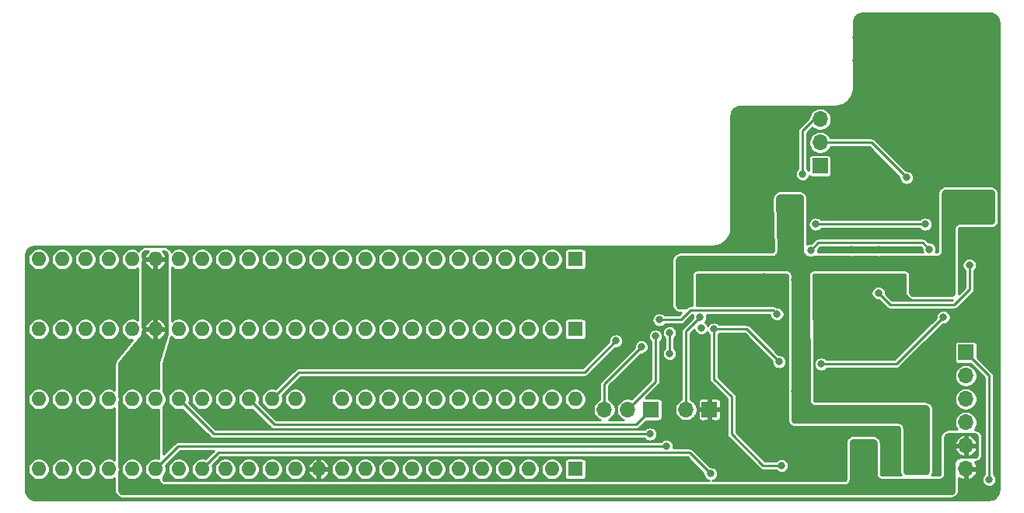
<source format=gbr>
G04 #@! TF.GenerationSoftware,KiCad,Pcbnew,(5.1.9)-1*
G04 #@! TF.CreationDate,2021-03-21T08:25:55+00:00*
G04 #@! TF.ProjectId,RGBtoHDMI Amiga Denise - solarmon,52474274-6f48-4444-9d49-20416d696761,1*
G04 #@! TF.SameCoordinates,Original*
G04 #@! TF.FileFunction,Copper,L2,Bot*
G04 #@! TF.FilePolarity,Positive*
%FSLAX46Y46*%
G04 Gerber Fmt 4.6, Leading zero omitted, Abs format (unit mm)*
G04 Created by KiCad (PCBNEW (5.1.9)-1) date 2021-03-21 08:25:55*
%MOMM*%
%LPD*%
G01*
G04 APERTURE LIST*
G04 #@! TA.AperFunction,ComponentPad*
%ADD10O,1.600000X1.600000*%
G04 #@! TD*
G04 #@! TA.AperFunction,ComponentPad*
%ADD11R,1.600000X1.600000*%
G04 #@! TD*
G04 #@! TA.AperFunction,ComponentPad*
%ADD12O,1.700000X1.700000*%
G04 #@! TD*
G04 #@! TA.AperFunction,ComponentPad*
%ADD13R,1.700000X1.700000*%
G04 #@! TD*
G04 #@! TA.AperFunction,ComponentPad*
%ADD14C,1.600000*%
G04 #@! TD*
G04 #@! TA.AperFunction,ViaPad*
%ADD15C,0.800000*%
G04 #@! TD*
G04 #@! TA.AperFunction,ViaPad*
%ADD16C,1.000000*%
G04 #@! TD*
G04 #@! TA.AperFunction,ViaPad*
%ADD17C,1.200000*%
G04 #@! TD*
G04 #@! TA.AperFunction,Conductor*
%ADD18C,0.250000*%
G04 #@! TD*
G04 #@! TA.AperFunction,Conductor*
%ADD19C,0.254000*%
G04 #@! TD*
G04 #@! TA.AperFunction,Conductor*
%ADD20C,0.100000*%
G04 #@! TD*
G04 APERTURE END LIST*
D10*
X105283000Y-80391000D03*
X107823000Y-80391000D03*
X110363000Y-80391000D03*
X112903000Y-80391000D03*
X115443000Y-80391000D03*
X117983000Y-80391000D03*
X120523000Y-80391000D03*
X123063000Y-80391000D03*
X125603000Y-80391000D03*
X128143000Y-80391000D03*
X130683000Y-80391000D03*
X133223000Y-80391000D03*
X135763000Y-80391000D03*
X138303000Y-80391000D03*
X140843000Y-80391000D03*
X143383000Y-80391000D03*
X145923000Y-80391000D03*
X148463000Y-80391000D03*
X151003000Y-80391000D03*
X153543000Y-80391000D03*
X156083000Y-80391000D03*
X158623000Y-80391000D03*
X161163000Y-80391000D03*
D11*
X163703000Y-80391000D03*
D10*
X105283000Y-65151000D03*
X107823000Y-65151000D03*
X110363000Y-65151000D03*
X112903000Y-65151000D03*
X115443000Y-65151000D03*
X117983000Y-65151000D03*
X120523000Y-65151000D03*
X123063000Y-65151000D03*
X125603000Y-65151000D03*
X128143000Y-65151000D03*
X130683000Y-65151000D03*
X133223000Y-65151000D03*
X135763000Y-65151000D03*
X138303000Y-65151000D03*
X140843000Y-65151000D03*
X143383000Y-65151000D03*
X145923000Y-65151000D03*
X148463000Y-65151000D03*
X151003000Y-65151000D03*
X153543000Y-65151000D03*
X156083000Y-65151000D03*
X158623000Y-65151000D03*
X161163000Y-65151000D03*
D11*
X163703000Y-65151000D03*
D12*
X206248000Y-80391000D03*
X206248000Y-77851000D03*
X206248000Y-75311000D03*
X206248000Y-72771000D03*
X206248000Y-70231000D03*
D13*
X206248000Y-67691000D03*
X171958000Y-73914000D03*
D12*
X169418000Y-73914000D03*
X166878000Y-73914000D03*
X175768000Y-73914000D03*
D13*
X178308000Y-73914000D03*
D12*
X190373000Y-42291000D03*
X190373000Y-44831000D03*
D13*
X190373000Y-47371000D03*
D11*
X163703000Y-57531000D03*
D10*
X135763000Y-72771000D03*
X161163000Y-57531000D03*
X138303000Y-72771000D03*
X158623000Y-57531000D03*
X140843000Y-72771000D03*
X156083000Y-57531000D03*
X143383000Y-72771000D03*
X153543000Y-57531000D03*
X145923000Y-72771000D03*
X151003000Y-57531000D03*
X148463000Y-72771000D03*
X148463000Y-57531000D03*
X151003000Y-72771000D03*
X145923000Y-57531000D03*
X153543000Y-72771000D03*
X143383000Y-57531000D03*
X156083000Y-72771000D03*
X140843000Y-57531000D03*
X158623000Y-72771000D03*
X138303000Y-57531000D03*
X161163000Y-72771000D03*
X135763000Y-57531000D03*
X163703000Y-72771000D03*
D14*
X133223000Y-57531000D03*
D10*
X105283000Y-72771000D03*
X130683000Y-57531000D03*
X107823000Y-72771000D03*
X128143000Y-57531000D03*
X110363000Y-72771000D03*
X125603000Y-57531000D03*
X112903000Y-72771000D03*
X123063000Y-57531000D03*
X115443000Y-72771000D03*
X120523000Y-57531000D03*
X117983000Y-72771000D03*
X117983000Y-57531000D03*
X120523000Y-72771000D03*
X115443000Y-57531000D03*
X123063000Y-72771000D03*
X112903000Y-57531000D03*
X125603000Y-72771000D03*
X110363000Y-57531000D03*
X128143000Y-72771000D03*
X107823000Y-57531000D03*
X130683000Y-72771000D03*
X105283000Y-57531000D03*
X133223000Y-72771000D03*
D15*
X171577000Y-62611000D03*
X193548000Y-71755000D03*
X196723000Y-64135000D03*
X197866000Y-76454000D03*
X199771000Y-32131000D03*
X201803000Y-33020000D03*
X203835000Y-32131000D03*
X201930000Y-31115000D03*
X183515000Y-80772000D03*
X182372000Y-74168000D03*
X184277000Y-71501000D03*
X184277000Y-61976000D03*
X184277000Y-59436000D03*
X193802000Y-56515000D03*
X193802000Y-54737000D03*
X201803000Y-48895000D03*
X195580000Y-76454000D03*
X190373000Y-80899000D03*
X192786000Y-80391000D03*
X192786000Y-77851000D03*
X182372000Y-69469000D03*
X184277000Y-68199000D03*
X168148000Y-68199000D03*
X186309000Y-76581000D03*
X190754000Y-76454000D03*
X199263000Y-35941000D03*
X205613000Y-37211000D03*
X205613000Y-39751000D03*
X205613000Y-34671000D03*
X194310000Y-33401000D03*
X194310000Y-35941000D03*
X184277000Y-78359000D03*
X185547000Y-65532000D03*
X169418000Y-80391000D03*
X176784000Y-81026000D03*
X180975000Y-80899000D03*
X177927000Y-60706000D03*
X179578000Y-64262000D03*
X120523000Y-67691000D03*
X123063000Y-67691000D03*
X125603000Y-67691000D03*
X128143000Y-67691000D03*
X130683000Y-67691000D03*
X133223000Y-67691000D03*
X135763000Y-67691000D03*
X138303000Y-67691000D03*
X140843000Y-67691000D03*
X143383000Y-67691000D03*
X145923000Y-67691000D03*
X148463000Y-67691000D03*
X151003000Y-67691000D03*
X153543000Y-67691000D03*
X156083000Y-67691000D03*
X158623000Y-67691000D03*
X161163000Y-67691000D03*
X163703000Y-67691000D03*
X106553000Y-61341000D03*
X109093000Y-61341000D03*
X111633000Y-61341000D03*
X114173000Y-61341000D03*
X121793000Y-61341000D03*
X124333000Y-61341000D03*
X126873000Y-61341000D03*
X129413000Y-61341000D03*
X131953000Y-61341000D03*
X134493000Y-61341000D03*
X137033000Y-61341000D03*
X139573000Y-61341000D03*
X142113000Y-61341000D03*
X144653000Y-61341000D03*
X147193000Y-61341000D03*
X149733000Y-61341000D03*
X152273000Y-61341000D03*
X154813000Y-61341000D03*
X157353000Y-61341000D03*
X159893000Y-61341000D03*
X162433000Y-61341000D03*
X105283000Y-70231000D03*
X104648000Y-82931000D03*
X126873000Y-74676000D03*
X131953000Y-74676000D03*
X139573000Y-74676000D03*
X142113000Y-74676000D03*
X144653000Y-74676000D03*
X147193000Y-74676000D03*
X149733000Y-74676000D03*
X152273000Y-74676000D03*
X154813000Y-74676000D03*
X157353000Y-74676000D03*
X159893000Y-74676000D03*
X162433000Y-74676000D03*
X164973000Y-74676000D03*
X124333000Y-74676000D03*
X119253000Y-74676000D03*
X183642000Y-75311000D03*
X183642000Y-64135000D03*
X177546000Y-67183000D03*
X180848000Y-70739000D03*
X193548000Y-69977000D03*
X106553000Y-67691000D03*
X109347000Y-67691000D03*
X112014000Y-67691000D03*
X114300000Y-66929000D03*
X182753000Y-55626000D03*
X193548000Y-64135000D03*
X187071000Y-42291000D03*
X183896000Y-50419000D03*
X192913000Y-46101000D03*
X182118000Y-48895000D03*
X182118000Y-44831000D03*
X192151000Y-59944000D03*
X186436000Y-71120000D03*
X189738000Y-51308000D03*
X187071000Y-45466000D03*
X193167000Y-43815000D03*
X185928000Y-48768000D03*
X193802000Y-51181000D03*
X190881000Y-67691000D03*
X173863000Y-72136000D03*
X121666000Y-75311000D03*
X194183000Y-47752000D03*
X167132000Y-63881000D03*
X129032000Y-75184000D03*
X170942000Y-57023000D03*
X171577000Y-60071000D03*
X209042000Y-82931000D03*
X206248000Y-56896000D03*
X175895000Y-81026000D03*
X203708000Y-70231000D03*
X201803000Y-69342000D03*
X201803000Y-50927000D03*
X196723000Y-56515000D03*
X205613000Y-42291000D03*
X206248000Y-65278000D03*
D16*
X191008000Y-73914000D03*
X188214000Y-73914000D03*
D15*
X201803009Y-79401011D03*
X199898000Y-80391000D03*
D16*
X201803000Y-61087000D03*
X201803000Y-58928000D03*
X188285663Y-61849000D03*
X187325000Y-51054000D03*
X187948129Y-55614129D03*
X175543000Y-62386000D03*
D15*
X209042000Y-53340000D03*
X208660986Y-50546000D03*
D16*
X187706002Y-59817000D03*
X175132992Y-60325000D03*
X187706000Y-71882000D03*
D17*
X194437000Y-80391000D03*
X194456081Y-77870081D03*
D15*
X178435000Y-80899000D03*
X208787994Y-81534000D03*
X171831000Y-76581000D03*
X173609000Y-77887990D03*
X199771000Y-48641000D03*
X201803000Y-53721000D03*
X189865002Y-53721000D03*
X189357000Y-56583160D03*
X202252840Y-56446160D03*
X190500000Y-68960994D03*
X203802979Y-63848991D03*
X168148000Y-66421000D03*
X170912000Y-67086000D03*
X172466000Y-65913000D03*
X188468000Y-48260000D03*
X177292000Y-63881000D03*
X177419000Y-65024000D03*
X173990000Y-67818000D03*
X173994660Y-65536660D03*
X185685001Y-63511001D03*
X172846996Y-64135000D03*
X178816000Y-65151000D03*
X185928000Y-68707000D03*
X186182000Y-80010000D03*
X196723000Y-61214000D03*
X206629000Y-58166000D03*
D18*
X130937000Y-75565000D02*
X128143000Y-72771000D01*
X171958000Y-73927369D02*
X170320369Y-75565000D01*
X170320369Y-75565000D02*
X130937000Y-75565000D01*
X171958000Y-73914000D02*
X171958000Y-73927369D01*
X206248000Y-67691000D02*
X208787994Y-70230994D01*
X208787994Y-70230994D02*
X208787994Y-81534000D01*
X123063000Y-80391000D02*
X124841000Y-78613000D01*
X124841000Y-78613000D02*
X176149000Y-78613000D01*
X176149000Y-78613000D02*
X178435000Y-80899000D01*
X120523000Y-72771000D02*
X124333000Y-76581000D01*
X124333000Y-76581000D02*
X171831000Y-76581000D01*
X120486010Y-77887990D02*
X173609000Y-77887990D01*
X117983000Y-80391000D02*
X120486010Y-77887990D01*
X195961000Y-44831000D02*
X190373000Y-44831000D01*
X199771000Y-48641000D02*
X195961000Y-44831000D01*
X201803000Y-53721000D02*
X201237315Y-53721000D01*
X201237315Y-53721000D02*
X189865002Y-53721000D01*
X189357000Y-56583160D02*
X190187160Y-55753000D01*
X201559680Y-55753000D02*
X202252840Y-56446160D01*
X190187160Y-55753000D02*
X201559680Y-55753000D01*
X190500000Y-68960994D02*
X198690976Y-68960994D01*
X198690976Y-68960994D02*
X203802979Y-63848991D01*
X133604000Y-69850000D02*
X164719000Y-69850000D01*
X130683000Y-72771000D02*
X133604000Y-69850000D01*
X164719000Y-69850000D02*
X168148000Y-66421000D01*
X166878000Y-71120000D02*
X170912000Y-67086000D01*
X166878000Y-73914000D02*
X166878000Y-71120000D01*
X169418000Y-73914000D02*
X172466000Y-70866000D01*
X172466000Y-70866000D02*
X172466000Y-65913000D01*
X188468000Y-47694315D02*
X188468000Y-48260000D01*
X188468000Y-43561000D02*
X188468000Y-47694315D01*
X189738000Y-42291000D02*
X188468000Y-43561000D01*
X190373000Y-42291000D02*
X189738000Y-42291000D01*
X175768000Y-65405000D02*
X177292000Y-63881000D01*
X175768000Y-73914000D02*
X175768000Y-65405000D01*
X173990000Y-65541320D02*
X173994660Y-65536660D01*
X173990000Y-67818000D02*
X173990000Y-65541320D01*
X185685001Y-63511001D02*
X185285002Y-63111002D01*
X176235000Y-63111002D02*
X175211002Y-64135000D01*
X185285002Y-63111002D02*
X176235000Y-63111002D01*
X175211002Y-64135000D02*
X172846996Y-64135000D01*
X178816000Y-65151000D02*
X182372000Y-65151000D01*
X182372000Y-65151000D02*
X185928000Y-68707000D01*
X178816000Y-65151000D02*
X178816000Y-70612000D01*
X178816000Y-70612000D02*
X180721000Y-72517000D01*
X180721000Y-76581000D02*
X184150000Y-80010000D01*
X180721000Y-72517000D02*
X180721000Y-76581000D01*
X184150000Y-80010000D02*
X186182000Y-80010000D01*
X196723000Y-61214000D02*
X197993000Y-62484000D01*
X197993000Y-62484000D02*
X204978000Y-62484000D01*
X206629000Y-60833000D02*
X206629000Y-58166000D01*
X204978000Y-62484000D02*
X206629000Y-60833000D01*
D19*
X208990138Y-30729126D02*
X209184580Y-30787832D01*
X209363909Y-30883183D01*
X209521309Y-31011555D01*
X209650774Y-31168053D01*
X209747375Y-31346713D01*
X209807438Y-31540743D01*
X209831000Y-31764920D01*
X209831001Y-82653470D01*
X209808874Y-82879138D01*
X209750170Y-83073576D01*
X209654816Y-83252912D01*
X209526443Y-83410311D01*
X209369949Y-83539773D01*
X209191287Y-83636375D01*
X208997257Y-83696438D01*
X208773080Y-83720000D01*
X104925519Y-83720000D01*
X104699862Y-83697874D01*
X104505424Y-83639170D01*
X104326088Y-83543816D01*
X104168689Y-83415443D01*
X104039227Y-83258949D01*
X103942625Y-83080287D01*
X103882562Y-82886257D01*
X103859000Y-82662080D01*
X103859000Y-80274682D01*
X104102000Y-80274682D01*
X104102000Y-80507318D01*
X104147386Y-80735485D01*
X104236412Y-80950413D01*
X104365658Y-81143843D01*
X104530157Y-81308342D01*
X104723587Y-81437588D01*
X104938515Y-81526614D01*
X105166682Y-81572000D01*
X105399318Y-81572000D01*
X105627485Y-81526614D01*
X105842413Y-81437588D01*
X106035843Y-81308342D01*
X106200342Y-81143843D01*
X106329588Y-80950413D01*
X106418614Y-80735485D01*
X106464000Y-80507318D01*
X106464000Y-80274682D01*
X106642000Y-80274682D01*
X106642000Y-80507318D01*
X106687386Y-80735485D01*
X106776412Y-80950413D01*
X106905658Y-81143843D01*
X107070157Y-81308342D01*
X107263587Y-81437588D01*
X107478515Y-81526614D01*
X107706682Y-81572000D01*
X107939318Y-81572000D01*
X108167485Y-81526614D01*
X108382413Y-81437588D01*
X108575843Y-81308342D01*
X108740342Y-81143843D01*
X108869588Y-80950413D01*
X108958614Y-80735485D01*
X109004000Y-80507318D01*
X109004000Y-80274682D01*
X109182000Y-80274682D01*
X109182000Y-80507318D01*
X109227386Y-80735485D01*
X109316412Y-80950413D01*
X109445658Y-81143843D01*
X109610157Y-81308342D01*
X109803587Y-81437588D01*
X110018515Y-81526614D01*
X110246682Y-81572000D01*
X110479318Y-81572000D01*
X110707485Y-81526614D01*
X110922413Y-81437588D01*
X111115843Y-81308342D01*
X111280342Y-81143843D01*
X111409588Y-80950413D01*
X111498614Y-80735485D01*
X111544000Y-80507318D01*
X111544000Y-80274682D01*
X111498614Y-80046515D01*
X111409588Y-79831587D01*
X111280342Y-79638157D01*
X111115843Y-79473658D01*
X110922413Y-79344412D01*
X110707485Y-79255386D01*
X110479318Y-79210000D01*
X110246682Y-79210000D01*
X110018515Y-79255386D01*
X109803587Y-79344412D01*
X109610157Y-79473658D01*
X109445658Y-79638157D01*
X109316412Y-79831587D01*
X109227386Y-80046515D01*
X109182000Y-80274682D01*
X109004000Y-80274682D01*
X108958614Y-80046515D01*
X108869588Y-79831587D01*
X108740342Y-79638157D01*
X108575843Y-79473658D01*
X108382413Y-79344412D01*
X108167485Y-79255386D01*
X107939318Y-79210000D01*
X107706682Y-79210000D01*
X107478515Y-79255386D01*
X107263587Y-79344412D01*
X107070157Y-79473658D01*
X106905658Y-79638157D01*
X106776412Y-79831587D01*
X106687386Y-80046515D01*
X106642000Y-80274682D01*
X106464000Y-80274682D01*
X106418614Y-80046515D01*
X106329588Y-79831587D01*
X106200342Y-79638157D01*
X106035843Y-79473658D01*
X105842413Y-79344412D01*
X105627485Y-79255386D01*
X105399318Y-79210000D01*
X105166682Y-79210000D01*
X104938515Y-79255386D01*
X104723587Y-79344412D01*
X104530157Y-79473658D01*
X104365658Y-79638157D01*
X104236412Y-79831587D01*
X104147386Y-80046515D01*
X104102000Y-80274682D01*
X103859000Y-80274682D01*
X103859000Y-72654682D01*
X104102000Y-72654682D01*
X104102000Y-72887318D01*
X104147386Y-73115485D01*
X104236412Y-73330413D01*
X104365658Y-73523843D01*
X104530157Y-73688342D01*
X104723587Y-73817588D01*
X104938515Y-73906614D01*
X105166682Y-73952000D01*
X105399318Y-73952000D01*
X105627485Y-73906614D01*
X105842413Y-73817588D01*
X106035843Y-73688342D01*
X106200342Y-73523843D01*
X106329588Y-73330413D01*
X106418614Y-73115485D01*
X106464000Y-72887318D01*
X106464000Y-72654682D01*
X106642000Y-72654682D01*
X106642000Y-72887318D01*
X106687386Y-73115485D01*
X106776412Y-73330413D01*
X106905658Y-73523843D01*
X107070157Y-73688342D01*
X107263587Y-73817588D01*
X107478515Y-73906614D01*
X107706682Y-73952000D01*
X107939318Y-73952000D01*
X108167485Y-73906614D01*
X108382413Y-73817588D01*
X108575843Y-73688342D01*
X108740342Y-73523843D01*
X108869588Y-73330413D01*
X108958614Y-73115485D01*
X109004000Y-72887318D01*
X109004000Y-72654682D01*
X109182000Y-72654682D01*
X109182000Y-72887318D01*
X109227386Y-73115485D01*
X109316412Y-73330413D01*
X109445658Y-73523843D01*
X109610157Y-73688342D01*
X109803587Y-73817588D01*
X110018515Y-73906614D01*
X110246682Y-73952000D01*
X110479318Y-73952000D01*
X110707485Y-73906614D01*
X110922413Y-73817588D01*
X111115843Y-73688342D01*
X111280342Y-73523843D01*
X111409588Y-73330413D01*
X111498614Y-73115485D01*
X111544000Y-72887318D01*
X111544000Y-72654682D01*
X111722000Y-72654682D01*
X111722000Y-72887318D01*
X111767386Y-73115485D01*
X111856412Y-73330413D01*
X111985658Y-73523843D01*
X112150157Y-73688342D01*
X112343587Y-73817588D01*
X112558515Y-73906614D01*
X112786682Y-73952000D01*
X113019318Y-73952000D01*
X113247485Y-73906614D01*
X113462413Y-73817588D01*
X113538000Y-73767082D01*
X113538000Y-79394918D01*
X113462413Y-79344412D01*
X113247485Y-79255386D01*
X113019318Y-79210000D01*
X112786682Y-79210000D01*
X112558515Y-79255386D01*
X112343587Y-79344412D01*
X112150157Y-79473658D01*
X111985658Y-79638157D01*
X111856412Y-79831587D01*
X111767386Y-80046515D01*
X111722000Y-80274682D01*
X111722000Y-80507318D01*
X111767386Y-80735485D01*
X111856412Y-80950413D01*
X111985658Y-81143843D01*
X112150157Y-81308342D01*
X112343587Y-81437588D01*
X112558515Y-81526614D01*
X112786682Y-81572000D01*
X113019318Y-81572000D01*
X113247485Y-81526614D01*
X113462413Y-81437588D01*
X113538000Y-81387082D01*
X113538000Y-82685000D01*
X113541259Y-82734730D01*
X113558296Y-82864140D01*
X113584039Y-82960212D01*
X113633989Y-83080802D01*
X113683721Y-83166940D01*
X113763181Y-83270493D01*
X113833507Y-83340819D01*
X113937060Y-83420279D01*
X114023198Y-83470011D01*
X114143788Y-83519961D01*
X114239860Y-83545704D01*
X114369270Y-83562741D01*
X114419000Y-83566000D01*
X204605000Y-83566000D01*
X204654730Y-83562741D01*
X204784140Y-83545704D01*
X204880212Y-83519961D01*
X205000802Y-83470011D01*
X205086940Y-83420279D01*
X205190493Y-83340819D01*
X205260819Y-83270493D01*
X205340279Y-83166940D01*
X205390011Y-83080802D01*
X205439961Y-82960212D01*
X205465704Y-82864140D01*
X205482741Y-82734730D01*
X205486000Y-82685000D01*
X205486000Y-81355619D01*
X205499948Y-81368647D01*
X205705051Y-81495799D01*
X205931019Y-81580495D01*
X206121000Y-81520187D01*
X206121000Y-80518000D01*
X206375000Y-80518000D01*
X206375000Y-81520187D01*
X206564981Y-81580495D01*
X206790949Y-81495799D01*
X206996052Y-81368647D01*
X207172408Y-81203924D01*
X207313239Y-81007961D01*
X207413134Y-80788288D01*
X207437489Y-80707980D01*
X207376627Y-80518000D01*
X206375000Y-80518000D01*
X206121000Y-80518000D01*
X206101000Y-80518000D01*
X206101000Y-80264000D01*
X206121000Y-80264000D01*
X206121000Y-80244000D01*
X206375000Y-80244000D01*
X206375000Y-80264000D01*
X207376627Y-80264000D01*
X207437489Y-80074020D01*
X207413134Y-79993712D01*
X207313239Y-79774039D01*
X207205632Y-79624306D01*
X207324140Y-79608704D01*
X207420212Y-79582961D01*
X207540802Y-79533011D01*
X207626940Y-79483279D01*
X207730493Y-79403819D01*
X207800819Y-79333493D01*
X207880279Y-79229940D01*
X207930011Y-79143802D01*
X207979961Y-79023212D01*
X208005704Y-78927140D01*
X208022741Y-78797730D01*
X208026000Y-78748000D01*
X208026000Y-76954000D01*
X208022741Y-76904270D01*
X208005704Y-76774860D01*
X207979961Y-76678788D01*
X207930011Y-76558198D01*
X207880279Y-76472060D01*
X207800819Y-76368507D01*
X207730493Y-76298181D01*
X207626940Y-76218721D01*
X207540802Y-76168989D01*
X207420212Y-76119039D01*
X207324140Y-76093296D01*
X207215366Y-76078976D01*
X207338898Y-75894097D01*
X207431693Y-75670069D01*
X207479000Y-75432243D01*
X207479000Y-75189757D01*
X207431693Y-74951931D01*
X207338898Y-74727903D01*
X207204180Y-74526283D01*
X207032717Y-74354820D01*
X206831097Y-74220102D01*
X206607069Y-74127307D01*
X206369243Y-74080000D01*
X206126757Y-74080000D01*
X205888931Y-74127307D01*
X205664903Y-74220102D01*
X205463283Y-74354820D01*
X205291820Y-74526283D01*
X205157102Y-74727903D01*
X205064307Y-74951931D01*
X205017000Y-75189757D01*
X205017000Y-75432243D01*
X205064307Y-75670069D01*
X205157102Y-75894097D01*
X205276641Y-76073000D01*
X204335000Y-76073000D01*
X204285270Y-76076259D01*
X204155860Y-76093296D01*
X204059788Y-76119039D01*
X203939198Y-76168989D01*
X203853060Y-76218721D01*
X203749507Y-76298181D01*
X203679181Y-76368507D01*
X203599721Y-76472060D01*
X203549989Y-76558198D01*
X203500039Y-76678788D01*
X203474296Y-76774860D01*
X203457259Y-76904270D01*
X203454000Y-76954000D01*
X203454000Y-80882025D01*
X203446769Y-80936952D01*
X203435211Y-80964855D01*
X203416821Y-80988821D01*
X203392855Y-81007211D01*
X203364952Y-81018769D01*
X203310025Y-81026000D01*
X202532421Y-81026000D01*
X202546279Y-81007940D01*
X202596011Y-80921802D01*
X202645961Y-80801212D01*
X202671704Y-80705140D01*
X202688741Y-80575730D01*
X202692000Y-80526000D01*
X202692000Y-73906000D01*
X202688741Y-73856270D01*
X202671704Y-73726860D01*
X202645961Y-73630788D01*
X202596011Y-73510198D01*
X202546279Y-73424060D01*
X202466819Y-73320507D01*
X202396493Y-73250181D01*
X202292940Y-73170721D01*
X202206802Y-73120989D01*
X202086212Y-73071039D01*
X201990140Y-73045296D01*
X201860730Y-73028259D01*
X201811000Y-73025000D01*
X189877807Y-73025000D01*
X189823154Y-73017842D01*
X189795361Y-73006396D01*
X189771450Y-72988177D01*
X189753039Y-72964416D01*
X189741364Y-72936708D01*
X189733765Y-72882122D01*
X189731882Y-72649757D01*
X205017000Y-72649757D01*
X205017000Y-72892243D01*
X205064307Y-73130069D01*
X205157102Y-73354097D01*
X205291820Y-73555717D01*
X205463283Y-73727180D01*
X205664903Y-73861898D01*
X205888931Y-73954693D01*
X206126757Y-74002000D01*
X206369243Y-74002000D01*
X206607069Y-73954693D01*
X206831097Y-73861898D01*
X207032717Y-73727180D01*
X207204180Y-73555717D01*
X207338898Y-73354097D01*
X207431693Y-73130069D01*
X207479000Y-72892243D01*
X207479000Y-72649757D01*
X207431693Y-72411931D01*
X207338898Y-72187903D01*
X207204180Y-71986283D01*
X207032717Y-71814820D01*
X206831097Y-71680102D01*
X206607069Y-71587307D01*
X206369243Y-71540000D01*
X206126757Y-71540000D01*
X205888931Y-71587307D01*
X205664903Y-71680102D01*
X205463283Y-71814820D01*
X205291820Y-71986283D01*
X205157102Y-72187903D01*
X205064307Y-72411931D01*
X205017000Y-72649757D01*
X189731882Y-72649757D01*
X189711290Y-70109757D01*
X205017000Y-70109757D01*
X205017000Y-70352243D01*
X205064307Y-70590069D01*
X205157102Y-70814097D01*
X205291820Y-71015717D01*
X205463283Y-71187180D01*
X205664903Y-71321898D01*
X205888931Y-71414693D01*
X206126757Y-71462000D01*
X206369243Y-71462000D01*
X206607069Y-71414693D01*
X206831097Y-71321898D01*
X207032717Y-71187180D01*
X207204180Y-71015717D01*
X207338898Y-70814097D01*
X207431693Y-70590069D01*
X207479000Y-70352243D01*
X207479000Y-70109757D01*
X207431693Y-69871931D01*
X207338898Y-69647903D01*
X207204180Y-69446283D01*
X207032717Y-69274820D01*
X206831097Y-69140102D01*
X206607069Y-69047307D01*
X206369243Y-69000000D01*
X206126757Y-69000000D01*
X205888931Y-69047307D01*
X205664903Y-69140102D01*
X205463283Y-69274820D01*
X205291820Y-69446283D01*
X205157102Y-69647903D01*
X205064307Y-69871931D01*
X205017000Y-70109757D01*
X189711290Y-70109757D01*
X189701352Y-68884072D01*
X189719000Y-68884072D01*
X189719000Y-69037916D01*
X189749013Y-69188803D01*
X189807887Y-69330936D01*
X189893358Y-69458853D01*
X190002141Y-69567636D01*
X190130058Y-69653107D01*
X190272191Y-69711981D01*
X190423078Y-69741994D01*
X190576922Y-69741994D01*
X190727809Y-69711981D01*
X190869942Y-69653107D01*
X190997859Y-69567636D01*
X191098501Y-69466994D01*
X198666130Y-69466994D01*
X198690976Y-69469441D01*
X198715822Y-69466994D01*
X198715830Y-69466994D01*
X198790169Y-69459672D01*
X198885551Y-69430739D01*
X198973455Y-69383753D01*
X199050503Y-69320521D01*
X199066352Y-69301209D01*
X201526561Y-66841000D01*
X205015157Y-66841000D01*
X205015157Y-68541000D01*
X205022513Y-68615689D01*
X205044299Y-68687508D01*
X205079678Y-68753696D01*
X205127289Y-68811711D01*
X205185304Y-68859322D01*
X205251492Y-68894701D01*
X205323311Y-68916487D01*
X205398000Y-68923843D01*
X206765252Y-68923843D01*
X208281994Y-70440586D01*
X208281995Y-80935498D01*
X208181352Y-81036141D01*
X208095881Y-81164058D01*
X208037007Y-81306191D01*
X208006994Y-81457078D01*
X208006994Y-81610922D01*
X208037007Y-81761809D01*
X208095881Y-81903942D01*
X208181352Y-82031859D01*
X208290135Y-82140642D01*
X208418052Y-82226113D01*
X208560185Y-82284987D01*
X208711072Y-82315000D01*
X208864916Y-82315000D01*
X209015803Y-82284987D01*
X209157936Y-82226113D01*
X209285853Y-82140642D01*
X209394636Y-82031859D01*
X209480107Y-81903942D01*
X209538981Y-81761809D01*
X209568994Y-81610922D01*
X209568994Y-81457078D01*
X209538981Y-81306191D01*
X209480107Y-81164058D01*
X209394636Y-81036141D01*
X209293994Y-80935499D01*
X209293994Y-70255840D01*
X209296441Y-70230994D01*
X209293994Y-70206148D01*
X209293994Y-70206140D01*
X209286672Y-70131801D01*
X209257739Y-70036419D01*
X209210753Y-69948515D01*
X209147521Y-69871467D01*
X209128214Y-69855622D01*
X207480843Y-68208252D01*
X207480843Y-66841000D01*
X207473487Y-66766311D01*
X207451701Y-66694492D01*
X207416322Y-66628304D01*
X207368711Y-66570289D01*
X207310696Y-66522678D01*
X207244508Y-66487299D01*
X207172689Y-66465513D01*
X207098000Y-66458157D01*
X205398000Y-66458157D01*
X205323311Y-66465513D01*
X205251492Y-66487299D01*
X205185304Y-66522678D01*
X205127289Y-66570289D01*
X205079678Y-66628304D01*
X205044299Y-66694492D01*
X205022513Y-66766311D01*
X205015157Y-66841000D01*
X201526561Y-66841000D01*
X203737571Y-64629991D01*
X203879901Y-64629991D01*
X204030788Y-64599978D01*
X204172921Y-64541104D01*
X204300838Y-64455633D01*
X204409621Y-64346850D01*
X204495092Y-64218933D01*
X204553966Y-64076800D01*
X204583979Y-63925913D01*
X204583979Y-63772069D01*
X204553966Y-63621182D01*
X204495092Y-63479049D01*
X204409621Y-63351132D01*
X204300838Y-63242349D01*
X204172921Y-63156878D01*
X204030788Y-63098004D01*
X203879901Y-63067991D01*
X203726057Y-63067991D01*
X203575170Y-63098004D01*
X203433037Y-63156878D01*
X203305120Y-63242349D01*
X203196337Y-63351132D01*
X203110866Y-63479049D01*
X203051992Y-63621182D01*
X203021979Y-63772069D01*
X203021979Y-63914399D01*
X198481385Y-68454994D01*
X191098501Y-68454994D01*
X190997859Y-68354352D01*
X190869942Y-68268881D01*
X190727809Y-68210007D01*
X190576922Y-68179994D01*
X190423078Y-68179994D01*
X190272191Y-68210007D01*
X190130058Y-68268881D01*
X190002141Y-68354352D01*
X189893358Y-68463135D01*
X189807887Y-68591052D01*
X189749013Y-68733185D01*
X189719000Y-68884072D01*
X189701352Y-68884072D01*
X189623871Y-59327071D01*
X189630727Y-59271817D01*
X189642173Y-59243702D01*
X189660537Y-59219534D01*
X189684552Y-59200977D01*
X189712573Y-59189304D01*
X189767765Y-59182000D01*
X199500025Y-59182000D01*
X199554952Y-59189231D01*
X199582855Y-59200789D01*
X199606821Y-59219179D01*
X199625211Y-59243145D01*
X199636769Y-59271048D01*
X199644000Y-59325975D01*
X199644000Y-61095000D01*
X199647259Y-61144730D01*
X199664296Y-61274140D01*
X199690039Y-61370212D01*
X199739989Y-61490802D01*
X199789721Y-61576940D01*
X199869181Y-61680493D01*
X199939507Y-61750819D01*
X200043060Y-61830279D01*
X200129198Y-61880011D01*
X200249788Y-61929961D01*
X200345860Y-61955704D01*
X200475270Y-61972741D01*
X200525000Y-61976000D01*
X204605000Y-61976000D01*
X204654730Y-61972741D01*
X204784140Y-61955704D01*
X204793108Y-61953301D01*
X204768409Y-61978000D01*
X198202592Y-61978000D01*
X197504000Y-61279409D01*
X197504000Y-61137078D01*
X197473987Y-60986191D01*
X197415113Y-60844058D01*
X197329642Y-60716141D01*
X197220859Y-60607358D01*
X197092942Y-60521887D01*
X196950809Y-60463013D01*
X196799922Y-60433000D01*
X196646078Y-60433000D01*
X196495191Y-60463013D01*
X196353058Y-60521887D01*
X196225141Y-60607358D01*
X196116358Y-60716141D01*
X196030887Y-60844058D01*
X195972013Y-60986191D01*
X195942000Y-61137078D01*
X195942000Y-61290922D01*
X195972013Y-61441809D01*
X196030887Y-61583942D01*
X196116358Y-61711859D01*
X196225141Y-61820642D01*
X196353058Y-61906113D01*
X196495191Y-61964987D01*
X196646078Y-61995000D01*
X196788409Y-61995000D01*
X197617628Y-62824220D01*
X197633473Y-62843527D01*
X197710521Y-62906759D01*
X197786938Y-62947605D01*
X197798425Y-62953745D01*
X197893806Y-62982678D01*
X197903694Y-62983652D01*
X197968146Y-62990000D01*
X197968153Y-62990000D01*
X197992999Y-62992447D01*
X198017845Y-62990000D01*
X204953154Y-62990000D01*
X204978000Y-62992447D01*
X205002846Y-62990000D01*
X205002854Y-62990000D01*
X205077193Y-62982678D01*
X205172575Y-62953745D01*
X205260479Y-62906759D01*
X205337527Y-62843527D01*
X205353376Y-62824215D01*
X206969220Y-61208372D01*
X206988527Y-61192527D01*
X207051759Y-61115479D01*
X207098745Y-61027575D01*
X207127678Y-60932193D01*
X207135000Y-60857854D01*
X207135000Y-60857853D01*
X207137448Y-60833000D01*
X207135000Y-60808146D01*
X207135000Y-58764501D01*
X207235642Y-58663859D01*
X207321113Y-58535942D01*
X207379987Y-58393809D01*
X207410000Y-58242922D01*
X207410000Y-58089078D01*
X207379987Y-57938191D01*
X207321113Y-57796058D01*
X207235642Y-57668141D01*
X207126859Y-57559358D01*
X206998942Y-57473887D01*
X206856809Y-57415013D01*
X206705922Y-57385000D01*
X206552078Y-57385000D01*
X206401191Y-57415013D01*
X206259058Y-57473887D01*
X206131141Y-57559358D01*
X206022358Y-57668141D01*
X205936887Y-57796058D01*
X205878013Y-57938191D01*
X205848000Y-58089078D01*
X205848000Y-58242922D01*
X205878013Y-58393809D01*
X205936887Y-58535942D01*
X206022358Y-58663859D01*
X206123001Y-58764502D01*
X206123000Y-60623408D01*
X205463301Y-61283107D01*
X205465704Y-61274140D01*
X205482741Y-61144730D01*
X205486000Y-61095000D01*
X205486000Y-54245975D01*
X205493231Y-54191048D01*
X205504789Y-54163145D01*
X205523179Y-54139179D01*
X205547145Y-54120789D01*
X205575048Y-54109231D01*
X205629975Y-54102000D01*
X208869558Y-54102000D01*
X208965078Y-54121000D01*
X209118922Y-54121000D01*
X209269809Y-54090987D01*
X209411942Y-54032113D01*
X209539859Y-53946642D01*
X209648642Y-53837859D01*
X209734113Y-53709942D01*
X209792987Y-53567809D01*
X209823000Y-53416922D01*
X209823000Y-53263078D01*
X209804000Y-53167558D01*
X209804000Y-50411000D01*
X209800741Y-50361270D01*
X209783704Y-50231860D01*
X209757961Y-50135788D01*
X209708011Y-50015198D01*
X209658279Y-49929060D01*
X209578819Y-49825507D01*
X209508493Y-49755181D01*
X209404940Y-49675721D01*
X209318802Y-49625989D01*
X209198212Y-49576039D01*
X209102140Y-49550296D01*
X208972730Y-49533259D01*
X208923000Y-49530000D01*
X204081000Y-49530000D01*
X204031270Y-49533259D01*
X203901860Y-49550296D01*
X203805788Y-49576039D01*
X203685198Y-49625989D01*
X203599060Y-49675721D01*
X203495507Y-49755181D01*
X203425181Y-49825507D01*
X203345721Y-49929060D01*
X203295989Y-50015198D01*
X203246039Y-50135788D01*
X203220296Y-50231860D01*
X203203259Y-50361270D01*
X203200000Y-50411000D01*
X203200000Y-56625025D01*
X203192769Y-56679952D01*
X203181211Y-56707855D01*
X203162821Y-56731821D01*
X203138855Y-56750211D01*
X203110952Y-56761769D01*
X203056025Y-56769000D01*
X202964463Y-56769000D01*
X203003827Y-56673969D01*
X203033840Y-56523082D01*
X203033840Y-56369238D01*
X203003827Y-56218351D01*
X202944953Y-56076218D01*
X202859482Y-55948301D01*
X202750699Y-55839518D01*
X202622782Y-55754047D01*
X202480649Y-55695173D01*
X202329762Y-55665160D01*
X202187431Y-55665160D01*
X201935056Y-55412785D01*
X201919207Y-55393473D01*
X201842159Y-55330241D01*
X201754255Y-55283255D01*
X201658873Y-55254322D01*
X201584534Y-55247000D01*
X201584526Y-55247000D01*
X201559680Y-55244553D01*
X201534834Y-55247000D01*
X190212014Y-55247000D01*
X190187160Y-55244552D01*
X190162306Y-55247000D01*
X190087967Y-55254322D01*
X189992585Y-55283255D01*
X189904681Y-55330241D01*
X189827633Y-55393473D01*
X189811788Y-55412780D01*
X189422408Y-55802160D01*
X189280078Y-55802160D01*
X189129191Y-55832173D01*
X188987058Y-55891047D01*
X188976000Y-55898436D01*
X188976000Y-53644078D01*
X189084002Y-53644078D01*
X189084002Y-53797922D01*
X189114015Y-53948809D01*
X189172889Y-54090942D01*
X189258360Y-54218859D01*
X189367143Y-54327642D01*
X189495060Y-54413113D01*
X189637193Y-54471987D01*
X189788080Y-54502000D01*
X189941924Y-54502000D01*
X190092811Y-54471987D01*
X190234944Y-54413113D01*
X190362861Y-54327642D01*
X190463503Y-54227000D01*
X201204499Y-54227000D01*
X201305141Y-54327642D01*
X201433058Y-54413113D01*
X201575191Y-54471987D01*
X201726078Y-54502000D01*
X201879922Y-54502000D01*
X202030809Y-54471987D01*
X202172942Y-54413113D01*
X202300859Y-54327642D01*
X202409642Y-54218859D01*
X202495113Y-54090942D01*
X202553987Y-53948809D01*
X202584000Y-53797922D01*
X202584000Y-53644078D01*
X202553987Y-53493191D01*
X202495113Y-53351058D01*
X202409642Y-53223141D01*
X202300859Y-53114358D01*
X202172942Y-53028887D01*
X202030809Y-52970013D01*
X201879922Y-52940000D01*
X201726078Y-52940000D01*
X201575191Y-52970013D01*
X201433058Y-53028887D01*
X201305141Y-53114358D01*
X201204499Y-53215000D01*
X190463503Y-53215000D01*
X190362861Y-53114358D01*
X190234944Y-53028887D01*
X190092811Y-52970013D01*
X189941924Y-52940000D01*
X189788080Y-52940000D01*
X189637193Y-52970013D01*
X189495060Y-53028887D01*
X189367143Y-53114358D01*
X189258360Y-53223141D01*
X189172889Y-53351058D01*
X189114015Y-53493191D01*
X189084002Y-53644078D01*
X188976000Y-53644078D01*
X188976000Y-50919000D01*
X188972741Y-50869270D01*
X188955704Y-50739860D01*
X188929961Y-50643788D01*
X188880011Y-50523198D01*
X188830279Y-50437060D01*
X188750819Y-50333507D01*
X188680493Y-50263181D01*
X188576940Y-50183721D01*
X188490802Y-50133989D01*
X188370212Y-50084039D01*
X188274140Y-50058296D01*
X188144730Y-50041259D01*
X188095000Y-50038000D01*
X186056523Y-50038000D01*
X186006200Y-50041338D01*
X185875273Y-50058784D01*
X185778135Y-50085140D01*
X185656344Y-50136262D01*
X185569499Y-50187132D01*
X185465344Y-50268361D01*
X185394848Y-50340200D01*
X185315598Y-50445869D01*
X185266374Y-50533658D01*
X185217559Y-50656391D01*
X185193041Y-50754009D01*
X185178068Y-50885242D01*
X185175680Y-50935619D01*
X185282979Y-56622487D01*
X185276626Y-56678167D01*
X185265336Y-56706554D01*
X185247010Y-56730989D01*
X185222920Y-56749776D01*
X185194757Y-56761598D01*
X185139205Y-56769000D01*
X175125000Y-56769000D01*
X175075270Y-56772259D01*
X174945860Y-56789296D01*
X174849788Y-56815039D01*
X174729198Y-56864989D01*
X174643060Y-56914721D01*
X174539507Y-56994181D01*
X174469181Y-57064507D01*
X174389721Y-57168060D01*
X174339989Y-57254198D01*
X174290039Y-57374788D01*
X174264296Y-57470860D01*
X174247259Y-57600270D01*
X174244000Y-57650000D01*
X174244000Y-62492000D01*
X174247259Y-62541730D01*
X174264296Y-62671140D01*
X174290039Y-62767212D01*
X174339989Y-62887802D01*
X174389721Y-62973940D01*
X174469181Y-63077493D01*
X174539507Y-63147819D01*
X174643060Y-63227279D01*
X174729198Y-63277011D01*
X174849788Y-63326961D01*
X174945860Y-63352704D01*
X175075270Y-63369741D01*
X175125000Y-63373000D01*
X175257411Y-63373000D01*
X175001411Y-63629000D01*
X173445497Y-63629000D01*
X173344855Y-63528358D01*
X173216938Y-63442887D01*
X173074805Y-63384013D01*
X172923918Y-63354000D01*
X172770074Y-63354000D01*
X172619187Y-63384013D01*
X172477054Y-63442887D01*
X172349137Y-63528358D01*
X172240354Y-63637141D01*
X172154883Y-63765058D01*
X172096009Y-63907191D01*
X172065996Y-64058078D01*
X172065996Y-64211922D01*
X172096009Y-64362809D01*
X172154883Y-64504942D01*
X172240354Y-64632859D01*
X172349137Y-64741642D01*
X172477054Y-64827113D01*
X172619187Y-64885987D01*
X172770074Y-64916000D01*
X172923918Y-64916000D01*
X173074805Y-64885987D01*
X173216938Y-64827113D01*
X173344855Y-64741642D01*
X173445497Y-64641000D01*
X175186156Y-64641000D01*
X175211002Y-64643447D01*
X175235848Y-64641000D01*
X175235856Y-64641000D01*
X175310195Y-64633678D01*
X175405577Y-64604745D01*
X175493481Y-64557759D01*
X175570529Y-64494527D01*
X175586378Y-64475215D01*
X176444592Y-63617002D01*
X176556003Y-63617002D01*
X176541013Y-63653191D01*
X176511000Y-63804078D01*
X176511000Y-63946408D01*
X175427780Y-65029628D01*
X175408474Y-65045473D01*
X175345242Y-65122521D01*
X175330020Y-65151000D01*
X175298255Y-65210426D01*
X175269322Y-65305808D01*
X175259553Y-65405000D01*
X175262001Y-65429856D01*
X175262000Y-72791167D01*
X175184903Y-72823102D01*
X174983283Y-72957820D01*
X174811820Y-73129283D01*
X174677102Y-73330903D01*
X174584307Y-73554931D01*
X174537000Y-73792757D01*
X174537000Y-74035243D01*
X174584307Y-74273069D01*
X174677102Y-74497097D01*
X174811820Y-74698717D01*
X174983283Y-74870180D01*
X175184903Y-75004898D01*
X175408931Y-75097693D01*
X175646757Y-75145000D01*
X175889243Y-75145000D01*
X176127069Y-75097693D01*
X176351097Y-75004898D01*
X176552717Y-74870180D01*
X176658897Y-74764000D01*
X177075157Y-74764000D01*
X177082513Y-74838689D01*
X177104299Y-74910508D01*
X177139678Y-74976696D01*
X177187289Y-75034711D01*
X177245304Y-75082322D01*
X177311492Y-75117701D01*
X177383311Y-75139487D01*
X177458000Y-75146843D01*
X178085750Y-75145000D01*
X178181000Y-75049750D01*
X178181000Y-74041000D01*
X178435000Y-74041000D01*
X178435000Y-75049750D01*
X178530250Y-75145000D01*
X179158000Y-75146843D01*
X179232689Y-75139487D01*
X179304508Y-75117701D01*
X179370696Y-75082322D01*
X179428711Y-75034711D01*
X179476322Y-74976696D01*
X179511701Y-74910508D01*
X179533487Y-74838689D01*
X179540843Y-74764000D01*
X179539000Y-74136250D01*
X179443750Y-74041000D01*
X178435000Y-74041000D01*
X178181000Y-74041000D01*
X177172250Y-74041000D01*
X177077000Y-74136250D01*
X177075157Y-74764000D01*
X176658897Y-74764000D01*
X176724180Y-74698717D01*
X176858898Y-74497097D01*
X176951693Y-74273069D01*
X176999000Y-74035243D01*
X176999000Y-73792757D01*
X176951693Y-73554931D01*
X176858898Y-73330903D01*
X176724180Y-73129283D01*
X176658897Y-73064000D01*
X177075157Y-73064000D01*
X177077000Y-73691750D01*
X177172250Y-73787000D01*
X178181000Y-73787000D01*
X178181000Y-72778250D01*
X178435000Y-72778250D01*
X178435000Y-73787000D01*
X179443750Y-73787000D01*
X179539000Y-73691750D01*
X179540843Y-73064000D01*
X179533487Y-72989311D01*
X179511701Y-72917492D01*
X179476322Y-72851304D01*
X179428711Y-72793289D01*
X179370696Y-72745678D01*
X179304508Y-72710299D01*
X179232689Y-72688513D01*
X179158000Y-72681157D01*
X178530250Y-72683000D01*
X178435000Y-72778250D01*
X178181000Y-72778250D01*
X178085750Y-72683000D01*
X177458000Y-72681157D01*
X177383311Y-72688513D01*
X177311492Y-72710299D01*
X177245304Y-72745678D01*
X177187289Y-72793289D01*
X177139678Y-72851304D01*
X177104299Y-72917492D01*
X177082513Y-72989311D01*
X177075157Y-73064000D01*
X176658897Y-73064000D01*
X176552717Y-72957820D01*
X176351097Y-72823102D01*
X176274000Y-72791168D01*
X176274000Y-65614591D01*
X176662832Y-65225760D01*
X176668013Y-65251809D01*
X176726887Y-65393942D01*
X176812358Y-65521859D01*
X176921141Y-65630642D01*
X177049058Y-65716113D01*
X177191191Y-65774987D01*
X177342078Y-65805000D01*
X177495922Y-65805000D01*
X177646809Y-65774987D01*
X177788942Y-65716113D01*
X177916859Y-65630642D01*
X178025642Y-65521859D01*
X178086524Y-65430742D01*
X178123887Y-65520942D01*
X178209358Y-65648859D01*
X178310000Y-65749501D01*
X178310001Y-70587144D01*
X178307553Y-70612000D01*
X178317322Y-70711192D01*
X178346255Y-70806574D01*
X178362797Y-70837521D01*
X178393242Y-70894479D01*
X178456474Y-70971527D01*
X178475781Y-70987372D01*
X180215000Y-72726592D01*
X180215001Y-76556144D01*
X180212553Y-76581000D01*
X180222322Y-76680192D01*
X180251255Y-76775574D01*
X180251256Y-76775575D01*
X180298242Y-76863479D01*
X180361474Y-76940527D01*
X180380779Y-76956370D01*
X183774628Y-80350220D01*
X183790473Y-80369527D01*
X183867521Y-80432759D01*
X183955425Y-80479745D01*
X184028607Y-80501944D01*
X184050806Y-80508678D01*
X184060694Y-80509652D01*
X184125146Y-80516000D01*
X184125153Y-80516000D01*
X184149999Y-80518447D01*
X184174845Y-80516000D01*
X185583499Y-80516000D01*
X185684141Y-80616642D01*
X185812058Y-80702113D01*
X185954191Y-80760987D01*
X186105078Y-80791000D01*
X186258922Y-80791000D01*
X186409809Y-80760987D01*
X186551942Y-80702113D01*
X186679859Y-80616642D01*
X186788642Y-80507859D01*
X186874113Y-80379942D01*
X186932987Y-80237809D01*
X186963000Y-80086922D01*
X186963000Y-79933078D01*
X186932987Y-79782191D01*
X186874113Y-79640058D01*
X186788642Y-79512141D01*
X186679859Y-79403358D01*
X186551942Y-79317887D01*
X186409809Y-79259013D01*
X186258922Y-79229000D01*
X186105078Y-79229000D01*
X185954191Y-79259013D01*
X185812058Y-79317887D01*
X185684141Y-79403358D01*
X185583499Y-79504000D01*
X184359592Y-79504000D01*
X181227000Y-76371409D01*
X181227000Y-72541854D01*
X181229448Y-72517000D01*
X181219678Y-72417807D01*
X181190745Y-72322425D01*
X181179429Y-72301255D01*
X181143759Y-72234521D01*
X181080527Y-72157473D01*
X181061220Y-72141628D01*
X179322000Y-70402409D01*
X179322000Y-65749501D01*
X179414501Y-65657000D01*
X182162409Y-65657000D01*
X185147000Y-68641592D01*
X185147000Y-68783922D01*
X185177013Y-68934809D01*
X185235887Y-69076942D01*
X185321358Y-69204859D01*
X185430141Y-69313642D01*
X185558058Y-69399113D01*
X185700191Y-69457987D01*
X185851078Y-69488000D01*
X186004922Y-69488000D01*
X186155809Y-69457987D01*
X186297942Y-69399113D01*
X186425859Y-69313642D01*
X186534642Y-69204859D01*
X186620113Y-69076942D01*
X186678987Y-68934809D01*
X186709000Y-68783922D01*
X186709000Y-68630078D01*
X186678987Y-68479191D01*
X186620113Y-68337058D01*
X186534642Y-68209141D01*
X186425859Y-68100358D01*
X186297942Y-68014887D01*
X186155809Y-67956013D01*
X186004922Y-67926000D01*
X185862592Y-67926000D01*
X182747376Y-64810785D01*
X182731527Y-64791473D01*
X182654479Y-64728241D01*
X182566575Y-64681255D01*
X182471193Y-64652322D01*
X182396854Y-64645000D01*
X182396846Y-64645000D01*
X182372000Y-64642553D01*
X182347154Y-64645000D01*
X179414501Y-64645000D01*
X179313859Y-64544358D01*
X179185942Y-64458887D01*
X179043809Y-64400013D01*
X178892922Y-64370000D01*
X178739078Y-64370000D01*
X178588191Y-64400013D01*
X178446058Y-64458887D01*
X178318141Y-64544358D01*
X178209358Y-64653141D01*
X178148476Y-64744258D01*
X178111113Y-64654058D01*
X178025642Y-64526141D01*
X177916859Y-64417358D01*
X177882860Y-64394641D01*
X177898642Y-64378859D01*
X177984113Y-64250942D01*
X178042987Y-64108809D01*
X178073000Y-63957922D01*
X178073000Y-63804078D01*
X178042987Y-63653191D01*
X178027997Y-63617002D01*
X184909785Y-63617002D01*
X184934014Y-63738810D01*
X184992888Y-63880943D01*
X185078359Y-64008860D01*
X185187142Y-64117643D01*
X185315059Y-64203114D01*
X185457192Y-64261988D01*
X185608079Y-64292001D01*
X185761923Y-64292001D01*
X185912810Y-64261988D01*
X186054943Y-64203114D01*
X186182860Y-64117643D01*
X186291643Y-64008860D01*
X186377114Y-63880943D01*
X186435988Y-63738810D01*
X186466001Y-63587923D01*
X186466001Y-63434079D01*
X186435988Y-63283192D01*
X186377114Y-63141059D01*
X186291643Y-63013142D01*
X186182860Y-62904359D01*
X186054943Y-62818888D01*
X185912810Y-62760014D01*
X185761923Y-62730001D01*
X185618363Y-62730001D01*
X185567481Y-62688243D01*
X185479577Y-62641257D01*
X185384195Y-62612324D01*
X185309856Y-62605002D01*
X185309848Y-62605002D01*
X185285002Y-62602555D01*
X185260156Y-62605002D01*
X176899411Y-62605002D01*
X176907741Y-62541730D01*
X176911000Y-62492000D01*
X176911000Y-59325975D01*
X176918231Y-59271048D01*
X176929789Y-59243145D01*
X176948179Y-59219179D01*
X176972145Y-59200789D01*
X177000048Y-59189231D01*
X177054975Y-59182000D01*
X186673025Y-59182000D01*
X186727952Y-59189231D01*
X186755855Y-59200789D01*
X186779821Y-59219179D01*
X186798211Y-59243145D01*
X186809769Y-59271048D01*
X186817000Y-59325975D01*
X186817000Y-74938000D01*
X186820259Y-74987730D01*
X186837296Y-75117140D01*
X186863039Y-75213212D01*
X186912989Y-75333802D01*
X186962721Y-75419940D01*
X187042181Y-75523493D01*
X187112507Y-75593819D01*
X187216060Y-75673279D01*
X187302198Y-75723011D01*
X187422788Y-75772961D01*
X187518860Y-75798704D01*
X187648270Y-75815741D01*
X187698000Y-75819000D01*
X198865025Y-75819000D01*
X198919952Y-75826231D01*
X198947855Y-75837789D01*
X198971821Y-75856179D01*
X198990211Y-75880145D01*
X199001769Y-75908048D01*
X199009000Y-75962975D01*
X199009000Y-80526000D01*
X199012259Y-80575730D01*
X199029296Y-80705140D01*
X199055039Y-80801212D01*
X199104989Y-80921802D01*
X199154721Y-81007940D01*
X199168579Y-81026000D01*
X197120975Y-81026000D01*
X197066048Y-81018769D01*
X197038145Y-81007211D01*
X197014179Y-80988821D01*
X196995789Y-80964855D01*
X196984231Y-80936952D01*
X196977000Y-80882025D01*
X196977000Y-77589000D01*
X196973741Y-77539270D01*
X196956704Y-77409860D01*
X196930961Y-77313788D01*
X196881011Y-77193198D01*
X196831279Y-77107060D01*
X196751819Y-77003507D01*
X196681493Y-76933181D01*
X196577940Y-76853721D01*
X196491802Y-76803989D01*
X196371212Y-76754039D01*
X196275140Y-76728296D01*
X196145730Y-76711259D01*
X196096000Y-76708000D01*
X194048000Y-76708000D01*
X193998270Y-76711259D01*
X193868860Y-76728296D01*
X193772788Y-76754039D01*
X193652198Y-76803989D01*
X193566060Y-76853721D01*
X193462507Y-76933181D01*
X193392181Y-77003507D01*
X193312721Y-77107060D01*
X193262989Y-77193198D01*
X193213039Y-77313788D01*
X193187296Y-77409860D01*
X193170259Y-77539270D01*
X193167000Y-77589000D01*
X193167000Y-81517025D01*
X193159769Y-81571952D01*
X193148211Y-81599855D01*
X193129821Y-81623821D01*
X193105855Y-81642211D01*
X193077952Y-81653769D01*
X193023025Y-81661000D01*
X178607442Y-81661000D01*
X178662809Y-81649987D01*
X178804942Y-81591113D01*
X178932859Y-81505642D01*
X179041642Y-81396859D01*
X179127113Y-81268942D01*
X179185987Y-81126809D01*
X179216000Y-80975922D01*
X179216000Y-80822078D01*
X179185987Y-80671191D01*
X179127113Y-80529058D01*
X179041642Y-80401141D01*
X178932859Y-80292358D01*
X178804942Y-80206887D01*
X178662809Y-80148013D01*
X178511922Y-80118000D01*
X178369592Y-80118000D01*
X176524376Y-78272785D01*
X176508527Y-78253473D01*
X176431479Y-78190241D01*
X176343575Y-78143255D01*
X176248193Y-78114322D01*
X176173854Y-78107000D01*
X176173846Y-78107000D01*
X176149000Y-78104553D01*
X176124154Y-78107000D01*
X174361737Y-78107000D01*
X174390000Y-77964912D01*
X174390000Y-77811068D01*
X174359987Y-77660181D01*
X174301113Y-77518048D01*
X174215642Y-77390131D01*
X174106859Y-77281348D01*
X173978942Y-77195877D01*
X173836809Y-77137003D01*
X173685922Y-77106990D01*
X173532078Y-77106990D01*
X173381191Y-77137003D01*
X173239058Y-77195877D01*
X173111141Y-77281348D01*
X173010499Y-77381990D01*
X120510864Y-77381990D01*
X120486010Y-77379542D01*
X120461156Y-77381990D01*
X120386817Y-77389312D01*
X120291435Y-77418245D01*
X120203531Y-77465231D01*
X120126483Y-77528463D01*
X120110638Y-77547770D01*
X118872000Y-78786409D01*
X118872000Y-73552185D01*
X118900342Y-73523843D01*
X119029588Y-73330413D01*
X119118614Y-73115485D01*
X119164000Y-72887318D01*
X119164000Y-72654682D01*
X119342000Y-72654682D01*
X119342000Y-72887318D01*
X119387386Y-73115485D01*
X119476412Y-73330413D01*
X119605658Y-73523843D01*
X119770157Y-73688342D01*
X119963587Y-73817588D01*
X120178515Y-73906614D01*
X120406682Y-73952000D01*
X120639318Y-73952000D01*
X120867485Y-73906614D01*
X120920898Y-73884490D01*
X123957628Y-76921220D01*
X123973473Y-76940527D01*
X124050521Y-77003759D01*
X124138425Y-77050745D01*
X124233807Y-77079678D01*
X124333000Y-77089448D01*
X124357854Y-77087000D01*
X171232499Y-77087000D01*
X171333141Y-77187642D01*
X171461058Y-77273113D01*
X171603191Y-77331987D01*
X171754078Y-77362000D01*
X171907922Y-77362000D01*
X172058809Y-77331987D01*
X172200942Y-77273113D01*
X172328859Y-77187642D01*
X172437642Y-77078859D01*
X172523113Y-76950942D01*
X172581987Y-76808809D01*
X172612000Y-76657922D01*
X172612000Y-76504078D01*
X172581987Y-76353191D01*
X172523113Y-76211058D01*
X172437642Y-76083141D01*
X172328859Y-75974358D01*
X172200942Y-75888887D01*
X172058809Y-75830013D01*
X171907922Y-75800000D01*
X171754078Y-75800000D01*
X171603191Y-75830013D01*
X171461058Y-75888887D01*
X171333141Y-75974358D01*
X171232499Y-76075000D01*
X124542592Y-76075000D01*
X121636490Y-73168898D01*
X121658614Y-73115485D01*
X121704000Y-72887318D01*
X121704000Y-72654682D01*
X121882000Y-72654682D01*
X121882000Y-72887318D01*
X121927386Y-73115485D01*
X122016412Y-73330413D01*
X122145658Y-73523843D01*
X122310157Y-73688342D01*
X122503587Y-73817588D01*
X122718515Y-73906614D01*
X122946682Y-73952000D01*
X123179318Y-73952000D01*
X123407485Y-73906614D01*
X123622413Y-73817588D01*
X123815843Y-73688342D01*
X123980342Y-73523843D01*
X124109588Y-73330413D01*
X124198614Y-73115485D01*
X124244000Y-72887318D01*
X124244000Y-72654682D01*
X124422000Y-72654682D01*
X124422000Y-72887318D01*
X124467386Y-73115485D01*
X124556412Y-73330413D01*
X124685658Y-73523843D01*
X124850157Y-73688342D01*
X125043587Y-73817588D01*
X125258515Y-73906614D01*
X125486682Y-73952000D01*
X125719318Y-73952000D01*
X125947485Y-73906614D01*
X126162413Y-73817588D01*
X126355843Y-73688342D01*
X126520342Y-73523843D01*
X126649588Y-73330413D01*
X126738614Y-73115485D01*
X126784000Y-72887318D01*
X126784000Y-72654682D01*
X126962000Y-72654682D01*
X126962000Y-72887318D01*
X127007386Y-73115485D01*
X127096412Y-73330413D01*
X127225658Y-73523843D01*
X127390157Y-73688342D01*
X127583587Y-73817588D01*
X127798515Y-73906614D01*
X128026682Y-73952000D01*
X128259318Y-73952000D01*
X128487485Y-73906614D01*
X128540898Y-73884490D01*
X130561628Y-75905220D01*
X130577473Y-75924527D01*
X130654521Y-75987759D01*
X130742425Y-76034745D01*
X130837807Y-76063678D01*
X130937000Y-76073448D01*
X130961854Y-76071000D01*
X170295523Y-76071000D01*
X170320369Y-76073447D01*
X170345215Y-76071000D01*
X170345223Y-76071000D01*
X170419562Y-76063678D01*
X170514944Y-76034745D01*
X170602848Y-75987759D01*
X170679896Y-75924527D01*
X170695745Y-75905215D01*
X171454117Y-75146843D01*
X172808000Y-75146843D01*
X172882689Y-75139487D01*
X172954508Y-75117701D01*
X173020696Y-75082322D01*
X173078711Y-75034711D01*
X173126322Y-74976696D01*
X173161701Y-74910508D01*
X173183487Y-74838689D01*
X173190843Y-74764000D01*
X173190843Y-73064000D01*
X173183487Y-72989311D01*
X173161701Y-72917492D01*
X173126322Y-72851304D01*
X173078711Y-72793289D01*
X173020696Y-72745678D01*
X172954508Y-72710299D01*
X172882689Y-72688513D01*
X172808000Y-72681157D01*
X171366435Y-72681157D01*
X172806220Y-71241372D01*
X172825527Y-71225527D01*
X172888759Y-71148479D01*
X172935745Y-71060575D01*
X172964678Y-70965193D01*
X172972000Y-70890854D01*
X172972000Y-70890853D01*
X172974448Y-70866000D01*
X172972000Y-70841146D01*
X172972000Y-67741078D01*
X173209000Y-67741078D01*
X173209000Y-67894922D01*
X173239013Y-68045809D01*
X173297887Y-68187942D01*
X173383358Y-68315859D01*
X173492141Y-68424642D01*
X173620058Y-68510113D01*
X173762191Y-68568987D01*
X173913078Y-68599000D01*
X174066922Y-68599000D01*
X174217809Y-68568987D01*
X174359942Y-68510113D01*
X174487859Y-68424642D01*
X174596642Y-68315859D01*
X174682113Y-68187942D01*
X174740987Y-68045809D01*
X174771000Y-67894922D01*
X174771000Y-67741078D01*
X174740987Y-67590191D01*
X174682113Y-67448058D01*
X174596642Y-67320141D01*
X174496000Y-67219499D01*
X174496000Y-66139821D01*
X174601302Y-66034519D01*
X174686773Y-65906602D01*
X174745647Y-65764469D01*
X174775660Y-65613582D01*
X174775660Y-65459738D01*
X174745647Y-65308851D01*
X174686773Y-65166718D01*
X174601302Y-65038801D01*
X174492519Y-64930018D01*
X174364602Y-64844547D01*
X174222469Y-64785673D01*
X174071582Y-64755660D01*
X173917738Y-64755660D01*
X173766851Y-64785673D01*
X173624718Y-64844547D01*
X173496801Y-64930018D01*
X173388018Y-65038801D01*
X173302547Y-65166718D01*
X173243673Y-65308851D01*
X173213660Y-65459738D01*
X173213660Y-65613582D01*
X173243673Y-65764469D01*
X173302547Y-65906602D01*
X173388018Y-66034519D01*
X173484001Y-66130502D01*
X173484000Y-67219499D01*
X173383358Y-67320141D01*
X173297887Y-67448058D01*
X173239013Y-67590191D01*
X173209000Y-67741078D01*
X172972000Y-67741078D01*
X172972000Y-66511501D01*
X173072642Y-66410859D01*
X173158113Y-66282942D01*
X173216987Y-66140809D01*
X173247000Y-65989922D01*
X173247000Y-65836078D01*
X173216987Y-65685191D01*
X173158113Y-65543058D01*
X173072642Y-65415141D01*
X172963859Y-65306358D01*
X172835942Y-65220887D01*
X172693809Y-65162013D01*
X172542922Y-65132000D01*
X172389078Y-65132000D01*
X172238191Y-65162013D01*
X172096058Y-65220887D01*
X171968141Y-65306358D01*
X171859358Y-65415141D01*
X171773887Y-65543058D01*
X171715013Y-65685191D01*
X171685000Y-65836078D01*
X171685000Y-65989922D01*
X171715013Y-66140809D01*
X171773887Y-66282942D01*
X171859358Y-66410859D01*
X171960001Y-66511502D01*
X171960000Y-70656408D01*
X169854167Y-72762242D01*
X169777069Y-72730307D01*
X169539243Y-72683000D01*
X169296757Y-72683000D01*
X169058931Y-72730307D01*
X168834903Y-72823102D01*
X168633283Y-72957820D01*
X168461820Y-73129283D01*
X168327102Y-73330903D01*
X168234307Y-73554931D01*
X168187000Y-73792757D01*
X168187000Y-74035243D01*
X168234307Y-74273069D01*
X168327102Y-74497097D01*
X168461820Y-74698717D01*
X168633283Y-74870180D01*
X168834903Y-75004898D01*
X168965517Y-75059000D01*
X167330483Y-75059000D01*
X167461097Y-75004898D01*
X167662717Y-74870180D01*
X167834180Y-74698717D01*
X167968898Y-74497097D01*
X168061693Y-74273069D01*
X168109000Y-74035243D01*
X168109000Y-73792757D01*
X168061693Y-73554931D01*
X167968898Y-73330903D01*
X167834180Y-73129283D01*
X167662717Y-72957820D01*
X167461097Y-72823102D01*
X167384000Y-72791168D01*
X167384000Y-71329591D01*
X170846592Y-67867000D01*
X170988922Y-67867000D01*
X171139809Y-67836987D01*
X171281942Y-67778113D01*
X171409859Y-67692642D01*
X171518642Y-67583859D01*
X171604113Y-67455942D01*
X171662987Y-67313809D01*
X171693000Y-67162922D01*
X171693000Y-67009078D01*
X171662987Y-66858191D01*
X171604113Y-66716058D01*
X171518642Y-66588141D01*
X171409859Y-66479358D01*
X171281942Y-66393887D01*
X171139809Y-66335013D01*
X170988922Y-66305000D01*
X170835078Y-66305000D01*
X170684191Y-66335013D01*
X170542058Y-66393887D01*
X170414141Y-66479358D01*
X170305358Y-66588141D01*
X170219887Y-66716058D01*
X170161013Y-66858191D01*
X170131000Y-67009078D01*
X170131000Y-67151408D01*
X166537781Y-70744628D01*
X166518474Y-70760473D01*
X166455242Y-70837521D01*
X166440020Y-70866000D01*
X166408255Y-70925426D01*
X166379322Y-71020808D01*
X166369553Y-71120000D01*
X166372001Y-71144856D01*
X166372000Y-72791167D01*
X166294903Y-72823102D01*
X166093283Y-72957820D01*
X165921820Y-73129283D01*
X165787102Y-73330903D01*
X165694307Y-73554931D01*
X165647000Y-73792757D01*
X165647000Y-74035243D01*
X165694307Y-74273069D01*
X165787102Y-74497097D01*
X165921820Y-74698717D01*
X166093283Y-74870180D01*
X166294903Y-75004898D01*
X166425517Y-75059000D01*
X131146592Y-75059000D01*
X129256490Y-73168898D01*
X129278614Y-73115485D01*
X129324000Y-72887318D01*
X129324000Y-72654682D01*
X129502000Y-72654682D01*
X129502000Y-72887318D01*
X129547386Y-73115485D01*
X129636412Y-73330413D01*
X129765658Y-73523843D01*
X129930157Y-73688342D01*
X130123587Y-73817588D01*
X130338515Y-73906614D01*
X130566682Y-73952000D01*
X130799318Y-73952000D01*
X131027485Y-73906614D01*
X131242413Y-73817588D01*
X131435843Y-73688342D01*
X131600342Y-73523843D01*
X131729588Y-73330413D01*
X131818614Y-73115485D01*
X131864000Y-72887318D01*
X131864000Y-72654682D01*
X132042000Y-72654682D01*
X132042000Y-72887318D01*
X132087386Y-73115485D01*
X132176412Y-73330413D01*
X132305658Y-73523843D01*
X132470157Y-73688342D01*
X132663587Y-73817588D01*
X132878515Y-73906614D01*
X133106682Y-73952000D01*
X133339318Y-73952000D01*
X133567485Y-73906614D01*
X133782413Y-73817588D01*
X133975843Y-73688342D01*
X134140342Y-73523843D01*
X134269588Y-73330413D01*
X134358614Y-73115485D01*
X134404000Y-72887318D01*
X134404000Y-72654682D01*
X137122000Y-72654682D01*
X137122000Y-72887318D01*
X137167386Y-73115485D01*
X137256412Y-73330413D01*
X137385658Y-73523843D01*
X137550157Y-73688342D01*
X137743587Y-73817588D01*
X137958515Y-73906614D01*
X138186682Y-73952000D01*
X138419318Y-73952000D01*
X138647485Y-73906614D01*
X138862413Y-73817588D01*
X139055843Y-73688342D01*
X139220342Y-73523843D01*
X139349588Y-73330413D01*
X139438614Y-73115485D01*
X139484000Y-72887318D01*
X139484000Y-72654682D01*
X139662000Y-72654682D01*
X139662000Y-72887318D01*
X139707386Y-73115485D01*
X139796412Y-73330413D01*
X139925658Y-73523843D01*
X140090157Y-73688342D01*
X140283587Y-73817588D01*
X140498515Y-73906614D01*
X140726682Y-73952000D01*
X140959318Y-73952000D01*
X141187485Y-73906614D01*
X141402413Y-73817588D01*
X141595843Y-73688342D01*
X141760342Y-73523843D01*
X141889588Y-73330413D01*
X141978614Y-73115485D01*
X142024000Y-72887318D01*
X142024000Y-72654682D01*
X142202000Y-72654682D01*
X142202000Y-72887318D01*
X142247386Y-73115485D01*
X142336412Y-73330413D01*
X142465658Y-73523843D01*
X142630157Y-73688342D01*
X142823587Y-73817588D01*
X143038515Y-73906614D01*
X143266682Y-73952000D01*
X143499318Y-73952000D01*
X143727485Y-73906614D01*
X143942413Y-73817588D01*
X144135843Y-73688342D01*
X144300342Y-73523843D01*
X144429588Y-73330413D01*
X144518614Y-73115485D01*
X144564000Y-72887318D01*
X144564000Y-72654682D01*
X144742000Y-72654682D01*
X144742000Y-72887318D01*
X144787386Y-73115485D01*
X144876412Y-73330413D01*
X145005658Y-73523843D01*
X145170157Y-73688342D01*
X145363587Y-73817588D01*
X145578515Y-73906614D01*
X145806682Y-73952000D01*
X146039318Y-73952000D01*
X146267485Y-73906614D01*
X146482413Y-73817588D01*
X146675843Y-73688342D01*
X146840342Y-73523843D01*
X146969588Y-73330413D01*
X147058614Y-73115485D01*
X147104000Y-72887318D01*
X147104000Y-72654682D01*
X147282000Y-72654682D01*
X147282000Y-72887318D01*
X147327386Y-73115485D01*
X147416412Y-73330413D01*
X147545658Y-73523843D01*
X147710157Y-73688342D01*
X147903587Y-73817588D01*
X148118515Y-73906614D01*
X148346682Y-73952000D01*
X148579318Y-73952000D01*
X148807485Y-73906614D01*
X149022413Y-73817588D01*
X149215843Y-73688342D01*
X149380342Y-73523843D01*
X149509588Y-73330413D01*
X149598614Y-73115485D01*
X149644000Y-72887318D01*
X149644000Y-72654682D01*
X149822000Y-72654682D01*
X149822000Y-72887318D01*
X149867386Y-73115485D01*
X149956412Y-73330413D01*
X150085658Y-73523843D01*
X150250157Y-73688342D01*
X150443587Y-73817588D01*
X150658515Y-73906614D01*
X150886682Y-73952000D01*
X151119318Y-73952000D01*
X151347485Y-73906614D01*
X151562413Y-73817588D01*
X151755843Y-73688342D01*
X151920342Y-73523843D01*
X152049588Y-73330413D01*
X152138614Y-73115485D01*
X152184000Y-72887318D01*
X152184000Y-72654682D01*
X152362000Y-72654682D01*
X152362000Y-72887318D01*
X152407386Y-73115485D01*
X152496412Y-73330413D01*
X152625658Y-73523843D01*
X152790157Y-73688342D01*
X152983587Y-73817588D01*
X153198515Y-73906614D01*
X153426682Y-73952000D01*
X153659318Y-73952000D01*
X153887485Y-73906614D01*
X154102413Y-73817588D01*
X154295843Y-73688342D01*
X154460342Y-73523843D01*
X154589588Y-73330413D01*
X154678614Y-73115485D01*
X154724000Y-72887318D01*
X154724000Y-72654682D01*
X154902000Y-72654682D01*
X154902000Y-72887318D01*
X154947386Y-73115485D01*
X155036412Y-73330413D01*
X155165658Y-73523843D01*
X155330157Y-73688342D01*
X155523587Y-73817588D01*
X155738515Y-73906614D01*
X155966682Y-73952000D01*
X156199318Y-73952000D01*
X156427485Y-73906614D01*
X156642413Y-73817588D01*
X156835843Y-73688342D01*
X157000342Y-73523843D01*
X157129588Y-73330413D01*
X157218614Y-73115485D01*
X157264000Y-72887318D01*
X157264000Y-72654682D01*
X157442000Y-72654682D01*
X157442000Y-72887318D01*
X157487386Y-73115485D01*
X157576412Y-73330413D01*
X157705658Y-73523843D01*
X157870157Y-73688342D01*
X158063587Y-73817588D01*
X158278515Y-73906614D01*
X158506682Y-73952000D01*
X158739318Y-73952000D01*
X158967485Y-73906614D01*
X159182413Y-73817588D01*
X159375843Y-73688342D01*
X159540342Y-73523843D01*
X159669588Y-73330413D01*
X159758614Y-73115485D01*
X159804000Y-72887318D01*
X159804000Y-72654682D01*
X159982000Y-72654682D01*
X159982000Y-72887318D01*
X160027386Y-73115485D01*
X160116412Y-73330413D01*
X160245658Y-73523843D01*
X160410157Y-73688342D01*
X160603587Y-73817588D01*
X160818515Y-73906614D01*
X161046682Y-73952000D01*
X161279318Y-73952000D01*
X161507485Y-73906614D01*
X161722413Y-73817588D01*
X161915843Y-73688342D01*
X162080342Y-73523843D01*
X162209588Y-73330413D01*
X162298614Y-73115485D01*
X162344000Y-72887318D01*
X162344000Y-72654682D01*
X162522000Y-72654682D01*
X162522000Y-72887318D01*
X162567386Y-73115485D01*
X162656412Y-73330413D01*
X162785658Y-73523843D01*
X162950157Y-73688342D01*
X163143587Y-73817588D01*
X163358515Y-73906614D01*
X163586682Y-73952000D01*
X163819318Y-73952000D01*
X164047485Y-73906614D01*
X164262413Y-73817588D01*
X164455843Y-73688342D01*
X164620342Y-73523843D01*
X164749588Y-73330413D01*
X164838614Y-73115485D01*
X164884000Y-72887318D01*
X164884000Y-72654682D01*
X164838614Y-72426515D01*
X164749588Y-72211587D01*
X164620342Y-72018157D01*
X164455843Y-71853658D01*
X164262413Y-71724412D01*
X164047485Y-71635386D01*
X163819318Y-71590000D01*
X163586682Y-71590000D01*
X163358515Y-71635386D01*
X163143587Y-71724412D01*
X162950157Y-71853658D01*
X162785658Y-72018157D01*
X162656412Y-72211587D01*
X162567386Y-72426515D01*
X162522000Y-72654682D01*
X162344000Y-72654682D01*
X162298614Y-72426515D01*
X162209588Y-72211587D01*
X162080342Y-72018157D01*
X161915843Y-71853658D01*
X161722413Y-71724412D01*
X161507485Y-71635386D01*
X161279318Y-71590000D01*
X161046682Y-71590000D01*
X160818515Y-71635386D01*
X160603587Y-71724412D01*
X160410157Y-71853658D01*
X160245658Y-72018157D01*
X160116412Y-72211587D01*
X160027386Y-72426515D01*
X159982000Y-72654682D01*
X159804000Y-72654682D01*
X159758614Y-72426515D01*
X159669588Y-72211587D01*
X159540342Y-72018157D01*
X159375843Y-71853658D01*
X159182413Y-71724412D01*
X158967485Y-71635386D01*
X158739318Y-71590000D01*
X158506682Y-71590000D01*
X158278515Y-71635386D01*
X158063587Y-71724412D01*
X157870157Y-71853658D01*
X157705658Y-72018157D01*
X157576412Y-72211587D01*
X157487386Y-72426515D01*
X157442000Y-72654682D01*
X157264000Y-72654682D01*
X157218614Y-72426515D01*
X157129588Y-72211587D01*
X157000342Y-72018157D01*
X156835843Y-71853658D01*
X156642413Y-71724412D01*
X156427485Y-71635386D01*
X156199318Y-71590000D01*
X155966682Y-71590000D01*
X155738515Y-71635386D01*
X155523587Y-71724412D01*
X155330157Y-71853658D01*
X155165658Y-72018157D01*
X155036412Y-72211587D01*
X154947386Y-72426515D01*
X154902000Y-72654682D01*
X154724000Y-72654682D01*
X154678614Y-72426515D01*
X154589588Y-72211587D01*
X154460342Y-72018157D01*
X154295843Y-71853658D01*
X154102413Y-71724412D01*
X153887485Y-71635386D01*
X153659318Y-71590000D01*
X153426682Y-71590000D01*
X153198515Y-71635386D01*
X152983587Y-71724412D01*
X152790157Y-71853658D01*
X152625658Y-72018157D01*
X152496412Y-72211587D01*
X152407386Y-72426515D01*
X152362000Y-72654682D01*
X152184000Y-72654682D01*
X152138614Y-72426515D01*
X152049588Y-72211587D01*
X151920342Y-72018157D01*
X151755843Y-71853658D01*
X151562413Y-71724412D01*
X151347485Y-71635386D01*
X151119318Y-71590000D01*
X150886682Y-71590000D01*
X150658515Y-71635386D01*
X150443587Y-71724412D01*
X150250157Y-71853658D01*
X150085658Y-72018157D01*
X149956412Y-72211587D01*
X149867386Y-72426515D01*
X149822000Y-72654682D01*
X149644000Y-72654682D01*
X149598614Y-72426515D01*
X149509588Y-72211587D01*
X149380342Y-72018157D01*
X149215843Y-71853658D01*
X149022413Y-71724412D01*
X148807485Y-71635386D01*
X148579318Y-71590000D01*
X148346682Y-71590000D01*
X148118515Y-71635386D01*
X147903587Y-71724412D01*
X147710157Y-71853658D01*
X147545658Y-72018157D01*
X147416412Y-72211587D01*
X147327386Y-72426515D01*
X147282000Y-72654682D01*
X147104000Y-72654682D01*
X147058614Y-72426515D01*
X146969588Y-72211587D01*
X146840342Y-72018157D01*
X146675843Y-71853658D01*
X146482413Y-71724412D01*
X146267485Y-71635386D01*
X146039318Y-71590000D01*
X145806682Y-71590000D01*
X145578515Y-71635386D01*
X145363587Y-71724412D01*
X145170157Y-71853658D01*
X145005658Y-72018157D01*
X144876412Y-72211587D01*
X144787386Y-72426515D01*
X144742000Y-72654682D01*
X144564000Y-72654682D01*
X144518614Y-72426515D01*
X144429588Y-72211587D01*
X144300342Y-72018157D01*
X144135843Y-71853658D01*
X143942413Y-71724412D01*
X143727485Y-71635386D01*
X143499318Y-71590000D01*
X143266682Y-71590000D01*
X143038515Y-71635386D01*
X142823587Y-71724412D01*
X142630157Y-71853658D01*
X142465658Y-72018157D01*
X142336412Y-72211587D01*
X142247386Y-72426515D01*
X142202000Y-72654682D01*
X142024000Y-72654682D01*
X141978614Y-72426515D01*
X141889588Y-72211587D01*
X141760342Y-72018157D01*
X141595843Y-71853658D01*
X141402413Y-71724412D01*
X141187485Y-71635386D01*
X140959318Y-71590000D01*
X140726682Y-71590000D01*
X140498515Y-71635386D01*
X140283587Y-71724412D01*
X140090157Y-71853658D01*
X139925658Y-72018157D01*
X139796412Y-72211587D01*
X139707386Y-72426515D01*
X139662000Y-72654682D01*
X139484000Y-72654682D01*
X139438614Y-72426515D01*
X139349588Y-72211587D01*
X139220342Y-72018157D01*
X139055843Y-71853658D01*
X138862413Y-71724412D01*
X138647485Y-71635386D01*
X138419318Y-71590000D01*
X138186682Y-71590000D01*
X137958515Y-71635386D01*
X137743587Y-71724412D01*
X137550157Y-71853658D01*
X137385658Y-72018157D01*
X137256412Y-72211587D01*
X137167386Y-72426515D01*
X137122000Y-72654682D01*
X134404000Y-72654682D01*
X134358614Y-72426515D01*
X134269588Y-72211587D01*
X134140342Y-72018157D01*
X133975843Y-71853658D01*
X133782413Y-71724412D01*
X133567485Y-71635386D01*
X133339318Y-71590000D01*
X133106682Y-71590000D01*
X132878515Y-71635386D01*
X132663587Y-71724412D01*
X132470157Y-71853658D01*
X132305658Y-72018157D01*
X132176412Y-72211587D01*
X132087386Y-72426515D01*
X132042000Y-72654682D01*
X131864000Y-72654682D01*
X131818614Y-72426515D01*
X131796490Y-72373102D01*
X133813592Y-70356000D01*
X164694154Y-70356000D01*
X164719000Y-70358447D01*
X164743846Y-70356000D01*
X164743854Y-70356000D01*
X164818193Y-70348678D01*
X164913575Y-70319745D01*
X165001479Y-70272759D01*
X165078527Y-70209527D01*
X165094376Y-70190215D01*
X168082592Y-67202000D01*
X168224922Y-67202000D01*
X168375809Y-67171987D01*
X168517942Y-67113113D01*
X168645859Y-67027642D01*
X168754642Y-66918859D01*
X168840113Y-66790942D01*
X168898987Y-66648809D01*
X168929000Y-66497922D01*
X168929000Y-66344078D01*
X168898987Y-66193191D01*
X168840113Y-66051058D01*
X168754642Y-65923141D01*
X168645859Y-65814358D01*
X168517942Y-65728887D01*
X168375809Y-65670013D01*
X168224922Y-65640000D01*
X168071078Y-65640000D01*
X167920191Y-65670013D01*
X167778058Y-65728887D01*
X167650141Y-65814358D01*
X167541358Y-65923141D01*
X167455887Y-66051058D01*
X167397013Y-66193191D01*
X167367000Y-66344078D01*
X167367000Y-66486408D01*
X164509409Y-69344000D01*
X133628854Y-69344000D01*
X133604000Y-69341552D01*
X133579146Y-69344000D01*
X133504807Y-69351322D01*
X133409425Y-69380255D01*
X133321521Y-69427241D01*
X133244473Y-69490473D01*
X133228629Y-69509779D01*
X131080898Y-71657510D01*
X131027485Y-71635386D01*
X130799318Y-71590000D01*
X130566682Y-71590000D01*
X130338515Y-71635386D01*
X130123587Y-71724412D01*
X129930157Y-71853658D01*
X129765658Y-72018157D01*
X129636412Y-72211587D01*
X129547386Y-72426515D01*
X129502000Y-72654682D01*
X129324000Y-72654682D01*
X129278614Y-72426515D01*
X129189588Y-72211587D01*
X129060342Y-72018157D01*
X128895843Y-71853658D01*
X128702413Y-71724412D01*
X128487485Y-71635386D01*
X128259318Y-71590000D01*
X128026682Y-71590000D01*
X127798515Y-71635386D01*
X127583587Y-71724412D01*
X127390157Y-71853658D01*
X127225658Y-72018157D01*
X127096412Y-72211587D01*
X127007386Y-72426515D01*
X126962000Y-72654682D01*
X126784000Y-72654682D01*
X126738614Y-72426515D01*
X126649588Y-72211587D01*
X126520342Y-72018157D01*
X126355843Y-71853658D01*
X126162413Y-71724412D01*
X125947485Y-71635386D01*
X125719318Y-71590000D01*
X125486682Y-71590000D01*
X125258515Y-71635386D01*
X125043587Y-71724412D01*
X124850157Y-71853658D01*
X124685658Y-72018157D01*
X124556412Y-72211587D01*
X124467386Y-72426515D01*
X124422000Y-72654682D01*
X124244000Y-72654682D01*
X124198614Y-72426515D01*
X124109588Y-72211587D01*
X123980342Y-72018157D01*
X123815843Y-71853658D01*
X123622413Y-71724412D01*
X123407485Y-71635386D01*
X123179318Y-71590000D01*
X122946682Y-71590000D01*
X122718515Y-71635386D01*
X122503587Y-71724412D01*
X122310157Y-71853658D01*
X122145658Y-72018157D01*
X122016412Y-72211587D01*
X121927386Y-72426515D01*
X121882000Y-72654682D01*
X121704000Y-72654682D01*
X121658614Y-72426515D01*
X121569588Y-72211587D01*
X121440342Y-72018157D01*
X121275843Y-71853658D01*
X121082413Y-71724412D01*
X120867485Y-71635386D01*
X120639318Y-71590000D01*
X120406682Y-71590000D01*
X120178515Y-71635386D01*
X119963587Y-71724412D01*
X119770157Y-71853658D01*
X119605658Y-72018157D01*
X119476412Y-72211587D01*
X119387386Y-72426515D01*
X119342000Y-72654682D01*
X119164000Y-72654682D01*
X119118614Y-72426515D01*
X119029588Y-72211587D01*
X118900342Y-72018157D01*
X118872000Y-71989815D01*
X118872000Y-68928725D01*
X118883430Y-68845510D01*
X119684907Y-65983092D01*
X119770157Y-66068342D01*
X119963587Y-66197588D01*
X120178515Y-66286614D01*
X120406682Y-66332000D01*
X120639318Y-66332000D01*
X120867485Y-66286614D01*
X121082413Y-66197588D01*
X121275843Y-66068342D01*
X121440342Y-65903843D01*
X121569588Y-65710413D01*
X121658614Y-65495485D01*
X121704000Y-65267318D01*
X121704000Y-65034682D01*
X121882000Y-65034682D01*
X121882000Y-65267318D01*
X121927386Y-65495485D01*
X122016412Y-65710413D01*
X122145658Y-65903843D01*
X122310157Y-66068342D01*
X122503587Y-66197588D01*
X122718515Y-66286614D01*
X122946682Y-66332000D01*
X123179318Y-66332000D01*
X123407485Y-66286614D01*
X123622413Y-66197588D01*
X123815843Y-66068342D01*
X123980342Y-65903843D01*
X124109588Y-65710413D01*
X124198614Y-65495485D01*
X124244000Y-65267318D01*
X124244000Y-65034682D01*
X124422000Y-65034682D01*
X124422000Y-65267318D01*
X124467386Y-65495485D01*
X124556412Y-65710413D01*
X124685658Y-65903843D01*
X124850157Y-66068342D01*
X125043587Y-66197588D01*
X125258515Y-66286614D01*
X125486682Y-66332000D01*
X125719318Y-66332000D01*
X125947485Y-66286614D01*
X126162413Y-66197588D01*
X126355843Y-66068342D01*
X126520342Y-65903843D01*
X126649588Y-65710413D01*
X126738614Y-65495485D01*
X126784000Y-65267318D01*
X126784000Y-65034682D01*
X126962000Y-65034682D01*
X126962000Y-65267318D01*
X127007386Y-65495485D01*
X127096412Y-65710413D01*
X127225658Y-65903843D01*
X127390157Y-66068342D01*
X127583587Y-66197588D01*
X127798515Y-66286614D01*
X128026682Y-66332000D01*
X128259318Y-66332000D01*
X128487485Y-66286614D01*
X128702413Y-66197588D01*
X128895843Y-66068342D01*
X129060342Y-65903843D01*
X129189588Y-65710413D01*
X129278614Y-65495485D01*
X129324000Y-65267318D01*
X129324000Y-65034682D01*
X129502000Y-65034682D01*
X129502000Y-65267318D01*
X129547386Y-65495485D01*
X129636412Y-65710413D01*
X129765658Y-65903843D01*
X129930157Y-66068342D01*
X130123587Y-66197588D01*
X130338515Y-66286614D01*
X130566682Y-66332000D01*
X130799318Y-66332000D01*
X131027485Y-66286614D01*
X131242413Y-66197588D01*
X131435843Y-66068342D01*
X131600342Y-65903843D01*
X131729588Y-65710413D01*
X131818614Y-65495485D01*
X131864000Y-65267318D01*
X131864000Y-65034682D01*
X132042000Y-65034682D01*
X132042000Y-65267318D01*
X132087386Y-65495485D01*
X132176412Y-65710413D01*
X132305658Y-65903843D01*
X132470157Y-66068342D01*
X132663587Y-66197588D01*
X132878515Y-66286614D01*
X133106682Y-66332000D01*
X133339318Y-66332000D01*
X133567485Y-66286614D01*
X133782413Y-66197588D01*
X133975843Y-66068342D01*
X134140342Y-65903843D01*
X134269588Y-65710413D01*
X134358614Y-65495485D01*
X134404000Y-65267318D01*
X134404000Y-65034682D01*
X134582000Y-65034682D01*
X134582000Y-65267318D01*
X134627386Y-65495485D01*
X134716412Y-65710413D01*
X134845658Y-65903843D01*
X135010157Y-66068342D01*
X135203587Y-66197588D01*
X135418515Y-66286614D01*
X135646682Y-66332000D01*
X135879318Y-66332000D01*
X136107485Y-66286614D01*
X136322413Y-66197588D01*
X136515843Y-66068342D01*
X136680342Y-65903843D01*
X136809588Y-65710413D01*
X136898614Y-65495485D01*
X136944000Y-65267318D01*
X136944000Y-65034682D01*
X137122000Y-65034682D01*
X137122000Y-65267318D01*
X137167386Y-65495485D01*
X137256412Y-65710413D01*
X137385658Y-65903843D01*
X137550157Y-66068342D01*
X137743587Y-66197588D01*
X137958515Y-66286614D01*
X138186682Y-66332000D01*
X138419318Y-66332000D01*
X138647485Y-66286614D01*
X138862413Y-66197588D01*
X139055843Y-66068342D01*
X139220342Y-65903843D01*
X139349588Y-65710413D01*
X139438614Y-65495485D01*
X139484000Y-65267318D01*
X139484000Y-65034682D01*
X139662000Y-65034682D01*
X139662000Y-65267318D01*
X139707386Y-65495485D01*
X139796412Y-65710413D01*
X139925658Y-65903843D01*
X140090157Y-66068342D01*
X140283587Y-66197588D01*
X140498515Y-66286614D01*
X140726682Y-66332000D01*
X140959318Y-66332000D01*
X141187485Y-66286614D01*
X141402413Y-66197588D01*
X141595843Y-66068342D01*
X141760342Y-65903843D01*
X141889588Y-65710413D01*
X141978614Y-65495485D01*
X142024000Y-65267318D01*
X142024000Y-65034682D01*
X142202000Y-65034682D01*
X142202000Y-65267318D01*
X142247386Y-65495485D01*
X142336412Y-65710413D01*
X142465658Y-65903843D01*
X142630157Y-66068342D01*
X142823587Y-66197588D01*
X143038515Y-66286614D01*
X143266682Y-66332000D01*
X143499318Y-66332000D01*
X143727485Y-66286614D01*
X143942413Y-66197588D01*
X144135843Y-66068342D01*
X144300342Y-65903843D01*
X144429588Y-65710413D01*
X144518614Y-65495485D01*
X144564000Y-65267318D01*
X144564000Y-65034682D01*
X144742000Y-65034682D01*
X144742000Y-65267318D01*
X144787386Y-65495485D01*
X144876412Y-65710413D01*
X145005658Y-65903843D01*
X145170157Y-66068342D01*
X145363587Y-66197588D01*
X145578515Y-66286614D01*
X145806682Y-66332000D01*
X146039318Y-66332000D01*
X146267485Y-66286614D01*
X146482413Y-66197588D01*
X146675843Y-66068342D01*
X146840342Y-65903843D01*
X146969588Y-65710413D01*
X147058614Y-65495485D01*
X147104000Y-65267318D01*
X147104000Y-65034682D01*
X147282000Y-65034682D01*
X147282000Y-65267318D01*
X147327386Y-65495485D01*
X147416412Y-65710413D01*
X147545658Y-65903843D01*
X147710157Y-66068342D01*
X147903587Y-66197588D01*
X148118515Y-66286614D01*
X148346682Y-66332000D01*
X148579318Y-66332000D01*
X148807485Y-66286614D01*
X149022413Y-66197588D01*
X149215843Y-66068342D01*
X149380342Y-65903843D01*
X149509588Y-65710413D01*
X149598614Y-65495485D01*
X149644000Y-65267318D01*
X149644000Y-65034682D01*
X149822000Y-65034682D01*
X149822000Y-65267318D01*
X149867386Y-65495485D01*
X149956412Y-65710413D01*
X150085658Y-65903843D01*
X150250157Y-66068342D01*
X150443587Y-66197588D01*
X150658515Y-66286614D01*
X150886682Y-66332000D01*
X151119318Y-66332000D01*
X151347485Y-66286614D01*
X151562413Y-66197588D01*
X151755843Y-66068342D01*
X151920342Y-65903843D01*
X152049588Y-65710413D01*
X152138614Y-65495485D01*
X152184000Y-65267318D01*
X152184000Y-65034682D01*
X152362000Y-65034682D01*
X152362000Y-65267318D01*
X152407386Y-65495485D01*
X152496412Y-65710413D01*
X152625658Y-65903843D01*
X152790157Y-66068342D01*
X152983587Y-66197588D01*
X153198515Y-66286614D01*
X153426682Y-66332000D01*
X153659318Y-66332000D01*
X153887485Y-66286614D01*
X154102413Y-66197588D01*
X154295843Y-66068342D01*
X154460342Y-65903843D01*
X154589588Y-65710413D01*
X154678614Y-65495485D01*
X154724000Y-65267318D01*
X154724000Y-65034682D01*
X154902000Y-65034682D01*
X154902000Y-65267318D01*
X154947386Y-65495485D01*
X155036412Y-65710413D01*
X155165658Y-65903843D01*
X155330157Y-66068342D01*
X155523587Y-66197588D01*
X155738515Y-66286614D01*
X155966682Y-66332000D01*
X156199318Y-66332000D01*
X156427485Y-66286614D01*
X156642413Y-66197588D01*
X156835843Y-66068342D01*
X157000342Y-65903843D01*
X157129588Y-65710413D01*
X157218614Y-65495485D01*
X157264000Y-65267318D01*
X157264000Y-65034682D01*
X157442000Y-65034682D01*
X157442000Y-65267318D01*
X157487386Y-65495485D01*
X157576412Y-65710413D01*
X157705658Y-65903843D01*
X157870157Y-66068342D01*
X158063587Y-66197588D01*
X158278515Y-66286614D01*
X158506682Y-66332000D01*
X158739318Y-66332000D01*
X158967485Y-66286614D01*
X159182413Y-66197588D01*
X159375843Y-66068342D01*
X159540342Y-65903843D01*
X159669588Y-65710413D01*
X159758614Y-65495485D01*
X159804000Y-65267318D01*
X159804000Y-65034682D01*
X159982000Y-65034682D01*
X159982000Y-65267318D01*
X160027386Y-65495485D01*
X160116412Y-65710413D01*
X160245658Y-65903843D01*
X160410157Y-66068342D01*
X160603587Y-66197588D01*
X160818515Y-66286614D01*
X161046682Y-66332000D01*
X161279318Y-66332000D01*
X161507485Y-66286614D01*
X161722413Y-66197588D01*
X161915843Y-66068342D01*
X162080342Y-65903843D01*
X162209588Y-65710413D01*
X162298614Y-65495485D01*
X162344000Y-65267318D01*
X162344000Y-65034682D01*
X162298614Y-64806515D01*
X162209588Y-64591587D01*
X162080342Y-64398157D01*
X162033185Y-64351000D01*
X162520157Y-64351000D01*
X162520157Y-65951000D01*
X162527513Y-66025689D01*
X162549299Y-66097508D01*
X162584678Y-66163696D01*
X162632289Y-66221711D01*
X162690304Y-66269322D01*
X162756492Y-66304701D01*
X162828311Y-66326487D01*
X162903000Y-66333843D01*
X164503000Y-66333843D01*
X164577689Y-66326487D01*
X164649508Y-66304701D01*
X164715696Y-66269322D01*
X164773711Y-66221711D01*
X164821322Y-66163696D01*
X164856701Y-66097508D01*
X164878487Y-66025689D01*
X164885843Y-65951000D01*
X164885843Y-64351000D01*
X164878487Y-64276311D01*
X164856701Y-64204492D01*
X164821322Y-64138304D01*
X164773711Y-64080289D01*
X164715696Y-64032678D01*
X164649508Y-63997299D01*
X164577689Y-63975513D01*
X164503000Y-63968157D01*
X162903000Y-63968157D01*
X162828311Y-63975513D01*
X162756492Y-63997299D01*
X162690304Y-64032678D01*
X162632289Y-64080289D01*
X162584678Y-64138304D01*
X162549299Y-64204492D01*
X162527513Y-64276311D01*
X162520157Y-64351000D01*
X162033185Y-64351000D01*
X161915843Y-64233658D01*
X161722413Y-64104412D01*
X161507485Y-64015386D01*
X161279318Y-63970000D01*
X161046682Y-63970000D01*
X160818515Y-64015386D01*
X160603587Y-64104412D01*
X160410157Y-64233658D01*
X160245658Y-64398157D01*
X160116412Y-64591587D01*
X160027386Y-64806515D01*
X159982000Y-65034682D01*
X159804000Y-65034682D01*
X159758614Y-64806515D01*
X159669588Y-64591587D01*
X159540342Y-64398157D01*
X159375843Y-64233658D01*
X159182413Y-64104412D01*
X158967485Y-64015386D01*
X158739318Y-63970000D01*
X158506682Y-63970000D01*
X158278515Y-64015386D01*
X158063587Y-64104412D01*
X157870157Y-64233658D01*
X157705658Y-64398157D01*
X157576412Y-64591587D01*
X157487386Y-64806515D01*
X157442000Y-65034682D01*
X157264000Y-65034682D01*
X157218614Y-64806515D01*
X157129588Y-64591587D01*
X157000342Y-64398157D01*
X156835843Y-64233658D01*
X156642413Y-64104412D01*
X156427485Y-64015386D01*
X156199318Y-63970000D01*
X155966682Y-63970000D01*
X155738515Y-64015386D01*
X155523587Y-64104412D01*
X155330157Y-64233658D01*
X155165658Y-64398157D01*
X155036412Y-64591587D01*
X154947386Y-64806515D01*
X154902000Y-65034682D01*
X154724000Y-65034682D01*
X154678614Y-64806515D01*
X154589588Y-64591587D01*
X154460342Y-64398157D01*
X154295843Y-64233658D01*
X154102413Y-64104412D01*
X153887485Y-64015386D01*
X153659318Y-63970000D01*
X153426682Y-63970000D01*
X153198515Y-64015386D01*
X152983587Y-64104412D01*
X152790157Y-64233658D01*
X152625658Y-64398157D01*
X152496412Y-64591587D01*
X152407386Y-64806515D01*
X152362000Y-65034682D01*
X152184000Y-65034682D01*
X152138614Y-64806515D01*
X152049588Y-64591587D01*
X151920342Y-64398157D01*
X151755843Y-64233658D01*
X151562413Y-64104412D01*
X151347485Y-64015386D01*
X151119318Y-63970000D01*
X150886682Y-63970000D01*
X150658515Y-64015386D01*
X150443587Y-64104412D01*
X150250157Y-64233658D01*
X150085658Y-64398157D01*
X149956412Y-64591587D01*
X149867386Y-64806515D01*
X149822000Y-65034682D01*
X149644000Y-65034682D01*
X149598614Y-64806515D01*
X149509588Y-64591587D01*
X149380342Y-64398157D01*
X149215843Y-64233658D01*
X149022413Y-64104412D01*
X148807485Y-64015386D01*
X148579318Y-63970000D01*
X148346682Y-63970000D01*
X148118515Y-64015386D01*
X147903587Y-64104412D01*
X147710157Y-64233658D01*
X147545658Y-64398157D01*
X147416412Y-64591587D01*
X147327386Y-64806515D01*
X147282000Y-65034682D01*
X147104000Y-65034682D01*
X147058614Y-64806515D01*
X146969588Y-64591587D01*
X146840342Y-64398157D01*
X146675843Y-64233658D01*
X146482413Y-64104412D01*
X146267485Y-64015386D01*
X146039318Y-63970000D01*
X145806682Y-63970000D01*
X145578515Y-64015386D01*
X145363587Y-64104412D01*
X145170157Y-64233658D01*
X145005658Y-64398157D01*
X144876412Y-64591587D01*
X144787386Y-64806515D01*
X144742000Y-65034682D01*
X144564000Y-65034682D01*
X144518614Y-64806515D01*
X144429588Y-64591587D01*
X144300342Y-64398157D01*
X144135843Y-64233658D01*
X143942413Y-64104412D01*
X143727485Y-64015386D01*
X143499318Y-63970000D01*
X143266682Y-63970000D01*
X143038515Y-64015386D01*
X142823587Y-64104412D01*
X142630157Y-64233658D01*
X142465658Y-64398157D01*
X142336412Y-64591587D01*
X142247386Y-64806515D01*
X142202000Y-65034682D01*
X142024000Y-65034682D01*
X141978614Y-64806515D01*
X141889588Y-64591587D01*
X141760342Y-64398157D01*
X141595843Y-64233658D01*
X141402413Y-64104412D01*
X141187485Y-64015386D01*
X140959318Y-63970000D01*
X140726682Y-63970000D01*
X140498515Y-64015386D01*
X140283587Y-64104412D01*
X140090157Y-64233658D01*
X139925658Y-64398157D01*
X139796412Y-64591587D01*
X139707386Y-64806515D01*
X139662000Y-65034682D01*
X139484000Y-65034682D01*
X139438614Y-64806515D01*
X139349588Y-64591587D01*
X139220342Y-64398157D01*
X139055843Y-64233658D01*
X138862413Y-64104412D01*
X138647485Y-64015386D01*
X138419318Y-63970000D01*
X138186682Y-63970000D01*
X137958515Y-64015386D01*
X137743587Y-64104412D01*
X137550157Y-64233658D01*
X137385658Y-64398157D01*
X137256412Y-64591587D01*
X137167386Y-64806515D01*
X137122000Y-65034682D01*
X136944000Y-65034682D01*
X136898614Y-64806515D01*
X136809588Y-64591587D01*
X136680342Y-64398157D01*
X136515843Y-64233658D01*
X136322413Y-64104412D01*
X136107485Y-64015386D01*
X135879318Y-63970000D01*
X135646682Y-63970000D01*
X135418515Y-64015386D01*
X135203587Y-64104412D01*
X135010157Y-64233658D01*
X134845658Y-64398157D01*
X134716412Y-64591587D01*
X134627386Y-64806515D01*
X134582000Y-65034682D01*
X134404000Y-65034682D01*
X134358614Y-64806515D01*
X134269588Y-64591587D01*
X134140342Y-64398157D01*
X133975843Y-64233658D01*
X133782413Y-64104412D01*
X133567485Y-64015386D01*
X133339318Y-63970000D01*
X133106682Y-63970000D01*
X132878515Y-64015386D01*
X132663587Y-64104412D01*
X132470157Y-64233658D01*
X132305658Y-64398157D01*
X132176412Y-64591587D01*
X132087386Y-64806515D01*
X132042000Y-65034682D01*
X131864000Y-65034682D01*
X131818614Y-64806515D01*
X131729588Y-64591587D01*
X131600342Y-64398157D01*
X131435843Y-64233658D01*
X131242413Y-64104412D01*
X131027485Y-64015386D01*
X130799318Y-63970000D01*
X130566682Y-63970000D01*
X130338515Y-64015386D01*
X130123587Y-64104412D01*
X129930157Y-64233658D01*
X129765658Y-64398157D01*
X129636412Y-64591587D01*
X129547386Y-64806515D01*
X129502000Y-65034682D01*
X129324000Y-65034682D01*
X129278614Y-64806515D01*
X129189588Y-64591587D01*
X129060342Y-64398157D01*
X128895843Y-64233658D01*
X128702413Y-64104412D01*
X128487485Y-64015386D01*
X128259318Y-63970000D01*
X128026682Y-63970000D01*
X127798515Y-64015386D01*
X127583587Y-64104412D01*
X127390157Y-64233658D01*
X127225658Y-64398157D01*
X127096412Y-64591587D01*
X127007386Y-64806515D01*
X126962000Y-65034682D01*
X126784000Y-65034682D01*
X126738614Y-64806515D01*
X126649588Y-64591587D01*
X126520342Y-64398157D01*
X126355843Y-64233658D01*
X126162413Y-64104412D01*
X125947485Y-64015386D01*
X125719318Y-63970000D01*
X125486682Y-63970000D01*
X125258515Y-64015386D01*
X125043587Y-64104412D01*
X124850157Y-64233658D01*
X124685658Y-64398157D01*
X124556412Y-64591587D01*
X124467386Y-64806515D01*
X124422000Y-65034682D01*
X124244000Y-65034682D01*
X124198614Y-64806515D01*
X124109588Y-64591587D01*
X123980342Y-64398157D01*
X123815843Y-64233658D01*
X123622413Y-64104412D01*
X123407485Y-64015386D01*
X123179318Y-63970000D01*
X122946682Y-63970000D01*
X122718515Y-64015386D01*
X122503587Y-64104412D01*
X122310157Y-64233658D01*
X122145658Y-64398157D01*
X122016412Y-64591587D01*
X121927386Y-64806515D01*
X121882000Y-65034682D01*
X121704000Y-65034682D01*
X121658614Y-64806515D01*
X121569588Y-64591587D01*
X121440342Y-64398157D01*
X121275843Y-64233658D01*
X121082413Y-64104412D01*
X120867485Y-64015386D01*
X120639318Y-63970000D01*
X120406682Y-63970000D01*
X120178515Y-64015386D01*
X119963587Y-64104412D01*
X119770157Y-64233658D01*
X119761000Y-64242815D01*
X119761000Y-58439185D01*
X119770157Y-58448342D01*
X119963587Y-58577588D01*
X120178515Y-58666614D01*
X120406682Y-58712000D01*
X120639318Y-58712000D01*
X120867485Y-58666614D01*
X121082413Y-58577588D01*
X121275843Y-58448342D01*
X121440342Y-58283843D01*
X121569588Y-58090413D01*
X121658614Y-57875485D01*
X121704000Y-57647318D01*
X121704000Y-57414682D01*
X121882000Y-57414682D01*
X121882000Y-57647318D01*
X121927386Y-57875485D01*
X122016412Y-58090413D01*
X122145658Y-58283843D01*
X122310157Y-58448342D01*
X122503587Y-58577588D01*
X122718515Y-58666614D01*
X122946682Y-58712000D01*
X123179318Y-58712000D01*
X123407485Y-58666614D01*
X123622413Y-58577588D01*
X123815843Y-58448342D01*
X123980342Y-58283843D01*
X124109588Y-58090413D01*
X124198614Y-57875485D01*
X124244000Y-57647318D01*
X124244000Y-57414682D01*
X124422000Y-57414682D01*
X124422000Y-57647318D01*
X124467386Y-57875485D01*
X124556412Y-58090413D01*
X124685658Y-58283843D01*
X124850157Y-58448342D01*
X125043587Y-58577588D01*
X125258515Y-58666614D01*
X125486682Y-58712000D01*
X125719318Y-58712000D01*
X125947485Y-58666614D01*
X126162413Y-58577588D01*
X126355843Y-58448342D01*
X126520342Y-58283843D01*
X126649588Y-58090413D01*
X126738614Y-57875485D01*
X126784000Y-57647318D01*
X126784000Y-57414682D01*
X126962000Y-57414682D01*
X126962000Y-57647318D01*
X127007386Y-57875485D01*
X127096412Y-58090413D01*
X127225658Y-58283843D01*
X127390157Y-58448342D01*
X127583587Y-58577588D01*
X127798515Y-58666614D01*
X128026682Y-58712000D01*
X128259318Y-58712000D01*
X128487485Y-58666614D01*
X128702413Y-58577588D01*
X128895843Y-58448342D01*
X129060342Y-58283843D01*
X129189588Y-58090413D01*
X129278614Y-57875485D01*
X129324000Y-57647318D01*
X129324000Y-57414682D01*
X129502000Y-57414682D01*
X129502000Y-57647318D01*
X129547386Y-57875485D01*
X129636412Y-58090413D01*
X129765658Y-58283843D01*
X129930157Y-58448342D01*
X130123587Y-58577588D01*
X130338515Y-58666614D01*
X130566682Y-58712000D01*
X130799318Y-58712000D01*
X131027485Y-58666614D01*
X131242413Y-58577588D01*
X131435843Y-58448342D01*
X131600342Y-58283843D01*
X131729588Y-58090413D01*
X131818614Y-57875485D01*
X131864000Y-57647318D01*
X131864000Y-57414682D01*
X132042000Y-57414682D01*
X132042000Y-57647318D01*
X132087386Y-57875485D01*
X132176412Y-58090413D01*
X132305658Y-58283843D01*
X132470157Y-58448342D01*
X132663587Y-58577588D01*
X132878515Y-58666614D01*
X133106682Y-58712000D01*
X133339318Y-58712000D01*
X133567485Y-58666614D01*
X133782413Y-58577588D01*
X133975843Y-58448342D01*
X134140342Y-58283843D01*
X134269588Y-58090413D01*
X134358614Y-57875485D01*
X134404000Y-57647318D01*
X134404000Y-57414682D01*
X134582000Y-57414682D01*
X134582000Y-57647318D01*
X134627386Y-57875485D01*
X134716412Y-58090413D01*
X134845658Y-58283843D01*
X135010157Y-58448342D01*
X135203587Y-58577588D01*
X135418515Y-58666614D01*
X135646682Y-58712000D01*
X135879318Y-58712000D01*
X136107485Y-58666614D01*
X136322413Y-58577588D01*
X136515843Y-58448342D01*
X136680342Y-58283843D01*
X136809588Y-58090413D01*
X136898614Y-57875485D01*
X136944000Y-57647318D01*
X136944000Y-57414682D01*
X137122000Y-57414682D01*
X137122000Y-57647318D01*
X137167386Y-57875485D01*
X137256412Y-58090413D01*
X137385658Y-58283843D01*
X137550157Y-58448342D01*
X137743587Y-58577588D01*
X137958515Y-58666614D01*
X138186682Y-58712000D01*
X138419318Y-58712000D01*
X138647485Y-58666614D01*
X138862413Y-58577588D01*
X139055843Y-58448342D01*
X139220342Y-58283843D01*
X139349588Y-58090413D01*
X139438614Y-57875485D01*
X139484000Y-57647318D01*
X139484000Y-57414682D01*
X139662000Y-57414682D01*
X139662000Y-57647318D01*
X139707386Y-57875485D01*
X139796412Y-58090413D01*
X139925658Y-58283843D01*
X140090157Y-58448342D01*
X140283587Y-58577588D01*
X140498515Y-58666614D01*
X140726682Y-58712000D01*
X140959318Y-58712000D01*
X141187485Y-58666614D01*
X141402413Y-58577588D01*
X141595843Y-58448342D01*
X141760342Y-58283843D01*
X141889588Y-58090413D01*
X141978614Y-57875485D01*
X142024000Y-57647318D01*
X142024000Y-57414682D01*
X142202000Y-57414682D01*
X142202000Y-57647318D01*
X142247386Y-57875485D01*
X142336412Y-58090413D01*
X142465658Y-58283843D01*
X142630157Y-58448342D01*
X142823587Y-58577588D01*
X143038515Y-58666614D01*
X143266682Y-58712000D01*
X143499318Y-58712000D01*
X143727485Y-58666614D01*
X143942413Y-58577588D01*
X144135843Y-58448342D01*
X144300342Y-58283843D01*
X144429588Y-58090413D01*
X144518614Y-57875485D01*
X144564000Y-57647318D01*
X144564000Y-57414682D01*
X144742000Y-57414682D01*
X144742000Y-57647318D01*
X144787386Y-57875485D01*
X144876412Y-58090413D01*
X145005658Y-58283843D01*
X145170157Y-58448342D01*
X145363587Y-58577588D01*
X145578515Y-58666614D01*
X145806682Y-58712000D01*
X146039318Y-58712000D01*
X146267485Y-58666614D01*
X146482413Y-58577588D01*
X146675843Y-58448342D01*
X146840342Y-58283843D01*
X146969588Y-58090413D01*
X147058614Y-57875485D01*
X147104000Y-57647318D01*
X147104000Y-57414682D01*
X147282000Y-57414682D01*
X147282000Y-57647318D01*
X147327386Y-57875485D01*
X147416412Y-58090413D01*
X147545658Y-58283843D01*
X147710157Y-58448342D01*
X147903587Y-58577588D01*
X148118515Y-58666614D01*
X148346682Y-58712000D01*
X148579318Y-58712000D01*
X148807485Y-58666614D01*
X149022413Y-58577588D01*
X149215843Y-58448342D01*
X149380342Y-58283843D01*
X149509588Y-58090413D01*
X149598614Y-57875485D01*
X149644000Y-57647318D01*
X149644000Y-57414682D01*
X149822000Y-57414682D01*
X149822000Y-57647318D01*
X149867386Y-57875485D01*
X149956412Y-58090413D01*
X150085658Y-58283843D01*
X150250157Y-58448342D01*
X150443587Y-58577588D01*
X150658515Y-58666614D01*
X150886682Y-58712000D01*
X151119318Y-58712000D01*
X151347485Y-58666614D01*
X151562413Y-58577588D01*
X151755843Y-58448342D01*
X151920342Y-58283843D01*
X152049588Y-58090413D01*
X152138614Y-57875485D01*
X152184000Y-57647318D01*
X152184000Y-57414682D01*
X152362000Y-57414682D01*
X152362000Y-57647318D01*
X152407386Y-57875485D01*
X152496412Y-58090413D01*
X152625658Y-58283843D01*
X152790157Y-58448342D01*
X152983587Y-58577588D01*
X153198515Y-58666614D01*
X153426682Y-58712000D01*
X153659318Y-58712000D01*
X153887485Y-58666614D01*
X154102413Y-58577588D01*
X154295843Y-58448342D01*
X154460342Y-58283843D01*
X154589588Y-58090413D01*
X154678614Y-57875485D01*
X154724000Y-57647318D01*
X154724000Y-57414682D01*
X154902000Y-57414682D01*
X154902000Y-57647318D01*
X154947386Y-57875485D01*
X155036412Y-58090413D01*
X155165658Y-58283843D01*
X155330157Y-58448342D01*
X155523587Y-58577588D01*
X155738515Y-58666614D01*
X155966682Y-58712000D01*
X156199318Y-58712000D01*
X156427485Y-58666614D01*
X156642413Y-58577588D01*
X156835843Y-58448342D01*
X157000342Y-58283843D01*
X157129588Y-58090413D01*
X157218614Y-57875485D01*
X157264000Y-57647318D01*
X157264000Y-57414682D01*
X157442000Y-57414682D01*
X157442000Y-57647318D01*
X157487386Y-57875485D01*
X157576412Y-58090413D01*
X157705658Y-58283843D01*
X157870157Y-58448342D01*
X158063587Y-58577588D01*
X158278515Y-58666614D01*
X158506682Y-58712000D01*
X158739318Y-58712000D01*
X158967485Y-58666614D01*
X159182413Y-58577588D01*
X159375843Y-58448342D01*
X159540342Y-58283843D01*
X159669588Y-58090413D01*
X159758614Y-57875485D01*
X159804000Y-57647318D01*
X159804000Y-57414682D01*
X159982000Y-57414682D01*
X159982000Y-57647318D01*
X160027386Y-57875485D01*
X160116412Y-58090413D01*
X160245658Y-58283843D01*
X160410157Y-58448342D01*
X160603587Y-58577588D01*
X160818515Y-58666614D01*
X161046682Y-58712000D01*
X161279318Y-58712000D01*
X161507485Y-58666614D01*
X161722413Y-58577588D01*
X161915843Y-58448342D01*
X162080342Y-58283843D01*
X162209588Y-58090413D01*
X162298614Y-57875485D01*
X162344000Y-57647318D01*
X162344000Y-57414682D01*
X162298614Y-57186515D01*
X162209588Y-56971587D01*
X162080342Y-56778157D01*
X162033185Y-56731000D01*
X162520157Y-56731000D01*
X162520157Y-58331000D01*
X162527513Y-58405689D01*
X162549299Y-58477508D01*
X162584678Y-58543696D01*
X162632289Y-58601711D01*
X162690304Y-58649322D01*
X162756492Y-58684701D01*
X162828311Y-58706487D01*
X162903000Y-58713843D01*
X164503000Y-58713843D01*
X164577689Y-58706487D01*
X164649508Y-58684701D01*
X164715696Y-58649322D01*
X164773711Y-58601711D01*
X164821322Y-58543696D01*
X164856701Y-58477508D01*
X164878487Y-58405689D01*
X164885843Y-58331000D01*
X164885843Y-56731000D01*
X164878487Y-56656311D01*
X164856701Y-56584492D01*
X164821322Y-56518304D01*
X164773711Y-56460289D01*
X164715696Y-56412678D01*
X164649508Y-56377299D01*
X164577689Y-56355513D01*
X164503000Y-56348157D01*
X162903000Y-56348157D01*
X162828311Y-56355513D01*
X162756492Y-56377299D01*
X162690304Y-56412678D01*
X162632289Y-56460289D01*
X162584678Y-56518304D01*
X162549299Y-56584492D01*
X162527513Y-56656311D01*
X162520157Y-56731000D01*
X162033185Y-56731000D01*
X161915843Y-56613658D01*
X161722413Y-56484412D01*
X161507485Y-56395386D01*
X161279318Y-56350000D01*
X161046682Y-56350000D01*
X160818515Y-56395386D01*
X160603587Y-56484412D01*
X160410157Y-56613658D01*
X160245658Y-56778157D01*
X160116412Y-56971587D01*
X160027386Y-57186515D01*
X159982000Y-57414682D01*
X159804000Y-57414682D01*
X159758614Y-57186515D01*
X159669588Y-56971587D01*
X159540342Y-56778157D01*
X159375843Y-56613658D01*
X159182413Y-56484412D01*
X158967485Y-56395386D01*
X158739318Y-56350000D01*
X158506682Y-56350000D01*
X158278515Y-56395386D01*
X158063587Y-56484412D01*
X157870157Y-56613658D01*
X157705658Y-56778157D01*
X157576412Y-56971587D01*
X157487386Y-57186515D01*
X157442000Y-57414682D01*
X157264000Y-57414682D01*
X157218614Y-57186515D01*
X157129588Y-56971587D01*
X157000342Y-56778157D01*
X156835843Y-56613658D01*
X156642413Y-56484412D01*
X156427485Y-56395386D01*
X156199318Y-56350000D01*
X155966682Y-56350000D01*
X155738515Y-56395386D01*
X155523587Y-56484412D01*
X155330157Y-56613658D01*
X155165658Y-56778157D01*
X155036412Y-56971587D01*
X154947386Y-57186515D01*
X154902000Y-57414682D01*
X154724000Y-57414682D01*
X154678614Y-57186515D01*
X154589588Y-56971587D01*
X154460342Y-56778157D01*
X154295843Y-56613658D01*
X154102413Y-56484412D01*
X153887485Y-56395386D01*
X153659318Y-56350000D01*
X153426682Y-56350000D01*
X153198515Y-56395386D01*
X152983587Y-56484412D01*
X152790157Y-56613658D01*
X152625658Y-56778157D01*
X152496412Y-56971587D01*
X152407386Y-57186515D01*
X152362000Y-57414682D01*
X152184000Y-57414682D01*
X152138614Y-57186515D01*
X152049588Y-56971587D01*
X151920342Y-56778157D01*
X151755843Y-56613658D01*
X151562413Y-56484412D01*
X151347485Y-56395386D01*
X151119318Y-56350000D01*
X150886682Y-56350000D01*
X150658515Y-56395386D01*
X150443587Y-56484412D01*
X150250157Y-56613658D01*
X150085658Y-56778157D01*
X149956412Y-56971587D01*
X149867386Y-57186515D01*
X149822000Y-57414682D01*
X149644000Y-57414682D01*
X149598614Y-57186515D01*
X149509588Y-56971587D01*
X149380342Y-56778157D01*
X149215843Y-56613658D01*
X149022413Y-56484412D01*
X148807485Y-56395386D01*
X148579318Y-56350000D01*
X148346682Y-56350000D01*
X148118515Y-56395386D01*
X147903587Y-56484412D01*
X147710157Y-56613658D01*
X147545658Y-56778157D01*
X147416412Y-56971587D01*
X147327386Y-57186515D01*
X147282000Y-57414682D01*
X147104000Y-57414682D01*
X147058614Y-57186515D01*
X146969588Y-56971587D01*
X146840342Y-56778157D01*
X146675843Y-56613658D01*
X146482413Y-56484412D01*
X146267485Y-56395386D01*
X146039318Y-56350000D01*
X145806682Y-56350000D01*
X145578515Y-56395386D01*
X145363587Y-56484412D01*
X145170157Y-56613658D01*
X145005658Y-56778157D01*
X144876412Y-56971587D01*
X144787386Y-57186515D01*
X144742000Y-57414682D01*
X144564000Y-57414682D01*
X144518614Y-57186515D01*
X144429588Y-56971587D01*
X144300342Y-56778157D01*
X144135843Y-56613658D01*
X143942413Y-56484412D01*
X143727485Y-56395386D01*
X143499318Y-56350000D01*
X143266682Y-56350000D01*
X143038515Y-56395386D01*
X142823587Y-56484412D01*
X142630157Y-56613658D01*
X142465658Y-56778157D01*
X142336412Y-56971587D01*
X142247386Y-57186515D01*
X142202000Y-57414682D01*
X142024000Y-57414682D01*
X141978614Y-57186515D01*
X141889588Y-56971587D01*
X141760342Y-56778157D01*
X141595843Y-56613658D01*
X141402413Y-56484412D01*
X141187485Y-56395386D01*
X140959318Y-56350000D01*
X140726682Y-56350000D01*
X140498515Y-56395386D01*
X140283587Y-56484412D01*
X140090157Y-56613658D01*
X139925658Y-56778157D01*
X139796412Y-56971587D01*
X139707386Y-57186515D01*
X139662000Y-57414682D01*
X139484000Y-57414682D01*
X139438614Y-57186515D01*
X139349588Y-56971587D01*
X139220342Y-56778157D01*
X139055843Y-56613658D01*
X138862413Y-56484412D01*
X138647485Y-56395386D01*
X138419318Y-56350000D01*
X138186682Y-56350000D01*
X137958515Y-56395386D01*
X137743587Y-56484412D01*
X137550157Y-56613658D01*
X137385658Y-56778157D01*
X137256412Y-56971587D01*
X137167386Y-57186515D01*
X137122000Y-57414682D01*
X136944000Y-57414682D01*
X136898614Y-57186515D01*
X136809588Y-56971587D01*
X136680342Y-56778157D01*
X136515843Y-56613658D01*
X136322413Y-56484412D01*
X136107485Y-56395386D01*
X135879318Y-56350000D01*
X135646682Y-56350000D01*
X135418515Y-56395386D01*
X135203587Y-56484412D01*
X135010157Y-56613658D01*
X134845658Y-56778157D01*
X134716412Y-56971587D01*
X134627386Y-57186515D01*
X134582000Y-57414682D01*
X134404000Y-57414682D01*
X134358614Y-57186515D01*
X134269588Y-56971587D01*
X134140342Y-56778157D01*
X133975843Y-56613658D01*
X133782413Y-56484412D01*
X133567485Y-56395386D01*
X133339318Y-56350000D01*
X133106682Y-56350000D01*
X132878515Y-56395386D01*
X132663587Y-56484412D01*
X132470157Y-56613658D01*
X132305658Y-56778157D01*
X132176412Y-56971587D01*
X132087386Y-57186515D01*
X132042000Y-57414682D01*
X131864000Y-57414682D01*
X131818614Y-57186515D01*
X131729588Y-56971587D01*
X131600342Y-56778157D01*
X131435843Y-56613658D01*
X131242413Y-56484412D01*
X131027485Y-56395386D01*
X130799318Y-56350000D01*
X130566682Y-56350000D01*
X130338515Y-56395386D01*
X130123587Y-56484412D01*
X129930157Y-56613658D01*
X129765658Y-56778157D01*
X129636412Y-56971587D01*
X129547386Y-57186515D01*
X129502000Y-57414682D01*
X129324000Y-57414682D01*
X129278614Y-57186515D01*
X129189588Y-56971587D01*
X129060342Y-56778157D01*
X128895843Y-56613658D01*
X128702413Y-56484412D01*
X128487485Y-56395386D01*
X128259318Y-56350000D01*
X128026682Y-56350000D01*
X127798515Y-56395386D01*
X127583587Y-56484412D01*
X127390157Y-56613658D01*
X127225658Y-56778157D01*
X127096412Y-56971587D01*
X127007386Y-57186515D01*
X126962000Y-57414682D01*
X126784000Y-57414682D01*
X126738614Y-57186515D01*
X126649588Y-56971587D01*
X126520342Y-56778157D01*
X126355843Y-56613658D01*
X126162413Y-56484412D01*
X125947485Y-56395386D01*
X125719318Y-56350000D01*
X125486682Y-56350000D01*
X125258515Y-56395386D01*
X125043587Y-56484412D01*
X124850157Y-56613658D01*
X124685658Y-56778157D01*
X124556412Y-56971587D01*
X124467386Y-57186515D01*
X124422000Y-57414682D01*
X124244000Y-57414682D01*
X124198614Y-57186515D01*
X124109588Y-56971587D01*
X123980342Y-56778157D01*
X123815843Y-56613658D01*
X123622413Y-56484412D01*
X123407485Y-56395386D01*
X123179318Y-56350000D01*
X122946682Y-56350000D01*
X122718515Y-56395386D01*
X122503587Y-56484412D01*
X122310157Y-56613658D01*
X122145658Y-56778157D01*
X122016412Y-56971587D01*
X121927386Y-57186515D01*
X121882000Y-57414682D01*
X121704000Y-57414682D01*
X121658614Y-57186515D01*
X121569588Y-56971587D01*
X121440342Y-56778157D01*
X121275843Y-56613658D01*
X121082413Y-56484412D01*
X120867485Y-56395386D01*
X120639318Y-56350000D01*
X120406682Y-56350000D01*
X120178515Y-56395386D01*
X119963587Y-56484412D01*
X119770157Y-56613658D01*
X119694185Y-56689630D01*
X119665011Y-56619198D01*
X119615279Y-56533060D01*
X119535819Y-56429507D01*
X119465493Y-56359181D01*
X119361940Y-56279721D01*
X119275802Y-56229989D01*
X119155212Y-56180039D01*
X119059140Y-56154296D01*
X118929730Y-56137259D01*
X118880000Y-56134000D01*
X116959000Y-56134000D01*
X116909270Y-56137259D01*
X116779860Y-56154296D01*
X116683788Y-56180039D01*
X116563198Y-56229989D01*
X116477060Y-56279721D01*
X116373507Y-56359181D01*
X116303181Y-56429507D01*
X116223721Y-56533060D01*
X116182381Y-56604663D01*
X116002413Y-56484412D01*
X115787485Y-56395386D01*
X115559318Y-56350000D01*
X115326682Y-56350000D01*
X115098515Y-56395386D01*
X114883587Y-56484412D01*
X114690157Y-56613658D01*
X114525658Y-56778157D01*
X114396412Y-56971587D01*
X114307386Y-57186515D01*
X114262000Y-57414682D01*
X114262000Y-57647318D01*
X114307386Y-57875485D01*
X114396412Y-58090413D01*
X114525658Y-58283843D01*
X114690157Y-58448342D01*
X114883587Y-58577588D01*
X115098515Y-58666614D01*
X115326682Y-58712000D01*
X115559318Y-58712000D01*
X115787485Y-58666614D01*
X116002413Y-58577588D01*
X116078000Y-58527082D01*
X116078000Y-64154918D01*
X116002413Y-64104412D01*
X115787485Y-64015386D01*
X115559318Y-63970000D01*
X115326682Y-63970000D01*
X115098515Y-64015386D01*
X114883587Y-64104412D01*
X114690157Y-64233658D01*
X114525658Y-64398157D01*
X114396412Y-64591587D01*
X114307386Y-64806515D01*
X114262000Y-65034682D01*
X114262000Y-65267318D01*
X114307386Y-65495485D01*
X114396412Y-65710413D01*
X114525658Y-65903843D01*
X114690157Y-66068342D01*
X114883587Y-66197588D01*
X115098515Y-66286614D01*
X115326682Y-66332000D01*
X115432682Y-66332000D01*
X113731055Y-68459034D01*
X113695320Y-68512360D01*
X113613940Y-68659204D01*
X113591290Y-68707877D01*
X113571594Y-68779922D01*
X113543408Y-68945426D01*
X113538000Y-69009391D01*
X113538000Y-71774918D01*
X113462413Y-71724412D01*
X113247485Y-71635386D01*
X113019318Y-71590000D01*
X112786682Y-71590000D01*
X112558515Y-71635386D01*
X112343587Y-71724412D01*
X112150157Y-71853658D01*
X111985658Y-72018157D01*
X111856412Y-72211587D01*
X111767386Y-72426515D01*
X111722000Y-72654682D01*
X111544000Y-72654682D01*
X111498614Y-72426515D01*
X111409588Y-72211587D01*
X111280342Y-72018157D01*
X111115843Y-71853658D01*
X110922413Y-71724412D01*
X110707485Y-71635386D01*
X110479318Y-71590000D01*
X110246682Y-71590000D01*
X110018515Y-71635386D01*
X109803587Y-71724412D01*
X109610157Y-71853658D01*
X109445658Y-72018157D01*
X109316412Y-72211587D01*
X109227386Y-72426515D01*
X109182000Y-72654682D01*
X109004000Y-72654682D01*
X108958614Y-72426515D01*
X108869588Y-72211587D01*
X108740342Y-72018157D01*
X108575843Y-71853658D01*
X108382413Y-71724412D01*
X108167485Y-71635386D01*
X107939318Y-71590000D01*
X107706682Y-71590000D01*
X107478515Y-71635386D01*
X107263587Y-71724412D01*
X107070157Y-71853658D01*
X106905658Y-72018157D01*
X106776412Y-72211587D01*
X106687386Y-72426515D01*
X106642000Y-72654682D01*
X106464000Y-72654682D01*
X106418614Y-72426515D01*
X106329588Y-72211587D01*
X106200342Y-72018157D01*
X106035843Y-71853658D01*
X105842413Y-71724412D01*
X105627485Y-71635386D01*
X105399318Y-71590000D01*
X105166682Y-71590000D01*
X104938515Y-71635386D01*
X104723587Y-71724412D01*
X104530157Y-71853658D01*
X104365658Y-72018157D01*
X104236412Y-72211587D01*
X104147386Y-72426515D01*
X104102000Y-72654682D01*
X103859000Y-72654682D01*
X103859000Y-65034682D01*
X104102000Y-65034682D01*
X104102000Y-65267318D01*
X104147386Y-65495485D01*
X104236412Y-65710413D01*
X104365658Y-65903843D01*
X104530157Y-66068342D01*
X104723587Y-66197588D01*
X104938515Y-66286614D01*
X105166682Y-66332000D01*
X105399318Y-66332000D01*
X105627485Y-66286614D01*
X105842413Y-66197588D01*
X106035843Y-66068342D01*
X106200342Y-65903843D01*
X106329588Y-65710413D01*
X106418614Y-65495485D01*
X106464000Y-65267318D01*
X106464000Y-65034682D01*
X106642000Y-65034682D01*
X106642000Y-65267318D01*
X106687386Y-65495485D01*
X106776412Y-65710413D01*
X106905658Y-65903843D01*
X107070157Y-66068342D01*
X107263587Y-66197588D01*
X107478515Y-66286614D01*
X107706682Y-66332000D01*
X107939318Y-66332000D01*
X108167485Y-66286614D01*
X108382413Y-66197588D01*
X108575843Y-66068342D01*
X108740342Y-65903843D01*
X108869588Y-65710413D01*
X108958614Y-65495485D01*
X109004000Y-65267318D01*
X109004000Y-65034682D01*
X109182000Y-65034682D01*
X109182000Y-65267318D01*
X109227386Y-65495485D01*
X109316412Y-65710413D01*
X109445658Y-65903843D01*
X109610157Y-66068342D01*
X109803587Y-66197588D01*
X110018515Y-66286614D01*
X110246682Y-66332000D01*
X110479318Y-66332000D01*
X110707485Y-66286614D01*
X110922413Y-66197588D01*
X111115843Y-66068342D01*
X111280342Y-65903843D01*
X111409588Y-65710413D01*
X111498614Y-65495485D01*
X111544000Y-65267318D01*
X111544000Y-65034682D01*
X111722000Y-65034682D01*
X111722000Y-65267318D01*
X111767386Y-65495485D01*
X111856412Y-65710413D01*
X111985658Y-65903843D01*
X112150157Y-66068342D01*
X112343587Y-66197588D01*
X112558515Y-66286614D01*
X112786682Y-66332000D01*
X113019318Y-66332000D01*
X113247485Y-66286614D01*
X113462413Y-66197588D01*
X113655843Y-66068342D01*
X113820342Y-65903843D01*
X113949588Y-65710413D01*
X114038614Y-65495485D01*
X114084000Y-65267318D01*
X114084000Y-65034682D01*
X114038614Y-64806515D01*
X113949588Y-64591587D01*
X113820342Y-64398157D01*
X113655843Y-64233658D01*
X113462413Y-64104412D01*
X113247485Y-64015386D01*
X113019318Y-63970000D01*
X112786682Y-63970000D01*
X112558515Y-64015386D01*
X112343587Y-64104412D01*
X112150157Y-64233658D01*
X111985658Y-64398157D01*
X111856412Y-64591587D01*
X111767386Y-64806515D01*
X111722000Y-65034682D01*
X111544000Y-65034682D01*
X111498614Y-64806515D01*
X111409588Y-64591587D01*
X111280342Y-64398157D01*
X111115843Y-64233658D01*
X110922413Y-64104412D01*
X110707485Y-64015386D01*
X110479318Y-63970000D01*
X110246682Y-63970000D01*
X110018515Y-64015386D01*
X109803587Y-64104412D01*
X109610157Y-64233658D01*
X109445658Y-64398157D01*
X109316412Y-64591587D01*
X109227386Y-64806515D01*
X109182000Y-65034682D01*
X109004000Y-65034682D01*
X108958614Y-64806515D01*
X108869588Y-64591587D01*
X108740342Y-64398157D01*
X108575843Y-64233658D01*
X108382413Y-64104412D01*
X108167485Y-64015386D01*
X107939318Y-63970000D01*
X107706682Y-63970000D01*
X107478515Y-64015386D01*
X107263587Y-64104412D01*
X107070157Y-64233658D01*
X106905658Y-64398157D01*
X106776412Y-64591587D01*
X106687386Y-64806515D01*
X106642000Y-65034682D01*
X106464000Y-65034682D01*
X106418614Y-64806515D01*
X106329588Y-64591587D01*
X106200342Y-64398157D01*
X106035843Y-64233658D01*
X105842413Y-64104412D01*
X105627485Y-64015386D01*
X105399318Y-63970000D01*
X105166682Y-63970000D01*
X104938515Y-64015386D01*
X104723587Y-64104412D01*
X104530157Y-64233658D01*
X104365658Y-64398157D01*
X104236412Y-64591587D01*
X104147386Y-64806515D01*
X104102000Y-65034682D01*
X103859000Y-65034682D01*
X103859000Y-57414682D01*
X104102000Y-57414682D01*
X104102000Y-57647318D01*
X104147386Y-57875485D01*
X104236412Y-58090413D01*
X104365658Y-58283843D01*
X104530157Y-58448342D01*
X104723587Y-58577588D01*
X104938515Y-58666614D01*
X105166682Y-58712000D01*
X105399318Y-58712000D01*
X105627485Y-58666614D01*
X105842413Y-58577588D01*
X106035843Y-58448342D01*
X106200342Y-58283843D01*
X106329588Y-58090413D01*
X106418614Y-57875485D01*
X106464000Y-57647318D01*
X106464000Y-57414682D01*
X106642000Y-57414682D01*
X106642000Y-57647318D01*
X106687386Y-57875485D01*
X106776412Y-58090413D01*
X106905658Y-58283843D01*
X107070157Y-58448342D01*
X107263587Y-58577588D01*
X107478515Y-58666614D01*
X107706682Y-58712000D01*
X107939318Y-58712000D01*
X108167485Y-58666614D01*
X108382413Y-58577588D01*
X108575843Y-58448342D01*
X108740342Y-58283843D01*
X108869588Y-58090413D01*
X108958614Y-57875485D01*
X109004000Y-57647318D01*
X109004000Y-57414682D01*
X109182000Y-57414682D01*
X109182000Y-57647318D01*
X109227386Y-57875485D01*
X109316412Y-58090413D01*
X109445658Y-58283843D01*
X109610157Y-58448342D01*
X109803587Y-58577588D01*
X110018515Y-58666614D01*
X110246682Y-58712000D01*
X110479318Y-58712000D01*
X110707485Y-58666614D01*
X110922413Y-58577588D01*
X111115843Y-58448342D01*
X111280342Y-58283843D01*
X111409588Y-58090413D01*
X111498614Y-57875485D01*
X111544000Y-57647318D01*
X111544000Y-57414682D01*
X111722000Y-57414682D01*
X111722000Y-57647318D01*
X111767386Y-57875485D01*
X111856412Y-58090413D01*
X111985658Y-58283843D01*
X112150157Y-58448342D01*
X112343587Y-58577588D01*
X112558515Y-58666614D01*
X112786682Y-58712000D01*
X113019318Y-58712000D01*
X113247485Y-58666614D01*
X113462413Y-58577588D01*
X113655843Y-58448342D01*
X113820342Y-58283843D01*
X113949588Y-58090413D01*
X114038614Y-57875485D01*
X114084000Y-57647318D01*
X114084000Y-57414682D01*
X114038614Y-57186515D01*
X113949588Y-56971587D01*
X113820342Y-56778157D01*
X113655843Y-56613658D01*
X113462413Y-56484412D01*
X113247485Y-56395386D01*
X113019318Y-56350000D01*
X112786682Y-56350000D01*
X112558515Y-56395386D01*
X112343587Y-56484412D01*
X112150157Y-56613658D01*
X111985658Y-56778157D01*
X111856412Y-56971587D01*
X111767386Y-57186515D01*
X111722000Y-57414682D01*
X111544000Y-57414682D01*
X111498614Y-57186515D01*
X111409588Y-56971587D01*
X111280342Y-56778157D01*
X111115843Y-56613658D01*
X110922413Y-56484412D01*
X110707485Y-56395386D01*
X110479318Y-56350000D01*
X110246682Y-56350000D01*
X110018515Y-56395386D01*
X109803587Y-56484412D01*
X109610157Y-56613658D01*
X109445658Y-56778157D01*
X109316412Y-56971587D01*
X109227386Y-57186515D01*
X109182000Y-57414682D01*
X109004000Y-57414682D01*
X108958614Y-57186515D01*
X108869588Y-56971587D01*
X108740342Y-56778157D01*
X108575843Y-56613658D01*
X108382413Y-56484412D01*
X108167485Y-56395386D01*
X107939318Y-56350000D01*
X107706682Y-56350000D01*
X107478515Y-56395386D01*
X107263587Y-56484412D01*
X107070157Y-56613658D01*
X106905658Y-56778157D01*
X106776412Y-56971587D01*
X106687386Y-57186515D01*
X106642000Y-57414682D01*
X106464000Y-57414682D01*
X106418614Y-57186515D01*
X106329588Y-56971587D01*
X106200342Y-56778157D01*
X106035843Y-56613658D01*
X105842413Y-56484412D01*
X105627485Y-56395386D01*
X105399318Y-56350000D01*
X105166682Y-56350000D01*
X104938515Y-56395386D01*
X104723587Y-56484412D01*
X104530157Y-56613658D01*
X104365658Y-56778157D01*
X104236412Y-56971587D01*
X104147386Y-57186515D01*
X104102000Y-57414682D01*
X103859000Y-57414682D01*
X103859000Y-57173520D01*
X103881126Y-56947862D01*
X103939832Y-56753420D01*
X104035183Y-56574091D01*
X104163555Y-56416691D01*
X104320053Y-56287226D01*
X104498713Y-56190625D01*
X104692743Y-56130562D01*
X104916920Y-56107000D01*
X178712626Y-56107000D01*
X178733775Y-56104917D01*
X178743233Y-56104983D01*
X178749917Y-56104328D01*
X179045720Y-56073238D01*
X179088419Y-56064473D01*
X179131250Y-56056303D01*
X179137680Y-56054362D01*
X179421811Y-55966408D01*
X179462021Y-55949505D01*
X179502419Y-55933183D01*
X179508349Y-55930030D01*
X179769985Y-55788564D01*
X179806137Y-55764179D01*
X179842605Y-55740315D01*
X179847810Y-55736071D01*
X180076986Y-55546481D01*
X180107706Y-55515545D01*
X180138853Y-55485044D01*
X180143135Y-55479869D01*
X180331121Y-55249375D01*
X180355238Y-55213075D01*
X180379876Y-55177092D01*
X180383070Y-55171184D01*
X180522706Y-54908566D01*
X180539316Y-54868267D01*
X180556492Y-54828192D01*
X180558478Y-54821776D01*
X180644447Y-54537038D01*
X180652918Y-54494255D01*
X180661978Y-54451629D01*
X180662680Y-54444950D01*
X180691704Y-54148937D01*
X180694000Y-54125626D01*
X180694000Y-48183078D01*
X187687000Y-48183078D01*
X187687000Y-48336922D01*
X187717013Y-48487809D01*
X187775887Y-48629942D01*
X187861358Y-48757859D01*
X187970141Y-48866642D01*
X188098058Y-48952113D01*
X188240191Y-49010987D01*
X188391078Y-49041000D01*
X188544922Y-49041000D01*
X188695809Y-49010987D01*
X188837942Y-48952113D01*
X188965859Y-48866642D01*
X189074642Y-48757859D01*
X189160113Y-48629942D01*
X189218987Y-48487809D01*
X189224859Y-48458287D01*
X189252289Y-48491711D01*
X189310304Y-48539322D01*
X189376492Y-48574701D01*
X189448311Y-48596487D01*
X189523000Y-48603843D01*
X191223000Y-48603843D01*
X191297689Y-48596487D01*
X191369508Y-48574701D01*
X191435696Y-48539322D01*
X191493711Y-48491711D01*
X191541322Y-48433696D01*
X191576701Y-48367508D01*
X191598487Y-48295689D01*
X191605843Y-48221000D01*
X191605843Y-46521000D01*
X191598487Y-46446311D01*
X191576701Y-46374492D01*
X191541322Y-46308304D01*
X191493711Y-46250289D01*
X191435696Y-46202678D01*
X191369508Y-46167299D01*
X191297689Y-46145513D01*
X191223000Y-46138157D01*
X189523000Y-46138157D01*
X189448311Y-46145513D01*
X189376492Y-46167299D01*
X189310304Y-46202678D01*
X189252289Y-46250289D01*
X189204678Y-46308304D01*
X189169299Y-46374492D01*
X189147513Y-46446311D01*
X189140157Y-46521000D01*
X189140157Y-47860192D01*
X189074642Y-47762141D01*
X188974000Y-47661499D01*
X188974000Y-44709757D01*
X189142000Y-44709757D01*
X189142000Y-44952243D01*
X189189307Y-45190069D01*
X189282102Y-45414097D01*
X189416820Y-45615717D01*
X189588283Y-45787180D01*
X189789903Y-45921898D01*
X190013931Y-46014693D01*
X190251757Y-46062000D01*
X190494243Y-46062000D01*
X190732069Y-46014693D01*
X190956097Y-45921898D01*
X191157717Y-45787180D01*
X191329180Y-45615717D01*
X191463898Y-45414097D01*
X191495832Y-45337000D01*
X195751409Y-45337000D01*
X198990000Y-48575592D01*
X198990000Y-48717922D01*
X199020013Y-48868809D01*
X199078887Y-49010942D01*
X199164358Y-49138859D01*
X199273141Y-49247642D01*
X199401058Y-49333113D01*
X199543191Y-49391987D01*
X199694078Y-49422000D01*
X199847922Y-49422000D01*
X199998809Y-49391987D01*
X200140942Y-49333113D01*
X200268859Y-49247642D01*
X200377642Y-49138859D01*
X200463113Y-49010942D01*
X200521987Y-48868809D01*
X200552000Y-48717922D01*
X200552000Y-48564078D01*
X200521987Y-48413191D01*
X200463113Y-48271058D01*
X200377642Y-48143141D01*
X200268859Y-48034358D01*
X200140942Y-47948887D01*
X199998809Y-47890013D01*
X199847922Y-47860000D01*
X199705592Y-47860000D01*
X196336376Y-44490785D01*
X196320527Y-44471473D01*
X196243479Y-44408241D01*
X196155575Y-44361255D01*
X196060193Y-44332322D01*
X195985854Y-44325000D01*
X195985846Y-44325000D01*
X195961000Y-44322553D01*
X195936154Y-44325000D01*
X191495832Y-44325000D01*
X191463898Y-44247903D01*
X191329180Y-44046283D01*
X191157717Y-43874820D01*
X190956097Y-43740102D01*
X190732069Y-43647307D01*
X190494243Y-43600000D01*
X190251757Y-43600000D01*
X190013931Y-43647307D01*
X189789903Y-43740102D01*
X189588283Y-43874820D01*
X189416820Y-44046283D01*
X189282102Y-44247903D01*
X189189307Y-44471931D01*
X189142000Y-44709757D01*
X188974000Y-44709757D01*
X188974000Y-43770591D01*
X189542847Y-43201744D01*
X189588283Y-43247180D01*
X189789903Y-43381898D01*
X190013931Y-43474693D01*
X190251757Y-43522000D01*
X190494243Y-43522000D01*
X190732069Y-43474693D01*
X190956097Y-43381898D01*
X191157717Y-43247180D01*
X191329180Y-43075717D01*
X191463898Y-42874097D01*
X191556693Y-42650069D01*
X191604000Y-42412243D01*
X191604000Y-42169757D01*
X191556693Y-41931931D01*
X191463898Y-41707903D01*
X191329180Y-41506283D01*
X191157717Y-41334820D01*
X190956097Y-41200102D01*
X190732069Y-41107307D01*
X190494243Y-41060000D01*
X190251757Y-41060000D01*
X190013931Y-41107307D01*
X189789903Y-41200102D01*
X189588283Y-41334820D01*
X189416820Y-41506283D01*
X189282102Y-41707903D01*
X189189307Y-41931931D01*
X189142000Y-42169757D01*
X189142000Y-42171408D01*
X188127785Y-43185624D01*
X188108473Y-43201473D01*
X188045241Y-43278521D01*
X187998255Y-43366426D01*
X187969322Y-43461808D01*
X187962000Y-43536147D01*
X187962000Y-43536154D01*
X187959553Y-43561000D01*
X187962000Y-43585846D01*
X187962001Y-47661498D01*
X187861358Y-47762141D01*
X187775887Y-47890058D01*
X187717013Y-48032191D01*
X187687000Y-48183078D01*
X180694000Y-48183078D01*
X180694000Y-41933520D01*
X180716126Y-41707862D01*
X180774832Y-41513420D01*
X180870183Y-41334091D01*
X180998555Y-41176691D01*
X181155053Y-41047226D01*
X181333713Y-40950625D01*
X181527743Y-40890562D01*
X181751920Y-40867000D01*
X192047626Y-40867000D01*
X192068775Y-40864917D01*
X192078233Y-40864983D01*
X192084917Y-40864328D01*
X192380720Y-40833238D01*
X192423419Y-40824473D01*
X192466250Y-40816303D01*
X192472680Y-40814362D01*
X192756811Y-40726408D01*
X192797021Y-40709505D01*
X192837419Y-40693183D01*
X192843349Y-40690030D01*
X193104985Y-40548564D01*
X193141137Y-40524179D01*
X193177605Y-40500315D01*
X193182810Y-40496071D01*
X193411986Y-40306481D01*
X193442706Y-40275545D01*
X193473853Y-40245044D01*
X193478135Y-40239869D01*
X193666121Y-40009375D01*
X193690238Y-39973075D01*
X193714876Y-39937092D01*
X193718070Y-39931184D01*
X193857706Y-39668566D01*
X193874316Y-39628267D01*
X193891492Y-39588192D01*
X193893478Y-39581776D01*
X193979447Y-39297038D01*
X193987918Y-39254255D01*
X193996978Y-39211629D01*
X193997680Y-39204950D01*
X194026704Y-38908937D01*
X194029000Y-38885626D01*
X194029000Y-31773520D01*
X194051126Y-31547862D01*
X194109832Y-31353420D01*
X194205183Y-31174091D01*
X194333555Y-31016691D01*
X194490053Y-30887226D01*
X194668713Y-30790625D01*
X194862743Y-30730562D01*
X195086920Y-30707000D01*
X208764480Y-30707000D01*
X208990138Y-30729126D01*
G04 #@! TA.AperFunction,Conductor*
D20*
G36*
X208990138Y-30729126D02*
G01*
X209184580Y-30787832D01*
X209363909Y-30883183D01*
X209521309Y-31011555D01*
X209650774Y-31168053D01*
X209747375Y-31346713D01*
X209807438Y-31540743D01*
X209831000Y-31764920D01*
X209831001Y-82653470D01*
X209808874Y-82879138D01*
X209750170Y-83073576D01*
X209654816Y-83252912D01*
X209526443Y-83410311D01*
X209369949Y-83539773D01*
X209191287Y-83636375D01*
X208997257Y-83696438D01*
X208773080Y-83720000D01*
X104925519Y-83720000D01*
X104699862Y-83697874D01*
X104505424Y-83639170D01*
X104326088Y-83543816D01*
X104168689Y-83415443D01*
X104039227Y-83258949D01*
X103942625Y-83080287D01*
X103882562Y-82886257D01*
X103859000Y-82662080D01*
X103859000Y-80274682D01*
X104102000Y-80274682D01*
X104102000Y-80507318D01*
X104147386Y-80735485D01*
X104236412Y-80950413D01*
X104365658Y-81143843D01*
X104530157Y-81308342D01*
X104723587Y-81437588D01*
X104938515Y-81526614D01*
X105166682Y-81572000D01*
X105399318Y-81572000D01*
X105627485Y-81526614D01*
X105842413Y-81437588D01*
X106035843Y-81308342D01*
X106200342Y-81143843D01*
X106329588Y-80950413D01*
X106418614Y-80735485D01*
X106464000Y-80507318D01*
X106464000Y-80274682D01*
X106642000Y-80274682D01*
X106642000Y-80507318D01*
X106687386Y-80735485D01*
X106776412Y-80950413D01*
X106905658Y-81143843D01*
X107070157Y-81308342D01*
X107263587Y-81437588D01*
X107478515Y-81526614D01*
X107706682Y-81572000D01*
X107939318Y-81572000D01*
X108167485Y-81526614D01*
X108382413Y-81437588D01*
X108575843Y-81308342D01*
X108740342Y-81143843D01*
X108869588Y-80950413D01*
X108958614Y-80735485D01*
X109004000Y-80507318D01*
X109004000Y-80274682D01*
X109182000Y-80274682D01*
X109182000Y-80507318D01*
X109227386Y-80735485D01*
X109316412Y-80950413D01*
X109445658Y-81143843D01*
X109610157Y-81308342D01*
X109803587Y-81437588D01*
X110018515Y-81526614D01*
X110246682Y-81572000D01*
X110479318Y-81572000D01*
X110707485Y-81526614D01*
X110922413Y-81437588D01*
X111115843Y-81308342D01*
X111280342Y-81143843D01*
X111409588Y-80950413D01*
X111498614Y-80735485D01*
X111544000Y-80507318D01*
X111544000Y-80274682D01*
X111498614Y-80046515D01*
X111409588Y-79831587D01*
X111280342Y-79638157D01*
X111115843Y-79473658D01*
X110922413Y-79344412D01*
X110707485Y-79255386D01*
X110479318Y-79210000D01*
X110246682Y-79210000D01*
X110018515Y-79255386D01*
X109803587Y-79344412D01*
X109610157Y-79473658D01*
X109445658Y-79638157D01*
X109316412Y-79831587D01*
X109227386Y-80046515D01*
X109182000Y-80274682D01*
X109004000Y-80274682D01*
X108958614Y-80046515D01*
X108869588Y-79831587D01*
X108740342Y-79638157D01*
X108575843Y-79473658D01*
X108382413Y-79344412D01*
X108167485Y-79255386D01*
X107939318Y-79210000D01*
X107706682Y-79210000D01*
X107478515Y-79255386D01*
X107263587Y-79344412D01*
X107070157Y-79473658D01*
X106905658Y-79638157D01*
X106776412Y-79831587D01*
X106687386Y-80046515D01*
X106642000Y-80274682D01*
X106464000Y-80274682D01*
X106418614Y-80046515D01*
X106329588Y-79831587D01*
X106200342Y-79638157D01*
X106035843Y-79473658D01*
X105842413Y-79344412D01*
X105627485Y-79255386D01*
X105399318Y-79210000D01*
X105166682Y-79210000D01*
X104938515Y-79255386D01*
X104723587Y-79344412D01*
X104530157Y-79473658D01*
X104365658Y-79638157D01*
X104236412Y-79831587D01*
X104147386Y-80046515D01*
X104102000Y-80274682D01*
X103859000Y-80274682D01*
X103859000Y-72654682D01*
X104102000Y-72654682D01*
X104102000Y-72887318D01*
X104147386Y-73115485D01*
X104236412Y-73330413D01*
X104365658Y-73523843D01*
X104530157Y-73688342D01*
X104723587Y-73817588D01*
X104938515Y-73906614D01*
X105166682Y-73952000D01*
X105399318Y-73952000D01*
X105627485Y-73906614D01*
X105842413Y-73817588D01*
X106035843Y-73688342D01*
X106200342Y-73523843D01*
X106329588Y-73330413D01*
X106418614Y-73115485D01*
X106464000Y-72887318D01*
X106464000Y-72654682D01*
X106642000Y-72654682D01*
X106642000Y-72887318D01*
X106687386Y-73115485D01*
X106776412Y-73330413D01*
X106905658Y-73523843D01*
X107070157Y-73688342D01*
X107263587Y-73817588D01*
X107478515Y-73906614D01*
X107706682Y-73952000D01*
X107939318Y-73952000D01*
X108167485Y-73906614D01*
X108382413Y-73817588D01*
X108575843Y-73688342D01*
X108740342Y-73523843D01*
X108869588Y-73330413D01*
X108958614Y-73115485D01*
X109004000Y-72887318D01*
X109004000Y-72654682D01*
X109182000Y-72654682D01*
X109182000Y-72887318D01*
X109227386Y-73115485D01*
X109316412Y-73330413D01*
X109445658Y-73523843D01*
X109610157Y-73688342D01*
X109803587Y-73817588D01*
X110018515Y-73906614D01*
X110246682Y-73952000D01*
X110479318Y-73952000D01*
X110707485Y-73906614D01*
X110922413Y-73817588D01*
X111115843Y-73688342D01*
X111280342Y-73523843D01*
X111409588Y-73330413D01*
X111498614Y-73115485D01*
X111544000Y-72887318D01*
X111544000Y-72654682D01*
X111722000Y-72654682D01*
X111722000Y-72887318D01*
X111767386Y-73115485D01*
X111856412Y-73330413D01*
X111985658Y-73523843D01*
X112150157Y-73688342D01*
X112343587Y-73817588D01*
X112558515Y-73906614D01*
X112786682Y-73952000D01*
X113019318Y-73952000D01*
X113247485Y-73906614D01*
X113462413Y-73817588D01*
X113538000Y-73767082D01*
X113538000Y-79394918D01*
X113462413Y-79344412D01*
X113247485Y-79255386D01*
X113019318Y-79210000D01*
X112786682Y-79210000D01*
X112558515Y-79255386D01*
X112343587Y-79344412D01*
X112150157Y-79473658D01*
X111985658Y-79638157D01*
X111856412Y-79831587D01*
X111767386Y-80046515D01*
X111722000Y-80274682D01*
X111722000Y-80507318D01*
X111767386Y-80735485D01*
X111856412Y-80950413D01*
X111985658Y-81143843D01*
X112150157Y-81308342D01*
X112343587Y-81437588D01*
X112558515Y-81526614D01*
X112786682Y-81572000D01*
X113019318Y-81572000D01*
X113247485Y-81526614D01*
X113462413Y-81437588D01*
X113538000Y-81387082D01*
X113538000Y-82685000D01*
X113541259Y-82734730D01*
X113558296Y-82864140D01*
X113584039Y-82960212D01*
X113633989Y-83080802D01*
X113683721Y-83166940D01*
X113763181Y-83270493D01*
X113833507Y-83340819D01*
X113937060Y-83420279D01*
X114023198Y-83470011D01*
X114143788Y-83519961D01*
X114239860Y-83545704D01*
X114369270Y-83562741D01*
X114419000Y-83566000D01*
X204605000Y-83566000D01*
X204654730Y-83562741D01*
X204784140Y-83545704D01*
X204880212Y-83519961D01*
X205000802Y-83470011D01*
X205086940Y-83420279D01*
X205190493Y-83340819D01*
X205260819Y-83270493D01*
X205340279Y-83166940D01*
X205390011Y-83080802D01*
X205439961Y-82960212D01*
X205465704Y-82864140D01*
X205482741Y-82734730D01*
X205486000Y-82685000D01*
X205486000Y-81355619D01*
X205499948Y-81368647D01*
X205705051Y-81495799D01*
X205931019Y-81580495D01*
X206121000Y-81520187D01*
X206121000Y-80518000D01*
X206375000Y-80518000D01*
X206375000Y-81520187D01*
X206564981Y-81580495D01*
X206790949Y-81495799D01*
X206996052Y-81368647D01*
X207172408Y-81203924D01*
X207313239Y-81007961D01*
X207413134Y-80788288D01*
X207437489Y-80707980D01*
X207376627Y-80518000D01*
X206375000Y-80518000D01*
X206121000Y-80518000D01*
X206101000Y-80518000D01*
X206101000Y-80264000D01*
X206121000Y-80264000D01*
X206121000Y-80244000D01*
X206375000Y-80244000D01*
X206375000Y-80264000D01*
X207376627Y-80264000D01*
X207437489Y-80074020D01*
X207413134Y-79993712D01*
X207313239Y-79774039D01*
X207205632Y-79624306D01*
X207324140Y-79608704D01*
X207420212Y-79582961D01*
X207540802Y-79533011D01*
X207626940Y-79483279D01*
X207730493Y-79403819D01*
X207800819Y-79333493D01*
X207880279Y-79229940D01*
X207930011Y-79143802D01*
X207979961Y-79023212D01*
X208005704Y-78927140D01*
X208022741Y-78797730D01*
X208026000Y-78748000D01*
X208026000Y-76954000D01*
X208022741Y-76904270D01*
X208005704Y-76774860D01*
X207979961Y-76678788D01*
X207930011Y-76558198D01*
X207880279Y-76472060D01*
X207800819Y-76368507D01*
X207730493Y-76298181D01*
X207626940Y-76218721D01*
X207540802Y-76168989D01*
X207420212Y-76119039D01*
X207324140Y-76093296D01*
X207215366Y-76078976D01*
X207338898Y-75894097D01*
X207431693Y-75670069D01*
X207479000Y-75432243D01*
X207479000Y-75189757D01*
X207431693Y-74951931D01*
X207338898Y-74727903D01*
X207204180Y-74526283D01*
X207032717Y-74354820D01*
X206831097Y-74220102D01*
X206607069Y-74127307D01*
X206369243Y-74080000D01*
X206126757Y-74080000D01*
X205888931Y-74127307D01*
X205664903Y-74220102D01*
X205463283Y-74354820D01*
X205291820Y-74526283D01*
X205157102Y-74727903D01*
X205064307Y-74951931D01*
X205017000Y-75189757D01*
X205017000Y-75432243D01*
X205064307Y-75670069D01*
X205157102Y-75894097D01*
X205276641Y-76073000D01*
X204335000Y-76073000D01*
X204285270Y-76076259D01*
X204155860Y-76093296D01*
X204059788Y-76119039D01*
X203939198Y-76168989D01*
X203853060Y-76218721D01*
X203749507Y-76298181D01*
X203679181Y-76368507D01*
X203599721Y-76472060D01*
X203549989Y-76558198D01*
X203500039Y-76678788D01*
X203474296Y-76774860D01*
X203457259Y-76904270D01*
X203454000Y-76954000D01*
X203454000Y-80882025D01*
X203446769Y-80936952D01*
X203435211Y-80964855D01*
X203416821Y-80988821D01*
X203392855Y-81007211D01*
X203364952Y-81018769D01*
X203310025Y-81026000D01*
X202532421Y-81026000D01*
X202546279Y-81007940D01*
X202596011Y-80921802D01*
X202645961Y-80801212D01*
X202671704Y-80705140D01*
X202688741Y-80575730D01*
X202692000Y-80526000D01*
X202692000Y-73906000D01*
X202688741Y-73856270D01*
X202671704Y-73726860D01*
X202645961Y-73630788D01*
X202596011Y-73510198D01*
X202546279Y-73424060D01*
X202466819Y-73320507D01*
X202396493Y-73250181D01*
X202292940Y-73170721D01*
X202206802Y-73120989D01*
X202086212Y-73071039D01*
X201990140Y-73045296D01*
X201860730Y-73028259D01*
X201811000Y-73025000D01*
X189877807Y-73025000D01*
X189823154Y-73017842D01*
X189795361Y-73006396D01*
X189771450Y-72988177D01*
X189753039Y-72964416D01*
X189741364Y-72936708D01*
X189733765Y-72882122D01*
X189731882Y-72649757D01*
X205017000Y-72649757D01*
X205017000Y-72892243D01*
X205064307Y-73130069D01*
X205157102Y-73354097D01*
X205291820Y-73555717D01*
X205463283Y-73727180D01*
X205664903Y-73861898D01*
X205888931Y-73954693D01*
X206126757Y-74002000D01*
X206369243Y-74002000D01*
X206607069Y-73954693D01*
X206831097Y-73861898D01*
X207032717Y-73727180D01*
X207204180Y-73555717D01*
X207338898Y-73354097D01*
X207431693Y-73130069D01*
X207479000Y-72892243D01*
X207479000Y-72649757D01*
X207431693Y-72411931D01*
X207338898Y-72187903D01*
X207204180Y-71986283D01*
X207032717Y-71814820D01*
X206831097Y-71680102D01*
X206607069Y-71587307D01*
X206369243Y-71540000D01*
X206126757Y-71540000D01*
X205888931Y-71587307D01*
X205664903Y-71680102D01*
X205463283Y-71814820D01*
X205291820Y-71986283D01*
X205157102Y-72187903D01*
X205064307Y-72411931D01*
X205017000Y-72649757D01*
X189731882Y-72649757D01*
X189711290Y-70109757D01*
X205017000Y-70109757D01*
X205017000Y-70352243D01*
X205064307Y-70590069D01*
X205157102Y-70814097D01*
X205291820Y-71015717D01*
X205463283Y-71187180D01*
X205664903Y-71321898D01*
X205888931Y-71414693D01*
X206126757Y-71462000D01*
X206369243Y-71462000D01*
X206607069Y-71414693D01*
X206831097Y-71321898D01*
X207032717Y-71187180D01*
X207204180Y-71015717D01*
X207338898Y-70814097D01*
X207431693Y-70590069D01*
X207479000Y-70352243D01*
X207479000Y-70109757D01*
X207431693Y-69871931D01*
X207338898Y-69647903D01*
X207204180Y-69446283D01*
X207032717Y-69274820D01*
X206831097Y-69140102D01*
X206607069Y-69047307D01*
X206369243Y-69000000D01*
X206126757Y-69000000D01*
X205888931Y-69047307D01*
X205664903Y-69140102D01*
X205463283Y-69274820D01*
X205291820Y-69446283D01*
X205157102Y-69647903D01*
X205064307Y-69871931D01*
X205017000Y-70109757D01*
X189711290Y-70109757D01*
X189701352Y-68884072D01*
X189719000Y-68884072D01*
X189719000Y-69037916D01*
X189749013Y-69188803D01*
X189807887Y-69330936D01*
X189893358Y-69458853D01*
X190002141Y-69567636D01*
X190130058Y-69653107D01*
X190272191Y-69711981D01*
X190423078Y-69741994D01*
X190576922Y-69741994D01*
X190727809Y-69711981D01*
X190869942Y-69653107D01*
X190997859Y-69567636D01*
X191098501Y-69466994D01*
X198666130Y-69466994D01*
X198690976Y-69469441D01*
X198715822Y-69466994D01*
X198715830Y-69466994D01*
X198790169Y-69459672D01*
X198885551Y-69430739D01*
X198973455Y-69383753D01*
X199050503Y-69320521D01*
X199066352Y-69301209D01*
X201526561Y-66841000D01*
X205015157Y-66841000D01*
X205015157Y-68541000D01*
X205022513Y-68615689D01*
X205044299Y-68687508D01*
X205079678Y-68753696D01*
X205127289Y-68811711D01*
X205185304Y-68859322D01*
X205251492Y-68894701D01*
X205323311Y-68916487D01*
X205398000Y-68923843D01*
X206765252Y-68923843D01*
X208281994Y-70440586D01*
X208281995Y-80935498D01*
X208181352Y-81036141D01*
X208095881Y-81164058D01*
X208037007Y-81306191D01*
X208006994Y-81457078D01*
X208006994Y-81610922D01*
X208037007Y-81761809D01*
X208095881Y-81903942D01*
X208181352Y-82031859D01*
X208290135Y-82140642D01*
X208418052Y-82226113D01*
X208560185Y-82284987D01*
X208711072Y-82315000D01*
X208864916Y-82315000D01*
X209015803Y-82284987D01*
X209157936Y-82226113D01*
X209285853Y-82140642D01*
X209394636Y-82031859D01*
X209480107Y-81903942D01*
X209538981Y-81761809D01*
X209568994Y-81610922D01*
X209568994Y-81457078D01*
X209538981Y-81306191D01*
X209480107Y-81164058D01*
X209394636Y-81036141D01*
X209293994Y-80935499D01*
X209293994Y-70255840D01*
X209296441Y-70230994D01*
X209293994Y-70206148D01*
X209293994Y-70206140D01*
X209286672Y-70131801D01*
X209257739Y-70036419D01*
X209210753Y-69948515D01*
X209147521Y-69871467D01*
X209128214Y-69855622D01*
X207480843Y-68208252D01*
X207480843Y-66841000D01*
X207473487Y-66766311D01*
X207451701Y-66694492D01*
X207416322Y-66628304D01*
X207368711Y-66570289D01*
X207310696Y-66522678D01*
X207244508Y-66487299D01*
X207172689Y-66465513D01*
X207098000Y-66458157D01*
X205398000Y-66458157D01*
X205323311Y-66465513D01*
X205251492Y-66487299D01*
X205185304Y-66522678D01*
X205127289Y-66570289D01*
X205079678Y-66628304D01*
X205044299Y-66694492D01*
X205022513Y-66766311D01*
X205015157Y-66841000D01*
X201526561Y-66841000D01*
X203737571Y-64629991D01*
X203879901Y-64629991D01*
X204030788Y-64599978D01*
X204172921Y-64541104D01*
X204300838Y-64455633D01*
X204409621Y-64346850D01*
X204495092Y-64218933D01*
X204553966Y-64076800D01*
X204583979Y-63925913D01*
X204583979Y-63772069D01*
X204553966Y-63621182D01*
X204495092Y-63479049D01*
X204409621Y-63351132D01*
X204300838Y-63242349D01*
X204172921Y-63156878D01*
X204030788Y-63098004D01*
X203879901Y-63067991D01*
X203726057Y-63067991D01*
X203575170Y-63098004D01*
X203433037Y-63156878D01*
X203305120Y-63242349D01*
X203196337Y-63351132D01*
X203110866Y-63479049D01*
X203051992Y-63621182D01*
X203021979Y-63772069D01*
X203021979Y-63914399D01*
X198481385Y-68454994D01*
X191098501Y-68454994D01*
X190997859Y-68354352D01*
X190869942Y-68268881D01*
X190727809Y-68210007D01*
X190576922Y-68179994D01*
X190423078Y-68179994D01*
X190272191Y-68210007D01*
X190130058Y-68268881D01*
X190002141Y-68354352D01*
X189893358Y-68463135D01*
X189807887Y-68591052D01*
X189749013Y-68733185D01*
X189719000Y-68884072D01*
X189701352Y-68884072D01*
X189623871Y-59327071D01*
X189630727Y-59271817D01*
X189642173Y-59243702D01*
X189660537Y-59219534D01*
X189684552Y-59200977D01*
X189712573Y-59189304D01*
X189767765Y-59182000D01*
X199500025Y-59182000D01*
X199554952Y-59189231D01*
X199582855Y-59200789D01*
X199606821Y-59219179D01*
X199625211Y-59243145D01*
X199636769Y-59271048D01*
X199644000Y-59325975D01*
X199644000Y-61095000D01*
X199647259Y-61144730D01*
X199664296Y-61274140D01*
X199690039Y-61370212D01*
X199739989Y-61490802D01*
X199789721Y-61576940D01*
X199869181Y-61680493D01*
X199939507Y-61750819D01*
X200043060Y-61830279D01*
X200129198Y-61880011D01*
X200249788Y-61929961D01*
X200345860Y-61955704D01*
X200475270Y-61972741D01*
X200525000Y-61976000D01*
X204605000Y-61976000D01*
X204654730Y-61972741D01*
X204784140Y-61955704D01*
X204793108Y-61953301D01*
X204768409Y-61978000D01*
X198202592Y-61978000D01*
X197504000Y-61279409D01*
X197504000Y-61137078D01*
X197473987Y-60986191D01*
X197415113Y-60844058D01*
X197329642Y-60716141D01*
X197220859Y-60607358D01*
X197092942Y-60521887D01*
X196950809Y-60463013D01*
X196799922Y-60433000D01*
X196646078Y-60433000D01*
X196495191Y-60463013D01*
X196353058Y-60521887D01*
X196225141Y-60607358D01*
X196116358Y-60716141D01*
X196030887Y-60844058D01*
X195972013Y-60986191D01*
X195942000Y-61137078D01*
X195942000Y-61290922D01*
X195972013Y-61441809D01*
X196030887Y-61583942D01*
X196116358Y-61711859D01*
X196225141Y-61820642D01*
X196353058Y-61906113D01*
X196495191Y-61964987D01*
X196646078Y-61995000D01*
X196788409Y-61995000D01*
X197617628Y-62824220D01*
X197633473Y-62843527D01*
X197710521Y-62906759D01*
X197786938Y-62947605D01*
X197798425Y-62953745D01*
X197893806Y-62982678D01*
X197903694Y-62983652D01*
X197968146Y-62990000D01*
X197968153Y-62990000D01*
X197992999Y-62992447D01*
X198017845Y-62990000D01*
X204953154Y-62990000D01*
X204978000Y-62992447D01*
X205002846Y-62990000D01*
X205002854Y-62990000D01*
X205077193Y-62982678D01*
X205172575Y-62953745D01*
X205260479Y-62906759D01*
X205337527Y-62843527D01*
X205353376Y-62824215D01*
X206969220Y-61208372D01*
X206988527Y-61192527D01*
X207051759Y-61115479D01*
X207098745Y-61027575D01*
X207127678Y-60932193D01*
X207135000Y-60857854D01*
X207135000Y-60857853D01*
X207137448Y-60833000D01*
X207135000Y-60808146D01*
X207135000Y-58764501D01*
X207235642Y-58663859D01*
X207321113Y-58535942D01*
X207379987Y-58393809D01*
X207410000Y-58242922D01*
X207410000Y-58089078D01*
X207379987Y-57938191D01*
X207321113Y-57796058D01*
X207235642Y-57668141D01*
X207126859Y-57559358D01*
X206998942Y-57473887D01*
X206856809Y-57415013D01*
X206705922Y-57385000D01*
X206552078Y-57385000D01*
X206401191Y-57415013D01*
X206259058Y-57473887D01*
X206131141Y-57559358D01*
X206022358Y-57668141D01*
X205936887Y-57796058D01*
X205878013Y-57938191D01*
X205848000Y-58089078D01*
X205848000Y-58242922D01*
X205878013Y-58393809D01*
X205936887Y-58535942D01*
X206022358Y-58663859D01*
X206123001Y-58764502D01*
X206123000Y-60623408D01*
X205463301Y-61283107D01*
X205465704Y-61274140D01*
X205482741Y-61144730D01*
X205486000Y-61095000D01*
X205486000Y-54245975D01*
X205493231Y-54191048D01*
X205504789Y-54163145D01*
X205523179Y-54139179D01*
X205547145Y-54120789D01*
X205575048Y-54109231D01*
X205629975Y-54102000D01*
X208869558Y-54102000D01*
X208965078Y-54121000D01*
X209118922Y-54121000D01*
X209269809Y-54090987D01*
X209411942Y-54032113D01*
X209539859Y-53946642D01*
X209648642Y-53837859D01*
X209734113Y-53709942D01*
X209792987Y-53567809D01*
X209823000Y-53416922D01*
X209823000Y-53263078D01*
X209804000Y-53167558D01*
X209804000Y-50411000D01*
X209800741Y-50361270D01*
X209783704Y-50231860D01*
X209757961Y-50135788D01*
X209708011Y-50015198D01*
X209658279Y-49929060D01*
X209578819Y-49825507D01*
X209508493Y-49755181D01*
X209404940Y-49675721D01*
X209318802Y-49625989D01*
X209198212Y-49576039D01*
X209102140Y-49550296D01*
X208972730Y-49533259D01*
X208923000Y-49530000D01*
X204081000Y-49530000D01*
X204031270Y-49533259D01*
X203901860Y-49550296D01*
X203805788Y-49576039D01*
X203685198Y-49625989D01*
X203599060Y-49675721D01*
X203495507Y-49755181D01*
X203425181Y-49825507D01*
X203345721Y-49929060D01*
X203295989Y-50015198D01*
X203246039Y-50135788D01*
X203220296Y-50231860D01*
X203203259Y-50361270D01*
X203200000Y-50411000D01*
X203200000Y-56625025D01*
X203192769Y-56679952D01*
X203181211Y-56707855D01*
X203162821Y-56731821D01*
X203138855Y-56750211D01*
X203110952Y-56761769D01*
X203056025Y-56769000D01*
X202964463Y-56769000D01*
X203003827Y-56673969D01*
X203033840Y-56523082D01*
X203033840Y-56369238D01*
X203003827Y-56218351D01*
X202944953Y-56076218D01*
X202859482Y-55948301D01*
X202750699Y-55839518D01*
X202622782Y-55754047D01*
X202480649Y-55695173D01*
X202329762Y-55665160D01*
X202187431Y-55665160D01*
X201935056Y-55412785D01*
X201919207Y-55393473D01*
X201842159Y-55330241D01*
X201754255Y-55283255D01*
X201658873Y-55254322D01*
X201584534Y-55247000D01*
X201584526Y-55247000D01*
X201559680Y-55244553D01*
X201534834Y-55247000D01*
X190212014Y-55247000D01*
X190187160Y-55244552D01*
X190162306Y-55247000D01*
X190087967Y-55254322D01*
X189992585Y-55283255D01*
X189904681Y-55330241D01*
X189827633Y-55393473D01*
X189811788Y-55412780D01*
X189422408Y-55802160D01*
X189280078Y-55802160D01*
X189129191Y-55832173D01*
X188987058Y-55891047D01*
X188976000Y-55898436D01*
X188976000Y-53644078D01*
X189084002Y-53644078D01*
X189084002Y-53797922D01*
X189114015Y-53948809D01*
X189172889Y-54090942D01*
X189258360Y-54218859D01*
X189367143Y-54327642D01*
X189495060Y-54413113D01*
X189637193Y-54471987D01*
X189788080Y-54502000D01*
X189941924Y-54502000D01*
X190092811Y-54471987D01*
X190234944Y-54413113D01*
X190362861Y-54327642D01*
X190463503Y-54227000D01*
X201204499Y-54227000D01*
X201305141Y-54327642D01*
X201433058Y-54413113D01*
X201575191Y-54471987D01*
X201726078Y-54502000D01*
X201879922Y-54502000D01*
X202030809Y-54471987D01*
X202172942Y-54413113D01*
X202300859Y-54327642D01*
X202409642Y-54218859D01*
X202495113Y-54090942D01*
X202553987Y-53948809D01*
X202584000Y-53797922D01*
X202584000Y-53644078D01*
X202553987Y-53493191D01*
X202495113Y-53351058D01*
X202409642Y-53223141D01*
X202300859Y-53114358D01*
X202172942Y-53028887D01*
X202030809Y-52970013D01*
X201879922Y-52940000D01*
X201726078Y-52940000D01*
X201575191Y-52970013D01*
X201433058Y-53028887D01*
X201305141Y-53114358D01*
X201204499Y-53215000D01*
X190463503Y-53215000D01*
X190362861Y-53114358D01*
X190234944Y-53028887D01*
X190092811Y-52970013D01*
X189941924Y-52940000D01*
X189788080Y-52940000D01*
X189637193Y-52970013D01*
X189495060Y-53028887D01*
X189367143Y-53114358D01*
X189258360Y-53223141D01*
X189172889Y-53351058D01*
X189114015Y-53493191D01*
X189084002Y-53644078D01*
X188976000Y-53644078D01*
X188976000Y-50919000D01*
X188972741Y-50869270D01*
X188955704Y-50739860D01*
X188929961Y-50643788D01*
X188880011Y-50523198D01*
X188830279Y-50437060D01*
X188750819Y-50333507D01*
X188680493Y-50263181D01*
X188576940Y-50183721D01*
X188490802Y-50133989D01*
X188370212Y-50084039D01*
X188274140Y-50058296D01*
X188144730Y-50041259D01*
X188095000Y-50038000D01*
X186056523Y-50038000D01*
X186006200Y-50041338D01*
X185875273Y-50058784D01*
X185778135Y-50085140D01*
X185656344Y-50136262D01*
X185569499Y-50187132D01*
X185465344Y-50268361D01*
X185394848Y-50340200D01*
X185315598Y-50445869D01*
X185266374Y-50533658D01*
X185217559Y-50656391D01*
X185193041Y-50754009D01*
X185178068Y-50885242D01*
X185175680Y-50935619D01*
X185282979Y-56622487D01*
X185276626Y-56678167D01*
X185265336Y-56706554D01*
X185247010Y-56730989D01*
X185222920Y-56749776D01*
X185194757Y-56761598D01*
X185139205Y-56769000D01*
X175125000Y-56769000D01*
X175075270Y-56772259D01*
X174945860Y-56789296D01*
X174849788Y-56815039D01*
X174729198Y-56864989D01*
X174643060Y-56914721D01*
X174539507Y-56994181D01*
X174469181Y-57064507D01*
X174389721Y-57168060D01*
X174339989Y-57254198D01*
X174290039Y-57374788D01*
X174264296Y-57470860D01*
X174247259Y-57600270D01*
X174244000Y-57650000D01*
X174244000Y-62492000D01*
X174247259Y-62541730D01*
X174264296Y-62671140D01*
X174290039Y-62767212D01*
X174339989Y-62887802D01*
X174389721Y-62973940D01*
X174469181Y-63077493D01*
X174539507Y-63147819D01*
X174643060Y-63227279D01*
X174729198Y-63277011D01*
X174849788Y-63326961D01*
X174945860Y-63352704D01*
X175075270Y-63369741D01*
X175125000Y-63373000D01*
X175257411Y-63373000D01*
X175001411Y-63629000D01*
X173445497Y-63629000D01*
X173344855Y-63528358D01*
X173216938Y-63442887D01*
X173074805Y-63384013D01*
X172923918Y-63354000D01*
X172770074Y-63354000D01*
X172619187Y-63384013D01*
X172477054Y-63442887D01*
X172349137Y-63528358D01*
X172240354Y-63637141D01*
X172154883Y-63765058D01*
X172096009Y-63907191D01*
X172065996Y-64058078D01*
X172065996Y-64211922D01*
X172096009Y-64362809D01*
X172154883Y-64504942D01*
X172240354Y-64632859D01*
X172349137Y-64741642D01*
X172477054Y-64827113D01*
X172619187Y-64885987D01*
X172770074Y-64916000D01*
X172923918Y-64916000D01*
X173074805Y-64885987D01*
X173216938Y-64827113D01*
X173344855Y-64741642D01*
X173445497Y-64641000D01*
X175186156Y-64641000D01*
X175211002Y-64643447D01*
X175235848Y-64641000D01*
X175235856Y-64641000D01*
X175310195Y-64633678D01*
X175405577Y-64604745D01*
X175493481Y-64557759D01*
X175570529Y-64494527D01*
X175586378Y-64475215D01*
X176444592Y-63617002D01*
X176556003Y-63617002D01*
X176541013Y-63653191D01*
X176511000Y-63804078D01*
X176511000Y-63946408D01*
X175427780Y-65029628D01*
X175408474Y-65045473D01*
X175345242Y-65122521D01*
X175330020Y-65151000D01*
X175298255Y-65210426D01*
X175269322Y-65305808D01*
X175259553Y-65405000D01*
X175262001Y-65429856D01*
X175262000Y-72791167D01*
X175184903Y-72823102D01*
X174983283Y-72957820D01*
X174811820Y-73129283D01*
X174677102Y-73330903D01*
X174584307Y-73554931D01*
X174537000Y-73792757D01*
X174537000Y-74035243D01*
X174584307Y-74273069D01*
X174677102Y-74497097D01*
X174811820Y-74698717D01*
X174983283Y-74870180D01*
X175184903Y-75004898D01*
X175408931Y-75097693D01*
X175646757Y-75145000D01*
X175889243Y-75145000D01*
X176127069Y-75097693D01*
X176351097Y-75004898D01*
X176552717Y-74870180D01*
X176658897Y-74764000D01*
X177075157Y-74764000D01*
X177082513Y-74838689D01*
X177104299Y-74910508D01*
X177139678Y-74976696D01*
X177187289Y-75034711D01*
X177245304Y-75082322D01*
X177311492Y-75117701D01*
X177383311Y-75139487D01*
X177458000Y-75146843D01*
X178085750Y-75145000D01*
X178181000Y-75049750D01*
X178181000Y-74041000D01*
X178435000Y-74041000D01*
X178435000Y-75049750D01*
X178530250Y-75145000D01*
X179158000Y-75146843D01*
X179232689Y-75139487D01*
X179304508Y-75117701D01*
X179370696Y-75082322D01*
X179428711Y-75034711D01*
X179476322Y-74976696D01*
X179511701Y-74910508D01*
X179533487Y-74838689D01*
X179540843Y-74764000D01*
X179539000Y-74136250D01*
X179443750Y-74041000D01*
X178435000Y-74041000D01*
X178181000Y-74041000D01*
X177172250Y-74041000D01*
X177077000Y-74136250D01*
X177075157Y-74764000D01*
X176658897Y-74764000D01*
X176724180Y-74698717D01*
X176858898Y-74497097D01*
X176951693Y-74273069D01*
X176999000Y-74035243D01*
X176999000Y-73792757D01*
X176951693Y-73554931D01*
X176858898Y-73330903D01*
X176724180Y-73129283D01*
X176658897Y-73064000D01*
X177075157Y-73064000D01*
X177077000Y-73691750D01*
X177172250Y-73787000D01*
X178181000Y-73787000D01*
X178181000Y-72778250D01*
X178435000Y-72778250D01*
X178435000Y-73787000D01*
X179443750Y-73787000D01*
X179539000Y-73691750D01*
X179540843Y-73064000D01*
X179533487Y-72989311D01*
X179511701Y-72917492D01*
X179476322Y-72851304D01*
X179428711Y-72793289D01*
X179370696Y-72745678D01*
X179304508Y-72710299D01*
X179232689Y-72688513D01*
X179158000Y-72681157D01*
X178530250Y-72683000D01*
X178435000Y-72778250D01*
X178181000Y-72778250D01*
X178085750Y-72683000D01*
X177458000Y-72681157D01*
X177383311Y-72688513D01*
X177311492Y-72710299D01*
X177245304Y-72745678D01*
X177187289Y-72793289D01*
X177139678Y-72851304D01*
X177104299Y-72917492D01*
X177082513Y-72989311D01*
X177075157Y-73064000D01*
X176658897Y-73064000D01*
X176552717Y-72957820D01*
X176351097Y-72823102D01*
X176274000Y-72791168D01*
X176274000Y-65614591D01*
X176662832Y-65225760D01*
X176668013Y-65251809D01*
X176726887Y-65393942D01*
X176812358Y-65521859D01*
X176921141Y-65630642D01*
X177049058Y-65716113D01*
X177191191Y-65774987D01*
X177342078Y-65805000D01*
X177495922Y-65805000D01*
X177646809Y-65774987D01*
X177788942Y-65716113D01*
X177916859Y-65630642D01*
X178025642Y-65521859D01*
X178086524Y-65430742D01*
X178123887Y-65520942D01*
X178209358Y-65648859D01*
X178310000Y-65749501D01*
X178310001Y-70587144D01*
X178307553Y-70612000D01*
X178317322Y-70711192D01*
X178346255Y-70806574D01*
X178362797Y-70837521D01*
X178393242Y-70894479D01*
X178456474Y-70971527D01*
X178475781Y-70987372D01*
X180215000Y-72726592D01*
X180215001Y-76556144D01*
X180212553Y-76581000D01*
X180222322Y-76680192D01*
X180251255Y-76775574D01*
X180251256Y-76775575D01*
X180298242Y-76863479D01*
X180361474Y-76940527D01*
X180380779Y-76956370D01*
X183774628Y-80350220D01*
X183790473Y-80369527D01*
X183867521Y-80432759D01*
X183955425Y-80479745D01*
X184028607Y-80501944D01*
X184050806Y-80508678D01*
X184060694Y-80509652D01*
X184125146Y-80516000D01*
X184125153Y-80516000D01*
X184149999Y-80518447D01*
X184174845Y-80516000D01*
X185583499Y-80516000D01*
X185684141Y-80616642D01*
X185812058Y-80702113D01*
X185954191Y-80760987D01*
X186105078Y-80791000D01*
X186258922Y-80791000D01*
X186409809Y-80760987D01*
X186551942Y-80702113D01*
X186679859Y-80616642D01*
X186788642Y-80507859D01*
X186874113Y-80379942D01*
X186932987Y-80237809D01*
X186963000Y-80086922D01*
X186963000Y-79933078D01*
X186932987Y-79782191D01*
X186874113Y-79640058D01*
X186788642Y-79512141D01*
X186679859Y-79403358D01*
X186551942Y-79317887D01*
X186409809Y-79259013D01*
X186258922Y-79229000D01*
X186105078Y-79229000D01*
X185954191Y-79259013D01*
X185812058Y-79317887D01*
X185684141Y-79403358D01*
X185583499Y-79504000D01*
X184359592Y-79504000D01*
X181227000Y-76371409D01*
X181227000Y-72541854D01*
X181229448Y-72517000D01*
X181219678Y-72417807D01*
X181190745Y-72322425D01*
X181179429Y-72301255D01*
X181143759Y-72234521D01*
X181080527Y-72157473D01*
X181061220Y-72141628D01*
X179322000Y-70402409D01*
X179322000Y-65749501D01*
X179414501Y-65657000D01*
X182162409Y-65657000D01*
X185147000Y-68641592D01*
X185147000Y-68783922D01*
X185177013Y-68934809D01*
X185235887Y-69076942D01*
X185321358Y-69204859D01*
X185430141Y-69313642D01*
X185558058Y-69399113D01*
X185700191Y-69457987D01*
X185851078Y-69488000D01*
X186004922Y-69488000D01*
X186155809Y-69457987D01*
X186297942Y-69399113D01*
X186425859Y-69313642D01*
X186534642Y-69204859D01*
X186620113Y-69076942D01*
X186678987Y-68934809D01*
X186709000Y-68783922D01*
X186709000Y-68630078D01*
X186678987Y-68479191D01*
X186620113Y-68337058D01*
X186534642Y-68209141D01*
X186425859Y-68100358D01*
X186297942Y-68014887D01*
X186155809Y-67956013D01*
X186004922Y-67926000D01*
X185862592Y-67926000D01*
X182747376Y-64810785D01*
X182731527Y-64791473D01*
X182654479Y-64728241D01*
X182566575Y-64681255D01*
X182471193Y-64652322D01*
X182396854Y-64645000D01*
X182396846Y-64645000D01*
X182372000Y-64642553D01*
X182347154Y-64645000D01*
X179414501Y-64645000D01*
X179313859Y-64544358D01*
X179185942Y-64458887D01*
X179043809Y-64400013D01*
X178892922Y-64370000D01*
X178739078Y-64370000D01*
X178588191Y-64400013D01*
X178446058Y-64458887D01*
X178318141Y-64544358D01*
X178209358Y-64653141D01*
X178148476Y-64744258D01*
X178111113Y-64654058D01*
X178025642Y-64526141D01*
X177916859Y-64417358D01*
X177882860Y-64394641D01*
X177898642Y-64378859D01*
X177984113Y-64250942D01*
X178042987Y-64108809D01*
X178073000Y-63957922D01*
X178073000Y-63804078D01*
X178042987Y-63653191D01*
X178027997Y-63617002D01*
X184909785Y-63617002D01*
X184934014Y-63738810D01*
X184992888Y-63880943D01*
X185078359Y-64008860D01*
X185187142Y-64117643D01*
X185315059Y-64203114D01*
X185457192Y-64261988D01*
X185608079Y-64292001D01*
X185761923Y-64292001D01*
X185912810Y-64261988D01*
X186054943Y-64203114D01*
X186182860Y-64117643D01*
X186291643Y-64008860D01*
X186377114Y-63880943D01*
X186435988Y-63738810D01*
X186466001Y-63587923D01*
X186466001Y-63434079D01*
X186435988Y-63283192D01*
X186377114Y-63141059D01*
X186291643Y-63013142D01*
X186182860Y-62904359D01*
X186054943Y-62818888D01*
X185912810Y-62760014D01*
X185761923Y-62730001D01*
X185618363Y-62730001D01*
X185567481Y-62688243D01*
X185479577Y-62641257D01*
X185384195Y-62612324D01*
X185309856Y-62605002D01*
X185309848Y-62605002D01*
X185285002Y-62602555D01*
X185260156Y-62605002D01*
X176899411Y-62605002D01*
X176907741Y-62541730D01*
X176911000Y-62492000D01*
X176911000Y-59325975D01*
X176918231Y-59271048D01*
X176929789Y-59243145D01*
X176948179Y-59219179D01*
X176972145Y-59200789D01*
X177000048Y-59189231D01*
X177054975Y-59182000D01*
X186673025Y-59182000D01*
X186727952Y-59189231D01*
X186755855Y-59200789D01*
X186779821Y-59219179D01*
X186798211Y-59243145D01*
X186809769Y-59271048D01*
X186817000Y-59325975D01*
X186817000Y-74938000D01*
X186820259Y-74987730D01*
X186837296Y-75117140D01*
X186863039Y-75213212D01*
X186912989Y-75333802D01*
X186962721Y-75419940D01*
X187042181Y-75523493D01*
X187112507Y-75593819D01*
X187216060Y-75673279D01*
X187302198Y-75723011D01*
X187422788Y-75772961D01*
X187518860Y-75798704D01*
X187648270Y-75815741D01*
X187698000Y-75819000D01*
X198865025Y-75819000D01*
X198919952Y-75826231D01*
X198947855Y-75837789D01*
X198971821Y-75856179D01*
X198990211Y-75880145D01*
X199001769Y-75908048D01*
X199009000Y-75962975D01*
X199009000Y-80526000D01*
X199012259Y-80575730D01*
X199029296Y-80705140D01*
X199055039Y-80801212D01*
X199104989Y-80921802D01*
X199154721Y-81007940D01*
X199168579Y-81026000D01*
X197120975Y-81026000D01*
X197066048Y-81018769D01*
X197038145Y-81007211D01*
X197014179Y-80988821D01*
X196995789Y-80964855D01*
X196984231Y-80936952D01*
X196977000Y-80882025D01*
X196977000Y-77589000D01*
X196973741Y-77539270D01*
X196956704Y-77409860D01*
X196930961Y-77313788D01*
X196881011Y-77193198D01*
X196831279Y-77107060D01*
X196751819Y-77003507D01*
X196681493Y-76933181D01*
X196577940Y-76853721D01*
X196491802Y-76803989D01*
X196371212Y-76754039D01*
X196275140Y-76728296D01*
X196145730Y-76711259D01*
X196096000Y-76708000D01*
X194048000Y-76708000D01*
X193998270Y-76711259D01*
X193868860Y-76728296D01*
X193772788Y-76754039D01*
X193652198Y-76803989D01*
X193566060Y-76853721D01*
X193462507Y-76933181D01*
X193392181Y-77003507D01*
X193312721Y-77107060D01*
X193262989Y-77193198D01*
X193213039Y-77313788D01*
X193187296Y-77409860D01*
X193170259Y-77539270D01*
X193167000Y-77589000D01*
X193167000Y-81517025D01*
X193159769Y-81571952D01*
X193148211Y-81599855D01*
X193129821Y-81623821D01*
X193105855Y-81642211D01*
X193077952Y-81653769D01*
X193023025Y-81661000D01*
X178607442Y-81661000D01*
X178662809Y-81649987D01*
X178804942Y-81591113D01*
X178932859Y-81505642D01*
X179041642Y-81396859D01*
X179127113Y-81268942D01*
X179185987Y-81126809D01*
X179216000Y-80975922D01*
X179216000Y-80822078D01*
X179185987Y-80671191D01*
X179127113Y-80529058D01*
X179041642Y-80401141D01*
X178932859Y-80292358D01*
X178804942Y-80206887D01*
X178662809Y-80148013D01*
X178511922Y-80118000D01*
X178369592Y-80118000D01*
X176524376Y-78272785D01*
X176508527Y-78253473D01*
X176431479Y-78190241D01*
X176343575Y-78143255D01*
X176248193Y-78114322D01*
X176173854Y-78107000D01*
X176173846Y-78107000D01*
X176149000Y-78104553D01*
X176124154Y-78107000D01*
X174361737Y-78107000D01*
X174390000Y-77964912D01*
X174390000Y-77811068D01*
X174359987Y-77660181D01*
X174301113Y-77518048D01*
X174215642Y-77390131D01*
X174106859Y-77281348D01*
X173978942Y-77195877D01*
X173836809Y-77137003D01*
X173685922Y-77106990D01*
X173532078Y-77106990D01*
X173381191Y-77137003D01*
X173239058Y-77195877D01*
X173111141Y-77281348D01*
X173010499Y-77381990D01*
X120510864Y-77381990D01*
X120486010Y-77379542D01*
X120461156Y-77381990D01*
X120386817Y-77389312D01*
X120291435Y-77418245D01*
X120203531Y-77465231D01*
X120126483Y-77528463D01*
X120110638Y-77547770D01*
X118872000Y-78786409D01*
X118872000Y-73552185D01*
X118900342Y-73523843D01*
X119029588Y-73330413D01*
X119118614Y-73115485D01*
X119164000Y-72887318D01*
X119164000Y-72654682D01*
X119342000Y-72654682D01*
X119342000Y-72887318D01*
X119387386Y-73115485D01*
X119476412Y-73330413D01*
X119605658Y-73523843D01*
X119770157Y-73688342D01*
X119963587Y-73817588D01*
X120178515Y-73906614D01*
X120406682Y-73952000D01*
X120639318Y-73952000D01*
X120867485Y-73906614D01*
X120920898Y-73884490D01*
X123957628Y-76921220D01*
X123973473Y-76940527D01*
X124050521Y-77003759D01*
X124138425Y-77050745D01*
X124233807Y-77079678D01*
X124333000Y-77089448D01*
X124357854Y-77087000D01*
X171232499Y-77087000D01*
X171333141Y-77187642D01*
X171461058Y-77273113D01*
X171603191Y-77331987D01*
X171754078Y-77362000D01*
X171907922Y-77362000D01*
X172058809Y-77331987D01*
X172200942Y-77273113D01*
X172328859Y-77187642D01*
X172437642Y-77078859D01*
X172523113Y-76950942D01*
X172581987Y-76808809D01*
X172612000Y-76657922D01*
X172612000Y-76504078D01*
X172581987Y-76353191D01*
X172523113Y-76211058D01*
X172437642Y-76083141D01*
X172328859Y-75974358D01*
X172200942Y-75888887D01*
X172058809Y-75830013D01*
X171907922Y-75800000D01*
X171754078Y-75800000D01*
X171603191Y-75830013D01*
X171461058Y-75888887D01*
X171333141Y-75974358D01*
X171232499Y-76075000D01*
X124542592Y-76075000D01*
X121636490Y-73168898D01*
X121658614Y-73115485D01*
X121704000Y-72887318D01*
X121704000Y-72654682D01*
X121882000Y-72654682D01*
X121882000Y-72887318D01*
X121927386Y-73115485D01*
X122016412Y-73330413D01*
X122145658Y-73523843D01*
X122310157Y-73688342D01*
X122503587Y-73817588D01*
X122718515Y-73906614D01*
X122946682Y-73952000D01*
X123179318Y-73952000D01*
X123407485Y-73906614D01*
X123622413Y-73817588D01*
X123815843Y-73688342D01*
X123980342Y-73523843D01*
X124109588Y-73330413D01*
X124198614Y-73115485D01*
X124244000Y-72887318D01*
X124244000Y-72654682D01*
X124422000Y-72654682D01*
X124422000Y-72887318D01*
X124467386Y-73115485D01*
X124556412Y-73330413D01*
X124685658Y-73523843D01*
X124850157Y-73688342D01*
X125043587Y-73817588D01*
X125258515Y-73906614D01*
X125486682Y-73952000D01*
X125719318Y-73952000D01*
X125947485Y-73906614D01*
X126162413Y-73817588D01*
X126355843Y-73688342D01*
X126520342Y-73523843D01*
X126649588Y-73330413D01*
X126738614Y-73115485D01*
X126784000Y-72887318D01*
X126784000Y-72654682D01*
X126962000Y-72654682D01*
X126962000Y-72887318D01*
X127007386Y-73115485D01*
X127096412Y-73330413D01*
X127225658Y-73523843D01*
X127390157Y-73688342D01*
X127583587Y-73817588D01*
X127798515Y-73906614D01*
X128026682Y-73952000D01*
X128259318Y-73952000D01*
X128487485Y-73906614D01*
X128540898Y-73884490D01*
X130561628Y-75905220D01*
X130577473Y-75924527D01*
X130654521Y-75987759D01*
X130742425Y-76034745D01*
X130837807Y-76063678D01*
X130937000Y-76073448D01*
X130961854Y-76071000D01*
X170295523Y-76071000D01*
X170320369Y-76073447D01*
X170345215Y-76071000D01*
X170345223Y-76071000D01*
X170419562Y-76063678D01*
X170514944Y-76034745D01*
X170602848Y-75987759D01*
X170679896Y-75924527D01*
X170695745Y-75905215D01*
X171454117Y-75146843D01*
X172808000Y-75146843D01*
X172882689Y-75139487D01*
X172954508Y-75117701D01*
X173020696Y-75082322D01*
X173078711Y-75034711D01*
X173126322Y-74976696D01*
X173161701Y-74910508D01*
X173183487Y-74838689D01*
X173190843Y-74764000D01*
X173190843Y-73064000D01*
X173183487Y-72989311D01*
X173161701Y-72917492D01*
X173126322Y-72851304D01*
X173078711Y-72793289D01*
X173020696Y-72745678D01*
X172954508Y-72710299D01*
X172882689Y-72688513D01*
X172808000Y-72681157D01*
X171366435Y-72681157D01*
X172806220Y-71241372D01*
X172825527Y-71225527D01*
X172888759Y-71148479D01*
X172935745Y-71060575D01*
X172964678Y-70965193D01*
X172972000Y-70890854D01*
X172972000Y-70890853D01*
X172974448Y-70866000D01*
X172972000Y-70841146D01*
X172972000Y-67741078D01*
X173209000Y-67741078D01*
X173209000Y-67894922D01*
X173239013Y-68045809D01*
X173297887Y-68187942D01*
X173383358Y-68315859D01*
X173492141Y-68424642D01*
X173620058Y-68510113D01*
X173762191Y-68568987D01*
X173913078Y-68599000D01*
X174066922Y-68599000D01*
X174217809Y-68568987D01*
X174359942Y-68510113D01*
X174487859Y-68424642D01*
X174596642Y-68315859D01*
X174682113Y-68187942D01*
X174740987Y-68045809D01*
X174771000Y-67894922D01*
X174771000Y-67741078D01*
X174740987Y-67590191D01*
X174682113Y-67448058D01*
X174596642Y-67320141D01*
X174496000Y-67219499D01*
X174496000Y-66139821D01*
X174601302Y-66034519D01*
X174686773Y-65906602D01*
X174745647Y-65764469D01*
X174775660Y-65613582D01*
X174775660Y-65459738D01*
X174745647Y-65308851D01*
X174686773Y-65166718D01*
X174601302Y-65038801D01*
X174492519Y-64930018D01*
X174364602Y-64844547D01*
X174222469Y-64785673D01*
X174071582Y-64755660D01*
X173917738Y-64755660D01*
X173766851Y-64785673D01*
X173624718Y-64844547D01*
X173496801Y-64930018D01*
X173388018Y-65038801D01*
X173302547Y-65166718D01*
X173243673Y-65308851D01*
X173213660Y-65459738D01*
X173213660Y-65613582D01*
X173243673Y-65764469D01*
X173302547Y-65906602D01*
X173388018Y-66034519D01*
X173484001Y-66130502D01*
X173484000Y-67219499D01*
X173383358Y-67320141D01*
X173297887Y-67448058D01*
X173239013Y-67590191D01*
X173209000Y-67741078D01*
X172972000Y-67741078D01*
X172972000Y-66511501D01*
X173072642Y-66410859D01*
X173158113Y-66282942D01*
X173216987Y-66140809D01*
X173247000Y-65989922D01*
X173247000Y-65836078D01*
X173216987Y-65685191D01*
X173158113Y-65543058D01*
X173072642Y-65415141D01*
X172963859Y-65306358D01*
X172835942Y-65220887D01*
X172693809Y-65162013D01*
X172542922Y-65132000D01*
X172389078Y-65132000D01*
X172238191Y-65162013D01*
X172096058Y-65220887D01*
X171968141Y-65306358D01*
X171859358Y-65415141D01*
X171773887Y-65543058D01*
X171715013Y-65685191D01*
X171685000Y-65836078D01*
X171685000Y-65989922D01*
X171715013Y-66140809D01*
X171773887Y-66282942D01*
X171859358Y-66410859D01*
X171960001Y-66511502D01*
X171960000Y-70656408D01*
X169854167Y-72762242D01*
X169777069Y-72730307D01*
X169539243Y-72683000D01*
X169296757Y-72683000D01*
X169058931Y-72730307D01*
X168834903Y-72823102D01*
X168633283Y-72957820D01*
X168461820Y-73129283D01*
X168327102Y-73330903D01*
X168234307Y-73554931D01*
X168187000Y-73792757D01*
X168187000Y-74035243D01*
X168234307Y-74273069D01*
X168327102Y-74497097D01*
X168461820Y-74698717D01*
X168633283Y-74870180D01*
X168834903Y-75004898D01*
X168965517Y-75059000D01*
X167330483Y-75059000D01*
X167461097Y-75004898D01*
X167662717Y-74870180D01*
X167834180Y-74698717D01*
X167968898Y-74497097D01*
X168061693Y-74273069D01*
X168109000Y-74035243D01*
X168109000Y-73792757D01*
X168061693Y-73554931D01*
X167968898Y-73330903D01*
X167834180Y-73129283D01*
X167662717Y-72957820D01*
X167461097Y-72823102D01*
X167384000Y-72791168D01*
X167384000Y-71329591D01*
X170846592Y-67867000D01*
X170988922Y-67867000D01*
X171139809Y-67836987D01*
X171281942Y-67778113D01*
X171409859Y-67692642D01*
X171518642Y-67583859D01*
X171604113Y-67455942D01*
X171662987Y-67313809D01*
X171693000Y-67162922D01*
X171693000Y-67009078D01*
X171662987Y-66858191D01*
X171604113Y-66716058D01*
X171518642Y-66588141D01*
X171409859Y-66479358D01*
X171281942Y-66393887D01*
X171139809Y-66335013D01*
X170988922Y-66305000D01*
X170835078Y-66305000D01*
X170684191Y-66335013D01*
X170542058Y-66393887D01*
X170414141Y-66479358D01*
X170305358Y-66588141D01*
X170219887Y-66716058D01*
X170161013Y-66858191D01*
X170131000Y-67009078D01*
X170131000Y-67151408D01*
X166537781Y-70744628D01*
X166518474Y-70760473D01*
X166455242Y-70837521D01*
X166440020Y-70866000D01*
X166408255Y-70925426D01*
X166379322Y-71020808D01*
X166369553Y-71120000D01*
X166372001Y-71144856D01*
X166372000Y-72791167D01*
X166294903Y-72823102D01*
X166093283Y-72957820D01*
X165921820Y-73129283D01*
X165787102Y-73330903D01*
X165694307Y-73554931D01*
X165647000Y-73792757D01*
X165647000Y-74035243D01*
X165694307Y-74273069D01*
X165787102Y-74497097D01*
X165921820Y-74698717D01*
X166093283Y-74870180D01*
X166294903Y-75004898D01*
X166425517Y-75059000D01*
X131146592Y-75059000D01*
X129256490Y-73168898D01*
X129278614Y-73115485D01*
X129324000Y-72887318D01*
X129324000Y-72654682D01*
X129502000Y-72654682D01*
X129502000Y-72887318D01*
X129547386Y-73115485D01*
X129636412Y-73330413D01*
X129765658Y-73523843D01*
X129930157Y-73688342D01*
X130123587Y-73817588D01*
X130338515Y-73906614D01*
X130566682Y-73952000D01*
X130799318Y-73952000D01*
X131027485Y-73906614D01*
X131242413Y-73817588D01*
X131435843Y-73688342D01*
X131600342Y-73523843D01*
X131729588Y-73330413D01*
X131818614Y-73115485D01*
X131864000Y-72887318D01*
X131864000Y-72654682D01*
X132042000Y-72654682D01*
X132042000Y-72887318D01*
X132087386Y-73115485D01*
X132176412Y-73330413D01*
X132305658Y-73523843D01*
X132470157Y-73688342D01*
X132663587Y-73817588D01*
X132878515Y-73906614D01*
X133106682Y-73952000D01*
X133339318Y-73952000D01*
X133567485Y-73906614D01*
X133782413Y-73817588D01*
X133975843Y-73688342D01*
X134140342Y-73523843D01*
X134269588Y-73330413D01*
X134358614Y-73115485D01*
X134404000Y-72887318D01*
X134404000Y-72654682D01*
X137122000Y-72654682D01*
X137122000Y-72887318D01*
X137167386Y-73115485D01*
X137256412Y-73330413D01*
X137385658Y-73523843D01*
X137550157Y-73688342D01*
X137743587Y-73817588D01*
X137958515Y-73906614D01*
X138186682Y-73952000D01*
X138419318Y-73952000D01*
X138647485Y-73906614D01*
X138862413Y-73817588D01*
X139055843Y-73688342D01*
X139220342Y-73523843D01*
X139349588Y-73330413D01*
X139438614Y-73115485D01*
X139484000Y-72887318D01*
X139484000Y-72654682D01*
X139662000Y-72654682D01*
X139662000Y-72887318D01*
X139707386Y-73115485D01*
X139796412Y-73330413D01*
X139925658Y-73523843D01*
X140090157Y-73688342D01*
X140283587Y-73817588D01*
X140498515Y-73906614D01*
X140726682Y-73952000D01*
X140959318Y-73952000D01*
X141187485Y-73906614D01*
X141402413Y-73817588D01*
X141595843Y-73688342D01*
X141760342Y-73523843D01*
X141889588Y-73330413D01*
X141978614Y-73115485D01*
X142024000Y-72887318D01*
X142024000Y-72654682D01*
X142202000Y-72654682D01*
X142202000Y-72887318D01*
X142247386Y-73115485D01*
X142336412Y-73330413D01*
X142465658Y-73523843D01*
X142630157Y-73688342D01*
X142823587Y-73817588D01*
X143038515Y-73906614D01*
X143266682Y-73952000D01*
X143499318Y-73952000D01*
X143727485Y-73906614D01*
X143942413Y-73817588D01*
X144135843Y-73688342D01*
X144300342Y-73523843D01*
X144429588Y-73330413D01*
X144518614Y-73115485D01*
X144564000Y-72887318D01*
X144564000Y-72654682D01*
X144742000Y-72654682D01*
X144742000Y-72887318D01*
X144787386Y-73115485D01*
X144876412Y-73330413D01*
X145005658Y-73523843D01*
X145170157Y-73688342D01*
X145363587Y-73817588D01*
X145578515Y-73906614D01*
X145806682Y-73952000D01*
X146039318Y-73952000D01*
X146267485Y-73906614D01*
X146482413Y-73817588D01*
X146675843Y-73688342D01*
X146840342Y-73523843D01*
X146969588Y-73330413D01*
X147058614Y-73115485D01*
X147104000Y-72887318D01*
X147104000Y-72654682D01*
X147282000Y-72654682D01*
X147282000Y-72887318D01*
X147327386Y-73115485D01*
X147416412Y-73330413D01*
X147545658Y-73523843D01*
X147710157Y-73688342D01*
X147903587Y-73817588D01*
X148118515Y-73906614D01*
X148346682Y-73952000D01*
X148579318Y-73952000D01*
X148807485Y-73906614D01*
X149022413Y-73817588D01*
X149215843Y-73688342D01*
X149380342Y-73523843D01*
X149509588Y-73330413D01*
X149598614Y-73115485D01*
X149644000Y-72887318D01*
X149644000Y-72654682D01*
X149822000Y-72654682D01*
X149822000Y-72887318D01*
X149867386Y-73115485D01*
X149956412Y-73330413D01*
X150085658Y-73523843D01*
X150250157Y-73688342D01*
X150443587Y-73817588D01*
X150658515Y-73906614D01*
X150886682Y-73952000D01*
X151119318Y-73952000D01*
X151347485Y-73906614D01*
X151562413Y-73817588D01*
X151755843Y-73688342D01*
X151920342Y-73523843D01*
X152049588Y-73330413D01*
X152138614Y-73115485D01*
X152184000Y-72887318D01*
X152184000Y-72654682D01*
X152362000Y-72654682D01*
X152362000Y-72887318D01*
X152407386Y-73115485D01*
X152496412Y-73330413D01*
X152625658Y-73523843D01*
X152790157Y-73688342D01*
X152983587Y-73817588D01*
X153198515Y-73906614D01*
X153426682Y-73952000D01*
X153659318Y-73952000D01*
X153887485Y-73906614D01*
X154102413Y-73817588D01*
X154295843Y-73688342D01*
X154460342Y-73523843D01*
X154589588Y-73330413D01*
X154678614Y-73115485D01*
X154724000Y-72887318D01*
X154724000Y-72654682D01*
X154902000Y-72654682D01*
X154902000Y-72887318D01*
X154947386Y-73115485D01*
X155036412Y-73330413D01*
X155165658Y-73523843D01*
X155330157Y-73688342D01*
X155523587Y-73817588D01*
X155738515Y-73906614D01*
X155966682Y-73952000D01*
X156199318Y-73952000D01*
X156427485Y-73906614D01*
X156642413Y-73817588D01*
X156835843Y-73688342D01*
X157000342Y-73523843D01*
X157129588Y-73330413D01*
X157218614Y-73115485D01*
X157264000Y-72887318D01*
X157264000Y-72654682D01*
X157442000Y-72654682D01*
X157442000Y-72887318D01*
X157487386Y-73115485D01*
X157576412Y-73330413D01*
X157705658Y-73523843D01*
X157870157Y-73688342D01*
X158063587Y-73817588D01*
X158278515Y-73906614D01*
X158506682Y-73952000D01*
X158739318Y-73952000D01*
X158967485Y-73906614D01*
X159182413Y-73817588D01*
X159375843Y-73688342D01*
X159540342Y-73523843D01*
X159669588Y-73330413D01*
X159758614Y-73115485D01*
X159804000Y-72887318D01*
X159804000Y-72654682D01*
X159982000Y-72654682D01*
X159982000Y-72887318D01*
X160027386Y-73115485D01*
X160116412Y-73330413D01*
X160245658Y-73523843D01*
X160410157Y-73688342D01*
X160603587Y-73817588D01*
X160818515Y-73906614D01*
X161046682Y-73952000D01*
X161279318Y-73952000D01*
X161507485Y-73906614D01*
X161722413Y-73817588D01*
X161915843Y-73688342D01*
X162080342Y-73523843D01*
X162209588Y-73330413D01*
X162298614Y-73115485D01*
X162344000Y-72887318D01*
X162344000Y-72654682D01*
X162522000Y-72654682D01*
X162522000Y-72887318D01*
X162567386Y-73115485D01*
X162656412Y-73330413D01*
X162785658Y-73523843D01*
X162950157Y-73688342D01*
X163143587Y-73817588D01*
X163358515Y-73906614D01*
X163586682Y-73952000D01*
X163819318Y-73952000D01*
X164047485Y-73906614D01*
X164262413Y-73817588D01*
X164455843Y-73688342D01*
X164620342Y-73523843D01*
X164749588Y-73330413D01*
X164838614Y-73115485D01*
X164884000Y-72887318D01*
X164884000Y-72654682D01*
X164838614Y-72426515D01*
X164749588Y-72211587D01*
X164620342Y-72018157D01*
X164455843Y-71853658D01*
X164262413Y-71724412D01*
X164047485Y-71635386D01*
X163819318Y-71590000D01*
X163586682Y-71590000D01*
X163358515Y-71635386D01*
X163143587Y-71724412D01*
X162950157Y-71853658D01*
X162785658Y-72018157D01*
X162656412Y-72211587D01*
X162567386Y-72426515D01*
X162522000Y-72654682D01*
X162344000Y-72654682D01*
X162298614Y-72426515D01*
X162209588Y-72211587D01*
X162080342Y-72018157D01*
X161915843Y-71853658D01*
X161722413Y-71724412D01*
X161507485Y-71635386D01*
X161279318Y-71590000D01*
X161046682Y-71590000D01*
X160818515Y-71635386D01*
X160603587Y-71724412D01*
X160410157Y-71853658D01*
X160245658Y-72018157D01*
X160116412Y-72211587D01*
X160027386Y-72426515D01*
X159982000Y-72654682D01*
X159804000Y-72654682D01*
X159758614Y-72426515D01*
X159669588Y-72211587D01*
X159540342Y-72018157D01*
X159375843Y-71853658D01*
X159182413Y-71724412D01*
X158967485Y-71635386D01*
X158739318Y-71590000D01*
X158506682Y-71590000D01*
X158278515Y-71635386D01*
X158063587Y-71724412D01*
X157870157Y-71853658D01*
X157705658Y-72018157D01*
X157576412Y-72211587D01*
X157487386Y-72426515D01*
X157442000Y-72654682D01*
X157264000Y-72654682D01*
X157218614Y-72426515D01*
X157129588Y-72211587D01*
X157000342Y-72018157D01*
X156835843Y-71853658D01*
X156642413Y-71724412D01*
X156427485Y-71635386D01*
X156199318Y-71590000D01*
X155966682Y-71590000D01*
X155738515Y-71635386D01*
X155523587Y-71724412D01*
X155330157Y-71853658D01*
X155165658Y-72018157D01*
X155036412Y-72211587D01*
X154947386Y-72426515D01*
X154902000Y-72654682D01*
X154724000Y-72654682D01*
X154678614Y-72426515D01*
X154589588Y-72211587D01*
X154460342Y-72018157D01*
X154295843Y-71853658D01*
X154102413Y-71724412D01*
X153887485Y-71635386D01*
X153659318Y-71590000D01*
X153426682Y-71590000D01*
X153198515Y-71635386D01*
X152983587Y-71724412D01*
X152790157Y-71853658D01*
X152625658Y-72018157D01*
X152496412Y-72211587D01*
X152407386Y-72426515D01*
X152362000Y-72654682D01*
X152184000Y-72654682D01*
X152138614Y-72426515D01*
X152049588Y-72211587D01*
X151920342Y-72018157D01*
X151755843Y-71853658D01*
X151562413Y-71724412D01*
X151347485Y-71635386D01*
X151119318Y-71590000D01*
X150886682Y-71590000D01*
X150658515Y-71635386D01*
X150443587Y-71724412D01*
X150250157Y-71853658D01*
X150085658Y-72018157D01*
X149956412Y-72211587D01*
X149867386Y-72426515D01*
X149822000Y-72654682D01*
X149644000Y-72654682D01*
X149598614Y-72426515D01*
X149509588Y-72211587D01*
X149380342Y-72018157D01*
X149215843Y-71853658D01*
X149022413Y-71724412D01*
X148807485Y-71635386D01*
X148579318Y-71590000D01*
X148346682Y-71590000D01*
X148118515Y-71635386D01*
X147903587Y-71724412D01*
X147710157Y-71853658D01*
X147545658Y-72018157D01*
X147416412Y-72211587D01*
X147327386Y-72426515D01*
X147282000Y-72654682D01*
X147104000Y-72654682D01*
X147058614Y-72426515D01*
X146969588Y-72211587D01*
X146840342Y-72018157D01*
X146675843Y-71853658D01*
X146482413Y-71724412D01*
X146267485Y-71635386D01*
X146039318Y-71590000D01*
X145806682Y-71590000D01*
X145578515Y-71635386D01*
X145363587Y-71724412D01*
X145170157Y-71853658D01*
X145005658Y-72018157D01*
X144876412Y-72211587D01*
X144787386Y-72426515D01*
X144742000Y-72654682D01*
X144564000Y-72654682D01*
X144518614Y-72426515D01*
X144429588Y-72211587D01*
X144300342Y-72018157D01*
X144135843Y-71853658D01*
X143942413Y-71724412D01*
X143727485Y-71635386D01*
X143499318Y-71590000D01*
X143266682Y-71590000D01*
X143038515Y-71635386D01*
X142823587Y-71724412D01*
X142630157Y-71853658D01*
X142465658Y-72018157D01*
X142336412Y-72211587D01*
X142247386Y-72426515D01*
X142202000Y-72654682D01*
X142024000Y-72654682D01*
X141978614Y-72426515D01*
X141889588Y-72211587D01*
X141760342Y-72018157D01*
X141595843Y-71853658D01*
X141402413Y-71724412D01*
X141187485Y-71635386D01*
X140959318Y-71590000D01*
X140726682Y-71590000D01*
X140498515Y-71635386D01*
X140283587Y-71724412D01*
X140090157Y-71853658D01*
X139925658Y-72018157D01*
X139796412Y-72211587D01*
X139707386Y-72426515D01*
X139662000Y-72654682D01*
X139484000Y-72654682D01*
X139438614Y-72426515D01*
X139349588Y-72211587D01*
X139220342Y-72018157D01*
X139055843Y-71853658D01*
X138862413Y-71724412D01*
X138647485Y-71635386D01*
X138419318Y-71590000D01*
X138186682Y-71590000D01*
X137958515Y-71635386D01*
X137743587Y-71724412D01*
X137550157Y-71853658D01*
X137385658Y-72018157D01*
X137256412Y-72211587D01*
X137167386Y-72426515D01*
X137122000Y-72654682D01*
X134404000Y-72654682D01*
X134358614Y-72426515D01*
X134269588Y-72211587D01*
X134140342Y-72018157D01*
X133975843Y-71853658D01*
X133782413Y-71724412D01*
X133567485Y-71635386D01*
X133339318Y-71590000D01*
X133106682Y-71590000D01*
X132878515Y-71635386D01*
X132663587Y-71724412D01*
X132470157Y-71853658D01*
X132305658Y-72018157D01*
X132176412Y-72211587D01*
X132087386Y-72426515D01*
X132042000Y-72654682D01*
X131864000Y-72654682D01*
X131818614Y-72426515D01*
X131796490Y-72373102D01*
X133813592Y-70356000D01*
X164694154Y-70356000D01*
X164719000Y-70358447D01*
X164743846Y-70356000D01*
X164743854Y-70356000D01*
X164818193Y-70348678D01*
X164913575Y-70319745D01*
X165001479Y-70272759D01*
X165078527Y-70209527D01*
X165094376Y-70190215D01*
X168082592Y-67202000D01*
X168224922Y-67202000D01*
X168375809Y-67171987D01*
X168517942Y-67113113D01*
X168645859Y-67027642D01*
X168754642Y-66918859D01*
X168840113Y-66790942D01*
X168898987Y-66648809D01*
X168929000Y-66497922D01*
X168929000Y-66344078D01*
X168898987Y-66193191D01*
X168840113Y-66051058D01*
X168754642Y-65923141D01*
X168645859Y-65814358D01*
X168517942Y-65728887D01*
X168375809Y-65670013D01*
X168224922Y-65640000D01*
X168071078Y-65640000D01*
X167920191Y-65670013D01*
X167778058Y-65728887D01*
X167650141Y-65814358D01*
X167541358Y-65923141D01*
X167455887Y-66051058D01*
X167397013Y-66193191D01*
X167367000Y-66344078D01*
X167367000Y-66486408D01*
X164509409Y-69344000D01*
X133628854Y-69344000D01*
X133604000Y-69341552D01*
X133579146Y-69344000D01*
X133504807Y-69351322D01*
X133409425Y-69380255D01*
X133321521Y-69427241D01*
X133244473Y-69490473D01*
X133228629Y-69509779D01*
X131080898Y-71657510D01*
X131027485Y-71635386D01*
X130799318Y-71590000D01*
X130566682Y-71590000D01*
X130338515Y-71635386D01*
X130123587Y-71724412D01*
X129930157Y-71853658D01*
X129765658Y-72018157D01*
X129636412Y-72211587D01*
X129547386Y-72426515D01*
X129502000Y-72654682D01*
X129324000Y-72654682D01*
X129278614Y-72426515D01*
X129189588Y-72211587D01*
X129060342Y-72018157D01*
X128895843Y-71853658D01*
X128702413Y-71724412D01*
X128487485Y-71635386D01*
X128259318Y-71590000D01*
X128026682Y-71590000D01*
X127798515Y-71635386D01*
X127583587Y-71724412D01*
X127390157Y-71853658D01*
X127225658Y-72018157D01*
X127096412Y-72211587D01*
X127007386Y-72426515D01*
X126962000Y-72654682D01*
X126784000Y-72654682D01*
X126738614Y-72426515D01*
X126649588Y-72211587D01*
X126520342Y-72018157D01*
X126355843Y-71853658D01*
X126162413Y-71724412D01*
X125947485Y-71635386D01*
X125719318Y-71590000D01*
X125486682Y-71590000D01*
X125258515Y-71635386D01*
X125043587Y-71724412D01*
X124850157Y-71853658D01*
X124685658Y-72018157D01*
X124556412Y-72211587D01*
X124467386Y-72426515D01*
X124422000Y-72654682D01*
X124244000Y-72654682D01*
X124198614Y-72426515D01*
X124109588Y-72211587D01*
X123980342Y-72018157D01*
X123815843Y-71853658D01*
X123622413Y-71724412D01*
X123407485Y-71635386D01*
X123179318Y-71590000D01*
X122946682Y-71590000D01*
X122718515Y-71635386D01*
X122503587Y-71724412D01*
X122310157Y-71853658D01*
X122145658Y-72018157D01*
X122016412Y-72211587D01*
X121927386Y-72426515D01*
X121882000Y-72654682D01*
X121704000Y-72654682D01*
X121658614Y-72426515D01*
X121569588Y-72211587D01*
X121440342Y-72018157D01*
X121275843Y-71853658D01*
X121082413Y-71724412D01*
X120867485Y-71635386D01*
X120639318Y-71590000D01*
X120406682Y-71590000D01*
X120178515Y-71635386D01*
X119963587Y-71724412D01*
X119770157Y-71853658D01*
X119605658Y-72018157D01*
X119476412Y-72211587D01*
X119387386Y-72426515D01*
X119342000Y-72654682D01*
X119164000Y-72654682D01*
X119118614Y-72426515D01*
X119029588Y-72211587D01*
X118900342Y-72018157D01*
X118872000Y-71989815D01*
X118872000Y-68928725D01*
X118883430Y-68845510D01*
X119684907Y-65983092D01*
X119770157Y-66068342D01*
X119963587Y-66197588D01*
X120178515Y-66286614D01*
X120406682Y-66332000D01*
X120639318Y-66332000D01*
X120867485Y-66286614D01*
X121082413Y-66197588D01*
X121275843Y-66068342D01*
X121440342Y-65903843D01*
X121569588Y-65710413D01*
X121658614Y-65495485D01*
X121704000Y-65267318D01*
X121704000Y-65034682D01*
X121882000Y-65034682D01*
X121882000Y-65267318D01*
X121927386Y-65495485D01*
X122016412Y-65710413D01*
X122145658Y-65903843D01*
X122310157Y-66068342D01*
X122503587Y-66197588D01*
X122718515Y-66286614D01*
X122946682Y-66332000D01*
X123179318Y-66332000D01*
X123407485Y-66286614D01*
X123622413Y-66197588D01*
X123815843Y-66068342D01*
X123980342Y-65903843D01*
X124109588Y-65710413D01*
X124198614Y-65495485D01*
X124244000Y-65267318D01*
X124244000Y-65034682D01*
X124422000Y-65034682D01*
X124422000Y-65267318D01*
X124467386Y-65495485D01*
X124556412Y-65710413D01*
X124685658Y-65903843D01*
X124850157Y-66068342D01*
X125043587Y-66197588D01*
X125258515Y-66286614D01*
X125486682Y-66332000D01*
X125719318Y-66332000D01*
X125947485Y-66286614D01*
X126162413Y-66197588D01*
X126355843Y-66068342D01*
X126520342Y-65903843D01*
X126649588Y-65710413D01*
X126738614Y-65495485D01*
X126784000Y-65267318D01*
X126784000Y-65034682D01*
X126962000Y-65034682D01*
X126962000Y-65267318D01*
X127007386Y-65495485D01*
X127096412Y-65710413D01*
X127225658Y-65903843D01*
X127390157Y-66068342D01*
X127583587Y-66197588D01*
X127798515Y-66286614D01*
X128026682Y-66332000D01*
X128259318Y-66332000D01*
X128487485Y-66286614D01*
X128702413Y-66197588D01*
X128895843Y-66068342D01*
X129060342Y-65903843D01*
X129189588Y-65710413D01*
X129278614Y-65495485D01*
X129324000Y-65267318D01*
X129324000Y-65034682D01*
X129502000Y-65034682D01*
X129502000Y-65267318D01*
X129547386Y-65495485D01*
X129636412Y-65710413D01*
X129765658Y-65903843D01*
X129930157Y-66068342D01*
X130123587Y-66197588D01*
X130338515Y-66286614D01*
X130566682Y-66332000D01*
X130799318Y-66332000D01*
X131027485Y-66286614D01*
X131242413Y-66197588D01*
X131435843Y-66068342D01*
X131600342Y-65903843D01*
X131729588Y-65710413D01*
X131818614Y-65495485D01*
X131864000Y-65267318D01*
X131864000Y-65034682D01*
X132042000Y-65034682D01*
X132042000Y-65267318D01*
X132087386Y-65495485D01*
X132176412Y-65710413D01*
X132305658Y-65903843D01*
X132470157Y-66068342D01*
X132663587Y-66197588D01*
X132878515Y-66286614D01*
X133106682Y-66332000D01*
X133339318Y-66332000D01*
X133567485Y-66286614D01*
X133782413Y-66197588D01*
X133975843Y-66068342D01*
X134140342Y-65903843D01*
X134269588Y-65710413D01*
X134358614Y-65495485D01*
X134404000Y-65267318D01*
X134404000Y-65034682D01*
X134582000Y-65034682D01*
X134582000Y-65267318D01*
X134627386Y-65495485D01*
X134716412Y-65710413D01*
X134845658Y-65903843D01*
X135010157Y-66068342D01*
X135203587Y-66197588D01*
X135418515Y-66286614D01*
X135646682Y-66332000D01*
X135879318Y-66332000D01*
X136107485Y-66286614D01*
X136322413Y-66197588D01*
X136515843Y-66068342D01*
X136680342Y-65903843D01*
X136809588Y-65710413D01*
X136898614Y-65495485D01*
X136944000Y-65267318D01*
X136944000Y-65034682D01*
X137122000Y-65034682D01*
X137122000Y-65267318D01*
X137167386Y-65495485D01*
X137256412Y-65710413D01*
X137385658Y-65903843D01*
X137550157Y-66068342D01*
X137743587Y-66197588D01*
X137958515Y-66286614D01*
X138186682Y-66332000D01*
X138419318Y-66332000D01*
X138647485Y-66286614D01*
X138862413Y-66197588D01*
X139055843Y-66068342D01*
X139220342Y-65903843D01*
X139349588Y-65710413D01*
X139438614Y-65495485D01*
X139484000Y-65267318D01*
X139484000Y-65034682D01*
X139662000Y-65034682D01*
X139662000Y-65267318D01*
X139707386Y-65495485D01*
X139796412Y-65710413D01*
X139925658Y-65903843D01*
X140090157Y-66068342D01*
X140283587Y-66197588D01*
X140498515Y-66286614D01*
X140726682Y-66332000D01*
X140959318Y-66332000D01*
X141187485Y-66286614D01*
X141402413Y-66197588D01*
X141595843Y-66068342D01*
X141760342Y-65903843D01*
X141889588Y-65710413D01*
X141978614Y-65495485D01*
X142024000Y-65267318D01*
X142024000Y-65034682D01*
X142202000Y-65034682D01*
X142202000Y-65267318D01*
X142247386Y-65495485D01*
X142336412Y-65710413D01*
X142465658Y-65903843D01*
X142630157Y-66068342D01*
X142823587Y-66197588D01*
X143038515Y-66286614D01*
X143266682Y-66332000D01*
X143499318Y-66332000D01*
X143727485Y-66286614D01*
X143942413Y-66197588D01*
X144135843Y-66068342D01*
X144300342Y-65903843D01*
X144429588Y-65710413D01*
X144518614Y-65495485D01*
X144564000Y-65267318D01*
X144564000Y-65034682D01*
X144742000Y-65034682D01*
X144742000Y-65267318D01*
X144787386Y-65495485D01*
X144876412Y-65710413D01*
X145005658Y-65903843D01*
X145170157Y-66068342D01*
X145363587Y-66197588D01*
X145578515Y-66286614D01*
X145806682Y-66332000D01*
X146039318Y-66332000D01*
X146267485Y-66286614D01*
X146482413Y-66197588D01*
X146675843Y-66068342D01*
X146840342Y-65903843D01*
X146969588Y-65710413D01*
X147058614Y-65495485D01*
X147104000Y-65267318D01*
X147104000Y-65034682D01*
X147282000Y-65034682D01*
X147282000Y-65267318D01*
X147327386Y-65495485D01*
X147416412Y-65710413D01*
X147545658Y-65903843D01*
X147710157Y-66068342D01*
X147903587Y-66197588D01*
X148118515Y-66286614D01*
X148346682Y-66332000D01*
X148579318Y-66332000D01*
X148807485Y-66286614D01*
X149022413Y-66197588D01*
X149215843Y-66068342D01*
X149380342Y-65903843D01*
X149509588Y-65710413D01*
X149598614Y-65495485D01*
X149644000Y-65267318D01*
X149644000Y-65034682D01*
X149822000Y-65034682D01*
X149822000Y-65267318D01*
X149867386Y-65495485D01*
X149956412Y-65710413D01*
X150085658Y-65903843D01*
X150250157Y-66068342D01*
X150443587Y-66197588D01*
X150658515Y-66286614D01*
X150886682Y-66332000D01*
X151119318Y-66332000D01*
X151347485Y-66286614D01*
X151562413Y-66197588D01*
X151755843Y-66068342D01*
X151920342Y-65903843D01*
X152049588Y-65710413D01*
X152138614Y-65495485D01*
X152184000Y-65267318D01*
X152184000Y-65034682D01*
X152362000Y-65034682D01*
X152362000Y-65267318D01*
X152407386Y-65495485D01*
X152496412Y-65710413D01*
X152625658Y-65903843D01*
X152790157Y-66068342D01*
X152983587Y-66197588D01*
X153198515Y-66286614D01*
X153426682Y-66332000D01*
X153659318Y-66332000D01*
X153887485Y-66286614D01*
X154102413Y-66197588D01*
X154295843Y-66068342D01*
X154460342Y-65903843D01*
X154589588Y-65710413D01*
X154678614Y-65495485D01*
X154724000Y-65267318D01*
X154724000Y-65034682D01*
X154902000Y-65034682D01*
X154902000Y-65267318D01*
X154947386Y-65495485D01*
X155036412Y-65710413D01*
X155165658Y-65903843D01*
X155330157Y-66068342D01*
X155523587Y-66197588D01*
X155738515Y-66286614D01*
X155966682Y-66332000D01*
X156199318Y-66332000D01*
X156427485Y-66286614D01*
X156642413Y-66197588D01*
X156835843Y-66068342D01*
X157000342Y-65903843D01*
X157129588Y-65710413D01*
X157218614Y-65495485D01*
X157264000Y-65267318D01*
X157264000Y-65034682D01*
X157442000Y-65034682D01*
X157442000Y-65267318D01*
X157487386Y-65495485D01*
X157576412Y-65710413D01*
X157705658Y-65903843D01*
X157870157Y-66068342D01*
X158063587Y-66197588D01*
X158278515Y-66286614D01*
X158506682Y-66332000D01*
X158739318Y-66332000D01*
X158967485Y-66286614D01*
X159182413Y-66197588D01*
X159375843Y-66068342D01*
X159540342Y-65903843D01*
X159669588Y-65710413D01*
X159758614Y-65495485D01*
X159804000Y-65267318D01*
X159804000Y-65034682D01*
X159982000Y-65034682D01*
X159982000Y-65267318D01*
X160027386Y-65495485D01*
X160116412Y-65710413D01*
X160245658Y-65903843D01*
X160410157Y-66068342D01*
X160603587Y-66197588D01*
X160818515Y-66286614D01*
X161046682Y-66332000D01*
X161279318Y-66332000D01*
X161507485Y-66286614D01*
X161722413Y-66197588D01*
X161915843Y-66068342D01*
X162080342Y-65903843D01*
X162209588Y-65710413D01*
X162298614Y-65495485D01*
X162344000Y-65267318D01*
X162344000Y-65034682D01*
X162298614Y-64806515D01*
X162209588Y-64591587D01*
X162080342Y-64398157D01*
X162033185Y-64351000D01*
X162520157Y-64351000D01*
X162520157Y-65951000D01*
X162527513Y-66025689D01*
X162549299Y-66097508D01*
X162584678Y-66163696D01*
X162632289Y-66221711D01*
X162690304Y-66269322D01*
X162756492Y-66304701D01*
X162828311Y-66326487D01*
X162903000Y-66333843D01*
X164503000Y-66333843D01*
X164577689Y-66326487D01*
X164649508Y-66304701D01*
X164715696Y-66269322D01*
X164773711Y-66221711D01*
X164821322Y-66163696D01*
X164856701Y-66097508D01*
X164878487Y-66025689D01*
X164885843Y-65951000D01*
X164885843Y-64351000D01*
X164878487Y-64276311D01*
X164856701Y-64204492D01*
X164821322Y-64138304D01*
X164773711Y-64080289D01*
X164715696Y-64032678D01*
X164649508Y-63997299D01*
X164577689Y-63975513D01*
X164503000Y-63968157D01*
X162903000Y-63968157D01*
X162828311Y-63975513D01*
X162756492Y-63997299D01*
X162690304Y-64032678D01*
X162632289Y-64080289D01*
X162584678Y-64138304D01*
X162549299Y-64204492D01*
X162527513Y-64276311D01*
X162520157Y-64351000D01*
X162033185Y-64351000D01*
X161915843Y-64233658D01*
X161722413Y-64104412D01*
X161507485Y-64015386D01*
X161279318Y-63970000D01*
X161046682Y-63970000D01*
X160818515Y-64015386D01*
X160603587Y-64104412D01*
X160410157Y-64233658D01*
X160245658Y-64398157D01*
X160116412Y-64591587D01*
X160027386Y-64806515D01*
X159982000Y-65034682D01*
X159804000Y-65034682D01*
X159758614Y-64806515D01*
X159669588Y-64591587D01*
X159540342Y-64398157D01*
X159375843Y-64233658D01*
X159182413Y-64104412D01*
X158967485Y-64015386D01*
X158739318Y-63970000D01*
X158506682Y-63970000D01*
X158278515Y-64015386D01*
X158063587Y-64104412D01*
X157870157Y-64233658D01*
X157705658Y-64398157D01*
X157576412Y-64591587D01*
X157487386Y-64806515D01*
X157442000Y-65034682D01*
X157264000Y-65034682D01*
X157218614Y-64806515D01*
X157129588Y-64591587D01*
X157000342Y-64398157D01*
X156835843Y-64233658D01*
X156642413Y-64104412D01*
X156427485Y-64015386D01*
X156199318Y-63970000D01*
X155966682Y-63970000D01*
X155738515Y-64015386D01*
X155523587Y-64104412D01*
X155330157Y-64233658D01*
X155165658Y-64398157D01*
X155036412Y-64591587D01*
X154947386Y-64806515D01*
X154902000Y-65034682D01*
X154724000Y-65034682D01*
X154678614Y-64806515D01*
X154589588Y-64591587D01*
X154460342Y-64398157D01*
X154295843Y-64233658D01*
X154102413Y-64104412D01*
X153887485Y-64015386D01*
X153659318Y-63970000D01*
X153426682Y-63970000D01*
X153198515Y-64015386D01*
X152983587Y-64104412D01*
X152790157Y-64233658D01*
X152625658Y-64398157D01*
X152496412Y-64591587D01*
X152407386Y-64806515D01*
X152362000Y-65034682D01*
X152184000Y-65034682D01*
X152138614Y-64806515D01*
X152049588Y-64591587D01*
X151920342Y-64398157D01*
X151755843Y-64233658D01*
X151562413Y-64104412D01*
X151347485Y-64015386D01*
X151119318Y-63970000D01*
X150886682Y-63970000D01*
X150658515Y-64015386D01*
X150443587Y-64104412D01*
X150250157Y-64233658D01*
X150085658Y-64398157D01*
X149956412Y-64591587D01*
X149867386Y-64806515D01*
X149822000Y-65034682D01*
X149644000Y-65034682D01*
X149598614Y-64806515D01*
X149509588Y-64591587D01*
X149380342Y-64398157D01*
X149215843Y-64233658D01*
X149022413Y-64104412D01*
X148807485Y-64015386D01*
X148579318Y-63970000D01*
X148346682Y-63970000D01*
X148118515Y-64015386D01*
X147903587Y-64104412D01*
X147710157Y-64233658D01*
X147545658Y-64398157D01*
X147416412Y-64591587D01*
X147327386Y-64806515D01*
X147282000Y-65034682D01*
X147104000Y-65034682D01*
X147058614Y-64806515D01*
X146969588Y-64591587D01*
X146840342Y-64398157D01*
X146675843Y-64233658D01*
X146482413Y-64104412D01*
X146267485Y-64015386D01*
X146039318Y-63970000D01*
X145806682Y-63970000D01*
X145578515Y-64015386D01*
X145363587Y-64104412D01*
X145170157Y-64233658D01*
X145005658Y-64398157D01*
X144876412Y-64591587D01*
X144787386Y-64806515D01*
X144742000Y-65034682D01*
X144564000Y-65034682D01*
X144518614Y-64806515D01*
X144429588Y-64591587D01*
X144300342Y-64398157D01*
X144135843Y-64233658D01*
X143942413Y-64104412D01*
X143727485Y-64015386D01*
X143499318Y-63970000D01*
X143266682Y-63970000D01*
X143038515Y-64015386D01*
X142823587Y-64104412D01*
X142630157Y-64233658D01*
X142465658Y-64398157D01*
X142336412Y-64591587D01*
X142247386Y-64806515D01*
X142202000Y-65034682D01*
X142024000Y-65034682D01*
X141978614Y-64806515D01*
X141889588Y-64591587D01*
X141760342Y-64398157D01*
X141595843Y-64233658D01*
X141402413Y-64104412D01*
X141187485Y-64015386D01*
X140959318Y-63970000D01*
X140726682Y-63970000D01*
X140498515Y-64015386D01*
X140283587Y-64104412D01*
X140090157Y-64233658D01*
X139925658Y-64398157D01*
X139796412Y-64591587D01*
X139707386Y-64806515D01*
X139662000Y-65034682D01*
X139484000Y-65034682D01*
X139438614Y-64806515D01*
X139349588Y-64591587D01*
X139220342Y-64398157D01*
X139055843Y-64233658D01*
X138862413Y-64104412D01*
X138647485Y-64015386D01*
X138419318Y-63970000D01*
X138186682Y-63970000D01*
X137958515Y-64015386D01*
X137743587Y-64104412D01*
X137550157Y-64233658D01*
X137385658Y-64398157D01*
X137256412Y-64591587D01*
X137167386Y-64806515D01*
X137122000Y-65034682D01*
X136944000Y-65034682D01*
X136898614Y-64806515D01*
X136809588Y-64591587D01*
X136680342Y-64398157D01*
X136515843Y-64233658D01*
X136322413Y-64104412D01*
X136107485Y-64015386D01*
X135879318Y-63970000D01*
X135646682Y-63970000D01*
X135418515Y-64015386D01*
X135203587Y-64104412D01*
X135010157Y-64233658D01*
X134845658Y-64398157D01*
X134716412Y-64591587D01*
X134627386Y-64806515D01*
X134582000Y-65034682D01*
X134404000Y-65034682D01*
X134358614Y-64806515D01*
X134269588Y-64591587D01*
X134140342Y-64398157D01*
X133975843Y-64233658D01*
X133782413Y-64104412D01*
X133567485Y-64015386D01*
X133339318Y-63970000D01*
X133106682Y-63970000D01*
X132878515Y-64015386D01*
X132663587Y-64104412D01*
X132470157Y-64233658D01*
X132305658Y-64398157D01*
X132176412Y-64591587D01*
X132087386Y-64806515D01*
X132042000Y-65034682D01*
X131864000Y-65034682D01*
X131818614Y-64806515D01*
X131729588Y-64591587D01*
X131600342Y-64398157D01*
X131435843Y-64233658D01*
X131242413Y-64104412D01*
X131027485Y-64015386D01*
X130799318Y-63970000D01*
X130566682Y-63970000D01*
X130338515Y-64015386D01*
X130123587Y-64104412D01*
X129930157Y-64233658D01*
X129765658Y-64398157D01*
X129636412Y-64591587D01*
X129547386Y-64806515D01*
X129502000Y-65034682D01*
X129324000Y-65034682D01*
X129278614Y-64806515D01*
X129189588Y-64591587D01*
X129060342Y-64398157D01*
X128895843Y-64233658D01*
X128702413Y-64104412D01*
X128487485Y-64015386D01*
X128259318Y-63970000D01*
X128026682Y-63970000D01*
X127798515Y-64015386D01*
X127583587Y-64104412D01*
X127390157Y-64233658D01*
X127225658Y-64398157D01*
X127096412Y-64591587D01*
X127007386Y-64806515D01*
X126962000Y-65034682D01*
X126784000Y-65034682D01*
X126738614Y-64806515D01*
X126649588Y-64591587D01*
X126520342Y-64398157D01*
X126355843Y-64233658D01*
X126162413Y-64104412D01*
X125947485Y-64015386D01*
X125719318Y-63970000D01*
X125486682Y-63970000D01*
X125258515Y-64015386D01*
X125043587Y-64104412D01*
X124850157Y-64233658D01*
X124685658Y-64398157D01*
X124556412Y-64591587D01*
X124467386Y-64806515D01*
X124422000Y-65034682D01*
X124244000Y-65034682D01*
X124198614Y-64806515D01*
X124109588Y-64591587D01*
X123980342Y-64398157D01*
X123815843Y-64233658D01*
X123622413Y-64104412D01*
X123407485Y-64015386D01*
X123179318Y-63970000D01*
X122946682Y-63970000D01*
X122718515Y-64015386D01*
X122503587Y-64104412D01*
X122310157Y-64233658D01*
X122145658Y-64398157D01*
X122016412Y-64591587D01*
X121927386Y-64806515D01*
X121882000Y-65034682D01*
X121704000Y-65034682D01*
X121658614Y-64806515D01*
X121569588Y-64591587D01*
X121440342Y-64398157D01*
X121275843Y-64233658D01*
X121082413Y-64104412D01*
X120867485Y-64015386D01*
X120639318Y-63970000D01*
X120406682Y-63970000D01*
X120178515Y-64015386D01*
X119963587Y-64104412D01*
X119770157Y-64233658D01*
X119761000Y-64242815D01*
X119761000Y-58439185D01*
X119770157Y-58448342D01*
X119963587Y-58577588D01*
X120178515Y-58666614D01*
X120406682Y-58712000D01*
X120639318Y-58712000D01*
X120867485Y-58666614D01*
X121082413Y-58577588D01*
X121275843Y-58448342D01*
X121440342Y-58283843D01*
X121569588Y-58090413D01*
X121658614Y-57875485D01*
X121704000Y-57647318D01*
X121704000Y-57414682D01*
X121882000Y-57414682D01*
X121882000Y-57647318D01*
X121927386Y-57875485D01*
X122016412Y-58090413D01*
X122145658Y-58283843D01*
X122310157Y-58448342D01*
X122503587Y-58577588D01*
X122718515Y-58666614D01*
X122946682Y-58712000D01*
X123179318Y-58712000D01*
X123407485Y-58666614D01*
X123622413Y-58577588D01*
X123815843Y-58448342D01*
X123980342Y-58283843D01*
X124109588Y-58090413D01*
X124198614Y-57875485D01*
X124244000Y-57647318D01*
X124244000Y-57414682D01*
X124422000Y-57414682D01*
X124422000Y-57647318D01*
X124467386Y-57875485D01*
X124556412Y-58090413D01*
X124685658Y-58283843D01*
X124850157Y-58448342D01*
X125043587Y-58577588D01*
X125258515Y-58666614D01*
X125486682Y-58712000D01*
X125719318Y-58712000D01*
X125947485Y-58666614D01*
X126162413Y-58577588D01*
X126355843Y-58448342D01*
X126520342Y-58283843D01*
X126649588Y-58090413D01*
X126738614Y-57875485D01*
X126784000Y-57647318D01*
X126784000Y-57414682D01*
X126962000Y-57414682D01*
X126962000Y-57647318D01*
X127007386Y-57875485D01*
X127096412Y-58090413D01*
X127225658Y-58283843D01*
X127390157Y-58448342D01*
X127583587Y-58577588D01*
X127798515Y-58666614D01*
X128026682Y-58712000D01*
X128259318Y-58712000D01*
X128487485Y-58666614D01*
X128702413Y-58577588D01*
X128895843Y-58448342D01*
X129060342Y-58283843D01*
X129189588Y-58090413D01*
X129278614Y-57875485D01*
X129324000Y-57647318D01*
X129324000Y-57414682D01*
X129502000Y-57414682D01*
X129502000Y-57647318D01*
X129547386Y-57875485D01*
X129636412Y-58090413D01*
X129765658Y-58283843D01*
X129930157Y-58448342D01*
X130123587Y-58577588D01*
X130338515Y-58666614D01*
X130566682Y-58712000D01*
X130799318Y-58712000D01*
X131027485Y-58666614D01*
X131242413Y-58577588D01*
X131435843Y-58448342D01*
X131600342Y-58283843D01*
X131729588Y-58090413D01*
X131818614Y-57875485D01*
X131864000Y-57647318D01*
X131864000Y-57414682D01*
X132042000Y-57414682D01*
X132042000Y-57647318D01*
X132087386Y-57875485D01*
X132176412Y-58090413D01*
X132305658Y-58283843D01*
X132470157Y-58448342D01*
X132663587Y-58577588D01*
X132878515Y-58666614D01*
X133106682Y-58712000D01*
X133339318Y-58712000D01*
X133567485Y-58666614D01*
X133782413Y-58577588D01*
X133975843Y-58448342D01*
X134140342Y-58283843D01*
X134269588Y-58090413D01*
X134358614Y-57875485D01*
X134404000Y-57647318D01*
X134404000Y-57414682D01*
X134582000Y-57414682D01*
X134582000Y-57647318D01*
X134627386Y-57875485D01*
X134716412Y-58090413D01*
X134845658Y-58283843D01*
X135010157Y-58448342D01*
X135203587Y-58577588D01*
X135418515Y-58666614D01*
X135646682Y-58712000D01*
X135879318Y-58712000D01*
X136107485Y-58666614D01*
X136322413Y-58577588D01*
X136515843Y-58448342D01*
X136680342Y-58283843D01*
X136809588Y-58090413D01*
X136898614Y-57875485D01*
X136944000Y-57647318D01*
X136944000Y-57414682D01*
X137122000Y-57414682D01*
X137122000Y-57647318D01*
X137167386Y-57875485D01*
X137256412Y-58090413D01*
X137385658Y-58283843D01*
X137550157Y-58448342D01*
X137743587Y-58577588D01*
X137958515Y-58666614D01*
X138186682Y-58712000D01*
X138419318Y-58712000D01*
X138647485Y-58666614D01*
X138862413Y-58577588D01*
X139055843Y-58448342D01*
X139220342Y-58283843D01*
X139349588Y-58090413D01*
X139438614Y-57875485D01*
X139484000Y-57647318D01*
X139484000Y-57414682D01*
X139662000Y-57414682D01*
X139662000Y-57647318D01*
X139707386Y-57875485D01*
X139796412Y-58090413D01*
X139925658Y-58283843D01*
X140090157Y-58448342D01*
X140283587Y-58577588D01*
X140498515Y-58666614D01*
X140726682Y-58712000D01*
X140959318Y-58712000D01*
X141187485Y-58666614D01*
X141402413Y-58577588D01*
X141595843Y-58448342D01*
X141760342Y-58283843D01*
X141889588Y-58090413D01*
X141978614Y-57875485D01*
X142024000Y-57647318D01*
X142024000Y-57414682D01*
X142202000Y-57414682D01*
X142202000Y-57647318D01*
X142247386Y-57875485D01*
X142336412Y-58090413D01*
X142465658Y-58283843D01*
X142630157Y-58448342D01*
X142823587Y-58577588D01*
X143038515Y-58666614D01*
X143266682Y-58712000D01*
X143499318Y-58712000D01*
X143727485Y-58666614D01*
X143942413Y-58577588D01*
X144135843Y-58448342D01*
X144300342Y-58283843D01*
X144429588Y-58090413D01*
X144518614Y-57875485D01*
X144564000Y-57647318D01*
X144564000Y-57414682D01*
X144742000Y-57414682D01*
X144742000Y-57647318D01*
X144787386Y-57875485D01*
X144876412Y-58090413D01*
X145005658Y-58283843D01*
X145170157Y-58448342D01*
X145363587Y-58577588D01*
X145578515Y-58666614D01*
X145806682Y-58712000D01*
X146039318Y-58712000D01*
X146267485Y-58666614D01*
X146482413Y-58577588D01*
X146675843Y-58448342D01*
X146840342Y-58283843D01*
X146969588Y-58090413D01*
X147058614Y-57875485D01*
X147104000Y-57647318D01*
X147104000Y-57414682D01*
X147282000Y-57414682D01*
X147282000Y-57647318D01*
X147327386Y-57875485D01*
X147416412Y-58090413D01*
X147545658Y-58283843D01*
X147710157Y-58448342D01*
X147903587Y-58577588D01*
X148118515Y-58666614D01*
X148346682Y-58712000D01*
X148579318Y-58712000D01*
X148807485Y-58666614D01*
X149022413Y-58577588D01*
X149215843Y-58448342D01*
X149380342Y-58283843D01*
X149509588Y-58090413D01*
X149598614Y-57875485D01*
X149644000Y-57647318D01*
X149644000Y-57414682D01*
X149822000Y-57414682D01*
X149822000Y-57647318D01*
X149867386Y-57875485D01*
X149956412Y-58090413D01*
X150085658Y-58283843D01*
X150250157Y-58448342D01*
X150443587Y-58577588D01*
X150658515Y-58666614D01*
X150886682Y-58712000D01*
X151119318Y-58712000D01*
X151347485Y-58666614D01*
X151562413Y-58577588D01*
X151755843Y-58448342D01*
X151920342Y-58283843D01*
X152049588Y-58090413D01*
X152138614Y-57875485D01*
X152184000Y-57647318D01*
X152184000Y-57414682D01*
X152362000Y-57414682D01*
X152362000Y-57647318D01*
X152407386Y-57875485D01*
X152496412Y-58090413D01*
X152625658Y-58283843D01*
X152790157Y-58448342D01*
X152983587Y-58577588D01*
X153198515Y-58666614D01*
X153426682Y-58712000D01*
X153659318Y-58712000D01*
X153887485Y-58666614D01*
X154102413Y-58577588D01*
X154295843Y-58448342D01*
X154460342Y-58283843D01*
X154589588Y-58090413D01*
X154678614Y-57875485D01*
X154724000Y-57647318D01*
X154724000Y-57414682D01*
X154902000Y-57414682D01*
X154902000Y-57647318D01*
X154947386Y-57875485D01*
X155036412Y-58090413D01*
X155165658Y-58283843D01*
X155330157Y-58448342D01*
X155523587Y-58577588D01*
X155738515Y-58666614D01*
X155966682Y-58712000D01*
X156199318Y-58712000D01*
X156427485Y-58666614D01*
X156642413Y-58577588D01*
X156835843Y-58448342D01*
X157000342Y-58283843D01*
X157129588Y-58090413D01*
X157218614Y-57875485D01*
X157264000Y-57647318D01*
X157264000Y-57414682D01*
X157442000Y-57414682D01*
X157442000Y-57647318D01*
X157487386Y-57875485D01*
X157576412Y-58090413D01*
X157705658Y-58283843D01*
X157870157Y-58448342D01*
X158063587Y-58577588D01*
X158278515Y-58666614D01*
X158506682Y-58712000D01*
X158739318Y-58712000D01*
X158967485Y-58666614D01*
X159182413Y-58577588D01*
X159375843Y-58448342D01*
X159540342Y-58283843D01*
X159669588Y-58090413D01*
X159758614Y-57875485D01*
X159804000Y-57647318D01*
X159804000Y-57414682D01*
X159982000Y-57414682D01*
X159982000Y-57647318D01*
X160027386Y-57875485D01*
X160116412Y-58090413D01*
X160245658Y-58283843D01*
X160410157Y-58448342D01*
X160603587Y-58577588D01*
X160818515Y-58666614D01*
X161046682Y-58712000D01*
X161279318Y-58712000D01*
X161507485Y-58666614D01*
X161722413Y-58577588D01*
X161915843Y-58448342D01*
X162080342Y-58283843D01*
X162209588Y-58090413D01*
X162298614Y-57875485D01*
X162344000Y-57647318D01*
X162344000Y-57414682D01*
X162298614Y-57186515D01*
X162209588Y-56971587D01*
X162080342Y-56778157D01*
X162033185Y-56731000D01*
X162520157Y-56731000D01*
X162520157Y-58331000D01*
X162527513Y-58405689D01*
X162549299Y-58477508D01*
X162584678Y-58543696D01*
X162632289Y-58601711D01*
X162690304Y-58649322D01*
X162756492Y-58684701D01*
X162828311Y-58706487D01*
X162903000Y-58713843D01*
X164503000Y-58713843D01*
X164577689Y-58706487D01*
X164649508Y-58684701D01*
X164715696Y-58649322D01*
X164773711Y-58601711D01*
X164821322Y-58543696D01*
X164856701Y-58477508D01*
X164878487Y-58405689D01*
X164885843Y-58331000D01*
X164885843Y-56731000D01*
X164878487Y-56656311D01*
X164856701Y-56584492D01*
X164821322Y-56518304D01*
X164773711Y-56460289D01*
X164715696Y-56412678D01*
X164649508Y-56377299D01*
X164577689Y-56355513D01*
X164503000Y-56348157D01*
X162903000Y-56348157D01*
X162828311Y-56355513D01*
X162756492Y-56377299D01*
X162690304Y-56412678D01*
X162632289Y-56460289D01*
X162584678Y-56518304D01*
X162549299Y-56584492D01*
X162527513Y-56656311D01*
X162520157Y-56731000D01*
X162033185Y-56731000D01*
X161915843Y-56613658D01*
X161722413Y-56484412D01*
X161507485Y-56395386D01*
X161279318Y-56350000D01*
X161046682Y-56350000D01*
X160818515Y-56395386D01*
X160603587Y-56484412D01*
X160410157Y-56613658D01*
X160245658Y-56778157D01*
X160116412Y-56971587D01*
X160027386Y-57186515D01*
X159982000Y-57414682D01*
X159804000Y-57414682D01*
X159758614Y-57186515D01*
X159669588Y-56971587D01*
X159540342Y-56778157D01*
X159375843Y-56613658D01*
X159182413Y-56484412D01*
X158967485Y-56395386D01*
X158739318Y-56350000D01*
X158506682Y-56350000D01*
X158278515Y-56395386D01*
X158063587Y-56484412D01*
X157870157Y-56613658D01*
X157705658Y-56778157D01*
X157576412Y-56971587D01*
X157487386Y-57186515D01*
X157442000Y-57414682D01*
X157264000Y-57414682D01*
X157218614Y-57186515D01*
X157129588Y-56971587D01*
X157000342Y-56778157D01*
X156835843Y-56613658D01*
X156642413Y-56484412D01*
X156427485Y-56395386D01*
X156199318Y-56350000D01*
X155966682Y-56350000D01*
X155738515Y-56395386D01*
X155523587Y-56484412D01*
X155330157Y-56613658D01*
X155165658Y-56778157D01*
X155036412Y-56971587D01*
X154947386Y-57186515D01*
X154902000Y-57414682D01*
X154724000Y-57414682D01*
X154678614Y-57186515D01*
X154589588Y-56971587D01*
X154460342Y-56778157D01*
X154295843Y-56613658D01*
X154102413Y-56484412D01*
X153887485Y-56395386D01*
X153659318Y-56350000D01*
X153426682Y-56350000D01*
X153198515Y-56395386D01*
X152983587Y-56484412D01*
X152790157Y-56613658D01*
X152625658Y-56778157D01*
X152496412Y-56971587D01*
X152407386Y-57186515D01*
X152362000Y-57414682D01*
X152184000Y-57414682D01*
X152138614Y-57186515D01*
X152049588Y-56971587D01*
X151920342Y-56778157D01*
X151755843Y-56613658D01*
X151562413Y-56484412D01*
X151347485Y-56395386D01*
X151119318Y-56350000D01*
X150886682Y-56350000D01*
X150658515Y-56395386D01*
X150443587Y-56484412D01*
X150250157Y-56613658D01*
X150085658Y-56778157D01*
X149956412Y-56971587D01*
X149867386Y-57186515D01*
X149822000Y-57414682D01*
X149644000Y-57414682D01*
X149598614Y-57186515D01*
X149509588Y-56971587D01*
X149380342Y-56778157D01*
X149215843Y-56613658D01*
X149022413Y-56484412D01*
X148807485Y-56395386D01*
X148579318Y-56350000D01*
X148346682Y-56350000D01*
X148118515Y-56395386D01*
X147903587Y-56484412D01*
X147710157Y-56613658D01*
X147545658Y-56778157D01*
X147416412Y-56971587D01*
X147327386Y-57186515D01*
X147282000Y-57414682D01*
X147104000Y-57414682D01*
X147058614Y-57186515D01*
X146969588Y-56971587D01*
X146840342Y-56778157D01*
X146675843Y-56613658D01*
X146482413Y-56484412D01*
X146267485Y-56395386D01*
X146039318Y-56350000D01*
X145806682Y-56350000D01*
X145578515Y-56395386D01*
X145363587Y-56484412D01*
X145170157Y-56613658D01*
X145005658Y-56778157D01*
X144876412Y-56971587D01*
X144787386Y-57186515D01*
X144742000Y-57414682D01*
X144564000Y-57414682D01*
X144518614Y-57186515D01*
X144429588Y-56971587D01*
X144300342Y-56778157D01*
X144135843Y-56613658D01*
X143942413Y-56484412D01*
X143727485Y-56395386D01*
X143499318Y-56350000D01*
X143266682Y-56350000D01*
X143038515Y-56395386D01*
X142823587Y-56484412D01*
X142630157Y-56613658D01*
X142465658Y-56778157D01*
X142336412Y-56971587D01*
X142247386Y-57186515D01*
X142202000Y-57414682D01*
X142024000Y-57414682D01*
X141978614Y-57186515D01*
X141889588Y-56971587D01*
X141760342Y-56778157D01*
X141595843Y-56613658D01*
X141402413Y-56484412D01*
X141187485Y-56395386D01*
X140959318Y-56350000D01*
X140726682Y-56350000D01*
X140498515Y-56395386D01*
X140283587Y-56484412D01*
X140090157Y-56613658D01*
X139925658Y-56778157D01*
X139796412Y-56971587D01*
X139707386Y-57186515D01*
X139662000Y-57414682D01*
X139484000Y-57414682D01*
X139438614Y-57186515D01*
X139349588Y-56971587D01*
X139220342Y-56778157D01*
X139055843Y-56613658D01*
X138862413Y-56484412D01*
X138647485Y-56395386D01*
X138419318Y-56350000D01*
X138186682Y-56350000D01*
X137958515Y-56395386D01*
X137743587Y-56484412D01*
X137550157Y-56613658D01*
X137385658Y-56778157D01*
X137256412Y-56971587D01*
X137167386Y-57186515D01*
X137122000Y-57414682D01*
X136944000Y-57414682D01*
X136898614Y-57186515D01*
X136809588Y-56971587D01*
X136680342Y-56778157D01*
X136515843Y-56613658D01*
X136322413Y-56484412D01*
X136107485Y-56395386D01*
X135879318Y-56350000D01*
X135646682Y-56350000D01*
X135418515Y-56395386D01*
X135203587Y-56484412D01*
X135010157Y-56613658D01*
X134845658Y-56778157D01*
X134716412Y-56971587D01*
X134627386Y-57186515D01*
X134582000Y-57414682D01*
X134404000Y-57414682D01*
X134358614Y-57186515D01*
X134269588Y-56971587D01*
X134140342Y-56778157D01*
X133975843Y-56613658D01*
X133782413Y-56484412D01*
X133567485Y-56395386D01*
X133339318Y-56350000D01*
X133106682Y-56350000D01*
X132878515Y-56395386D01*
X132663587Y-56484412D01*
X132470157Y-56613658D01*
X132305658Y-56778157D01*
X132176412Y-56971587D01*
X132087386Y-57186515D01*
X132042000Y-57414682D01*
X131864000Y-57414682D01*
X131818614Y-57186515D01*
X131729588Y-56971587D01*
X131600342Y-56778157D01*
X131435843Y-56613658D01*
X131242413Y-56484412D01*
X131027485Y-56395386D01*
X130799318Y-56350000D01*
X130566682Y-56350000D01*
X130338515Y-56395386D01*
X130123587Y-56484412D01*
X129930157Y-56613658D01*
X129765658Y-56778157D01*
X129636412Y-56971587D01*
X129547386Y-57186515D01*
X129502000Y-57414682D01*
X129324000Y-57414682D01*
X129278614Y-57186515D01*
X129189588Y-56971587D01*
X129060342Y-56778157D01*
X128895843Y-56613658D01*
X128702413Y-56484412D01*
X128487485Y-56395386D01*
X128259318Y-56350000D01*
X128026682Y-56350000D01*
X127798515Y-56395386D01*
X127583587Y-56484412D01*
X127390157Y-56613658D01*
X127225658Y-56778157D01*
X127096412Y-56971587D01*
X127007386Y-57186515D01*
X126962000Y-57414682D01*
X126784000Y-57414682D01*
X126738614Y-57186515D01*
X126649588Y-56971587D01*
X126520342Y-56778157D01*
X126355843Y-56613658D01*
X126162413Y-56484412D01*
X125947485Y-56395386D01*
X125719318Y-56350000D01*
X125486682Y-56350000D01*
X125258515Y-56395386D01*
X125043587Y-56484412D01*
X124850157Y-56613658D01*
X124685658Y-56778157D01*
X124556412Y-56971587D01*
X124467386Y-57186515D01*
X124422000Y-57414682D01*
X124244000Y-57414682D01*
X124198614Y-57186515D01*
X124109588Y-56971587D01*
X123980342Y-56778157D01*
X123815843Y-56613658D
... [85254 chars truncated]
</source>
